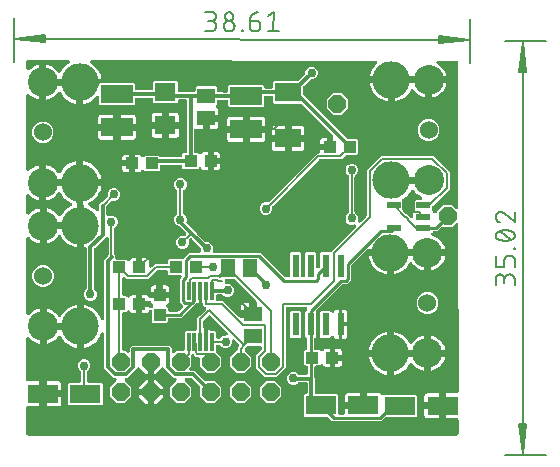
<source format=gbr>
G04 EAGLE Gerber X2 export*
%TF.Part,Single*%
%TF.FileFunction,Copper,L1,Top,Mixed*%
%TF.FilePolarity,Positive*%
%TF.GenerationSoftware,Autodesk,EAGLE,9.1.0*%
%TF.CreationDate,2018-08-06T08:45:10Z*%
G75*
%MOMM*%
%FSLAX34Y34*%
%LPD*%
%AMOC8*
5,1,8,0,0,1.08239X$1,22.5*%
G01*
%ADD10C,0.130000*%
%ADD11C,0.152400*%
%ADD12R,0.297100X1.549800*%
%ADD13R,1.186400X0.597100*%
%ADD14R,0.599100X1.968500*%
%ADD15R,1.100000X1.000000*%
%ADD16R,1.500000X1.300000*%
%ADD17R,2.200000X1.600000*%
%ADD18R,2.700000X1.600000*%
%ADD19R,2.600000X1.600000*%
%ADD20R,1.000000X1.100000*%
%ADD21R,1.800000X1.600000*%
%ADD22P,1.649562X8X292.500000*%
%ADD23P,1.649562X8X22.500000*%
%ADD24P,1.649562X8X202.500000*%
%ADD25R,1.300000X1.500000*%
%ADD26C,1.524000*%
%ADD27C,2.540000*%
%ADD28C,3.175000*%
%ADD29C,0.304800*%
%ADD30C,0.756400*%
%ADD31C,0.200000*%
%ADD32C,0.254000*%

G36*
X375573Y323222D02*
X375573Y323222D01*
X375600Y323225D01*
X375627Y323223D01*
X375773Y323245D01*
X375920Y323262D01*
X375945Y323271D01*
X375972Y323275D01*
X376109Y323330D01*
X376248Y323380D01*
X376271Y323395D01*
X376296Y323405D01*
X376417Y323489D01*
X376541Y323569D01*
X376559Y323588D01*
X376582Y323604D01*
X376681Y323714D01*
X376783Y323819D01*
X376797Y323843D01*
X376815Y323863D01*
X376886Y323992D01*
X376962Y324119D01*
X376970Y324144D01*
X376983Y324168D01*
X377023Y324310D01*
X377068Y324451D01*
X377070Y324477D01*
X377077Y324504D01*
X377097Y324747D01*
X377084Y336307D01*
X377081Y336332D01*
X377083Y336357D01*
X377061Y336505D01*
X377043Y336653D01*
X377035Y336677D01*
X377031Y336702D01*
X376976Y336841D01*
X376925Y336981D01*
X376912Y337002D01*
X376902Y337026D01*
X376817Y337148D01*
X376736Y337274D01*
X376718Y337291D01*
X376703Y337312D01*
X376593Y337412D01*
X376485Y337516D01*
X376463Y337529D01*
X376445Y337546D01*
X376314Y337618D01*
X376186Y337694D01*
X376162Y337702D01*
X376140Y337714D01*
X375996Y337755D01*
X375854Y337800D01*
X375829Y337802D01*
X375804Y337809D01*
X375560Y337829D01*
X366618Y337829D01*
X366618Y346845D01*
X366615Y346871D01*
X366617Y346897D01*
X366595Y347044D01*
X366578Y347191D01*
X366569Y347216D01*
X366565Y347242D01*
X366510Y347380D01*
X366460Y347519D01*
X366446Y347542D01*
X366436Y347566D01*
X366352Y347687D01*
X366271Y347812D01*
X366252Y347831D01*
X366237Y347852D01*
X366127Y347951D01*
X366021Y348054D01*
X365998Y348068D01*
X365979Y348085D01*
X365849Y348157D01*
X365721Y348233D01*
X365696Y348241D01*
X365673Y348254D01*
X365531Y348294D01*
X365389Y348340D01*
X365363Y348342D01*
X365338Y348349D01*
X365094Y348368D01*
X363570Y348368D01*
X363570Y348370D01*
X365094Y348370D01*
X365120Y348373D01*
X365147Y348371D01*
X365293Y348393D01*
X365441Y348410D01*
X365465Y348419D01*
X365491Y348423D01*
X365629Y348477D01*
X365769Y348527D01*
X365791Y348542D01*
X365815Y348551D01*
X365937Y348636D01*
X366061Y348717D01*
X366080Y348735D01*
X366101Y348750D01*
X366200Y348860D01*
X366304Y348967D01*
X366317Y348990D01*
X366335Y349009D01*
X366406Y349139D01*
X366482Y349266D01*
X366490Y349291D01*
X366503Y349314D01*
X366544Y349457D01*
X366589Y349598D01*
X366591Y349624D01*
X366598Y349650D01*
X366618Y349893D01*
X366618Y358910D01*
X375533Y358910D01*
X375560Y358913D01*
X375587Y358911D01*
X375733Y358933D01*
X375879Y358950D01*
X375905Y358959D01*
X375932Y358963D01*
X376068Y359018D01*
X376207Y359067D01*
X376230Y359082D01*
X376255Y359092D01*
X376376Y359176D01*
X376500Y359256D01*
X376519Y359276D01*
X376541Y359291D01*
X376640Y359401D01*
X376742Y359507D01*
X376756Y359530D01*
X376774Y359550D01*
X376846Y359679D01*
X376921Y359806D01*
X376930Y359832D01*
X376943Y359856D01*
X376982Y359997D01*
X377027Y360138D01*
X377030Y360165D01*
X377037Y360191D01*
X377056Y360435D01*
X376897Y501541D01*
X376885Y501640D01*
X376884Y501739D01*
X376865Y501812D01*
X376857Y501887D01*
X376823Y501981D01*
X376799Y502077D01*
X376764Y502144D01*
X376739Y502215D01*
X376685Y502299D01*
X376639Y502387D01*
X376590Y502445D01*
X376550Y502508D01*
X376478Y502577D01*
X376413Y502653D01*
X376353Y502697D01*
X376299Y502750D01*
X376213Y502801D01*
X376133Y502860D01*
X376064Y502890D01*
X375999Y502928D01*
X375904Y502958D01*
X375813Y502998D01*
X375739Y503011D01*
X375667Y503034D01*
X375568Y503042D01*
X375470Y503059D01*
X375395Y503056D01*
X375320Y503062D01*
X375221Y503047D01*
X375122Y503042D01*
X375050Y503021D01*
X374975Y503009D01*
X374883Y502973D01*
X374787Y502945D01*
X374721Y502908D01*
X374652Y502880D01*
X374570Y502824D01*
X374483Y502775D01*
X374405Y502709D01*
X374366Y502681D01*
X374342Y502655D01*
X374297Y502616D01*
X371589Y499908D01*
X363765Y499908D01*
X363750Y499915D01*
X363604Y499941D01*
X363459Y499972D01*
X363433Y499972D01*
X363407Y499977D01*
X363259Y499969D01*
X363111Y499967D01*
X363085Y499960D01*
X363059Y499959D01*
X362917Y499918D01*
X362773Y499882D01*
X362749Y499869D01*
X362724Y499862D01*
X362595Y499790D01*
X362463Y499722D01*
X362443Y499705D01*
X362420Y499692D01*
X362234Y499534D01*
X358980Y496280D01*
X356260Y496280D01*
X356135Y496266D01*
X356008Y496259D01*
X355962Y496246D01*
X355914Y496240D01*
X355795Y496198D01*
X355674Y496163D01*
X355632Y496139D01*
X355586Y496123D01*
X355480Y496054D01*
X355369Y495992D01*
X355323Y495953D01*
X355293Y495934D01*
X355260Y495899D01*
X355183Y495834D01*
X354443Y495093D01*
X354396Y495034D01*
X354341Y494981D01*
X354288Y494898D01*
X354226Y494820D01*
X354194Y494752D01*
X354153Y494688D01*
X354120Y494595D01*
X354077Y494505D01*
X354061Y494431D01*
X354036Y494360D01*
X354025Y494262D01*
X354004Y494165D01*
X354005Y494089D01*
X353997Y494014D01*
X354008Y493915D01*
X354010Y493816D01*
X354028Y493743D01*
X354037Y493668D01*
X354071Y493574D01*
X354095Y493478D01*
X354130Y493411D01*
X354155Y493340D01*
X354209Y493256D01*
X354255Y493168D01*
X354304Y493111D01*
X354345Y493047D01*
X354416Y492978D01*
X354480Y492903D01*
X354541Y492858D01*
X354596Y492805D01*
X354681Y492755D01*
X354761Y492696D01*
X354830Y492666D01*
X354895Y492627D01*
X355038Y492576D01*
X355081Y492558D01*
X355099Y492555D01*
X355126Y492545D01*
X355586Y492422D01*
X357432Y491657D01*
X359161Y490658D01*
X360747Y489442D01*
X362159Y488030D01*
X363376Y486444D01*
X364374Y484714D01*
X365139Y482868D01*
X365638Y481006D01*
X352200Y481006D01*
X352174Y481003D01*
X352148Y481005D01*
X352001Y480983D01*
X351854Y480966D01*
X351829Y480957D01*
X351803Y480954D01*
X351666Y480899D01*
X351526Y480849D01*
X351504Y480835D01*
X351480Y480825D01*
X351358Y480740D01*
X351233Y480660D01*
X351215Y480641D01*
X351193Y480626D01*
X351094Y480516D01*
X350991Y480409D01*
X350977Y480387D01*
X350960Y480367D01*
X350888Y480237D01*
X350812Y480110D01*
X350804Y480085D01*
X350791Y480062D01*
X350751Y479919D01*
X350706Y479778D01*
X350704Y479752D01*
X350697Y479727D01*
X350677Y479483D01*
X350677Y477958D01*
X350675Y477958D01*
X350675Y479483D01*
X350672Y479509D01*
X350674Y479535D01*
X350652Y479682D01*
X350635Y479829D01*
X350627Y479854D01*
X350623Y479880D01*
X350568Y480018D01*
X350518Y480157D01*
X350504Y480179D01*
X350494Y480204D01*
X350409Y480325D01*
X350329Y480450D01*
X350310Y480468D01*
X350295Y480490D01*
X350185Y480589D01*
X350078Y480692D01*
X350056Y480706D01*
X350036Y480723D01*
X349906Y480795D01*
X349779Y480871D01*
X349754Y480879D01*
X349731Y480892D01*
X349588Y480932D01*
X349447Y480977D01*
X349421Y480979D01*
X349396Y480987D01*
X349152Y481006D01*
X320704Y481006D01*
X320678Y481003D01*
X320652Y481005D01*
X320505Y480983D01*
X320358Y480966D01*
X320333Y480957D01*
X320307Y480954D01*
X320170Y480899D01*
X320030Y480849D01*
X320008Y480835D01*
X319984Y480825D01*
X319862Y480740D01*
X319737Y480660D01*
X319719Y480641D01*
X319697Y480626D01*
X319598Y480516D01*
X319495Y480409D01*
X319481Y480387D01*
X319464Y480367D01*
X319392Y480237D01*
X319316Y480110D01*
X319308Y480085D01*
X319295Y480062D01*
X319255Y479919D01*
X319210Y479778D01*
X319208Y479752D01*
X319201Y479727D01*
X319181Y479483D01*
X319181Y477958D01*
X319179Y477958D01*
X319179Y479483D01*
X319176Y479509D01*
X319178Y479535D01*
X319156Y479682D01*
X319139Y479829D01*
X319131Y479854D01*
X319127Y479880D01*
X319072Y480018D01*
X319022Y480157D01*
X319008Y480179D01*
X318998Y480204D01*
X318913Y480325D01*
X318833Y480450D01*
X318814Y480468D01*
X318799Y480490D01*
X318689Y480589D01*
X318582Y480692D01*
X318560Y480706D01*
X318540Y480723D01*
X318410Y480795D01*
X318283Y480871D01*
X318258Y480879D01*
X318235Y480892D01*
X318092Y480932D01*
X317951Y480977D01*
X317925Y480979D01*
X317900Y480987D01*
X317656Y481006D01*
X300409Y481006D01*
X300283Y480992D01*
X300157Y480985D01*
X300110Y480972D01*
X300062Y480966D01*
X299943Y480924D01*
X299822Y480889D01*
X299780Y480865D01*
X299734Y480849D01*
X299628Y480780D01*
X299518Y480719D01*
X299471Y480679D01*
X299441Y480660D01*
X299408Y480625D01*
X299332Y480560D01*
X286261Y467489D01*
X286182Y467390D01*
X286097Y467296D01*
X286074Y467254D01*
X286044Y467216D01*
X285990Y467102D01*
X285929Y466991D01*
X285916Y466945D01*
X285895Y466901D01*
X285869Y466778D01*
X285834Y466656D01*
X285829Y466595D01*
X285822Y466560D01*
X285823Y466512D01*
X285815Y466412D01*
X285815Y454786D01*
X282541Y451512D01*
X279083Y451512D01*
X278957Y451497D01*
X278831Y451491D01*
X278784Y451477D01*
X278736Y451472D01*
X278617Y451429D01*
X278496Y451394D01*
X278454Y451371D01*
X278408Y451354D01*
X278302Y451286D01*
X278192Y451224D01*
X278145Y451185D01*
X278115Y451165D01*
X278082Y451131D01*
X278005Y451066D01*
X256697Y429757D01*
X256680Y429736D01*
X256660Y429719D01*
X256572Y429600D01*
X256480Y429484D01*
X256469Y429460D01*
X256453Y429439D01*
X256395Y429303D01*
X256331Y429169D01*
X256326Y429143D01*
X256315Y429119D01*
X256289Y428973D01*
X256258Y428828D01*
X256258Y428802D01*
X256254Y428776D01*
X256261Y428628D01*
X256264Y428480D01*
X256270Y428454D01*
X256272Y428428D01*
X256313Y428286D01*
X256349Y428142D01*
X256351Y428138D01*
X256351Y407001D01*
X255071Y405722D01*
X254993Y405623D01*
X254908Y405529D01*
X254885Y405486D01*
X254855Y405449D01*
X254801Y405334D01*
X254739Y405224D01*
X254726Y405177D01*
X254706Y405133D01*
X254679Y405010D01*
X254645Y404888D01*
X254640Y404828D01*
X254632Y404793D01*
X254633Y404745D01*
X254625Y404644D01*
X254625Y397110D01*
X254628Y397084D01*
X254626Y397058D01*
X254648Y396911D01*
X254665Y396764D01*
X254674Y396740D01*
X254678Y396714D01*
X254732Y396576D01*
X254782Y396436D01*
X254797Y396414D01*
X254806Y396390D01*
X254891Y396268D01*
X254971Y396143D01*
X254990Y396125D01*
X255005Y396104D01*
X255115Y396004D01*
X255222Y395901D01*
X255245Y395888D01*
X255264Y395870D01*
X255394Y395798D01*
X255521Y395722D01*
X255546Y395714D01*
X255569Y395702D01*
X255712Y395661D01*
X255853Y395616D01*
X255879Y395614D01*
X255904Y395607D01*
X256148Y395587D01*
X259399Y395587D01*
X260097Y394889D01*
X260137Y394857D01*
X260171Y394820D01*
X260273Y394750D01*
X260370Y394673D01*
X260416Y394651D01*
X260458Y394622D01*
X260573Y394577D01*
X260685Y394524D01*
X260735Y394513D01*
X260782Y394494D01*
X260905Y394476D01*
X261026Y394450D01*
X261077Y394451D01*
X261127Y394444D01*
X261251Y394454D01*
X261374Y394456D01*
X261424Y394469D01*
X261474Y394473D01*
X261592Y394511D01*
X261712Y394541D01*
X261757Y394565D01*
X261806Y394580D01*
X261912Y394644D01*
X262022Y394701D01*
X262061Y394734D01*
X262104Y394760D01*
X262193Y394847D01*
X262287Y394927D01*
X262318Y394968D01*
X262354Y395003D01*
X262493Y395205D01*
X262734Y395623D01*
X263207Y396096D01*
X263787Y396430D01*
X264433Y396603D01*
X267768Y396603D01*
X267768Y390039D01*
X267771Y390013D01*
X267769Y389986D01*
X267791Y389840D01*
X267808Y389692D01*
X267817Y389668D01*
X267821Y389642D01*
X267875Y389504D01*
X267925Y389364D01*
X267940Y389342D01*
X267949Y389318D01*
X268034Y389196D01*
X268115Y389072D01*
X268127Y389059D01*
X268082Y389012D01*
X268069Y388990D01*
X268051Y388970D01*
X267979Y388841D01*
X267903Y388713D01*
X267895Y388688D01*
X267883Y388665D01*
X267842Y388523D01*
X267797Y388381D01*
X267795Y388355D01*
X267788Y388330D01*
X267768Y388086D01*
X267768Y381522D01*
X264433Y381522D01*
X263787Y381695D01*
X263207Y382029D01*
X262734Y382502D01*
X262493Y382920D01*
X262463Y382961D01*
X262439Y383007D01*
X262359Y383101D01*
X262285Y383200D01*
X262247Y383233D01*
X262213Y383272D01*
X262114Y383345D01*
X262020Y383425D01*
X261974Y383449D01*
X261933Y383479D01*
X261820Y383528D01*
X261710Y383585D01*
X261660Y383597D01*
X261613Y383617D01*
X261492Y383639D01*
X261371Y383669D01*
X261320Y383670D01*
X261270Y383679D01*
X261147Y383672D01*
X261023Y383674D01*
X260973Y383663D01*
X260922Y383661D01*
X260803Y383627D01*
X260682Y383600D01*
X260636Y383578D01*
X260587Y383564D01*
X260479Y383504D01*
X260368Y383451D01*
X260328Y383419D01*
X260283Y383394D01*
X260097Y383236D01*
X259399Y382538D01*
X256575Y382538D01*
X256549Y382535D01*
X256523Y382537D01*
X256376Y382515D01*
X256229Y382498D01*
X256204Y382489D01*
X256178Y382485D01*
X256040Y382430D01*
X255901Y382380D01*
X255879Y382366D01*
X255854Y382356D01*
X255733Y382272D01*
X255608Y382191D01*
X255590Y382172D01*
X255568Y382157D01*
X255469Y382048D01*
X255366Y381941D01*
X255352Y381918D01*
X255335Y381899D01*
X255263Y381769D01*
X255187Y381642D01*
X255179Y381617D01*
X255166Y381594D01*
X255126Y381451D01*
X255081Y381310D01*
X255079Y381284D01*
X255071Y381258D01*
X255052Y381014D01*
X255052Y372311D01*
X255066Y372186D01*
X255073Y372060D01*
X255086Y372013D01*
X255092Y371965D01*
X255134Y371846D01*
X255169Y371725D01*
X255193Y371683D01*
X255209Y371637D01*
X255278Y371531D01*
X255306Y371481D01*
X255306Y359779D01*
X255309Y359753D01*
X255307Y359727D01*
X255329Y359580D01*
X255346Y359433D01*
X255354Y359408D01*
X255358Y359382D01*
X255413Y359244D01*
X255463Y359104D01*
X255477Y359082D01*
X255487Y359058D01*
X255572Y358936D01*
X255652Y358812D01*
X255671Y358793D01*
X255686Y358772D01*
X255796Y358673D01*
X255903Y358569D01*
X255925Y358556D01*
X255945Y358538D01*
X256075Y358467D01*
X256202Y358391D01*
X256227Y358383D01*
X256250Y358370D01*
X256393Y358330D01*
X256534Y358284D01*
X256560Y358282D01*
X256585Y358275D01*
X256829Y358256D01*
X274024Y358256D01*
X274917Y357362D01*
X274917Y342255D01*
X274920Y342229D01*
X274918Y342203D01*
X274940Y342056D01*
X274957Y341909D01*
X274966Y341884D01*
X274970Y341858D01*
X275025Y341720D01*
X275075Y341580D01*
X275089Y341558D01*
X275099Y341534D01*
X275183Y341413D01*
X275264Y341288D01*
X275283Y341269D01*
X275297Y341248D01*
X275407Y341149D01*
X275514Y341045D01*
X275537Y341032D01*
X275556Y341014D01*
X275686Y340943D01*
X275813Y340867D01*
X275838Y340859D01*
X275861Y340846D01*
X276004Y340806D01*
X276145Y340760D01*
X276171Y340758D01*
X276197Y340751D01*
X276440Y340732D01*
X279329Y340732D01*
X279355Y340735D01*
X279381Y340732D01*
X279527Y340754D01*
X279675Y340771D01*
X279699Y340780D01*
X279725Y340784D01*
X279863Y340839D01*
X280003Y340889D01*
X280025Y340903D01*
X280049Y340913D01*
X280171Y340997D01*
X280296Y341078D01*
X280314Y341097D01*
X280335Y341112D01*
X280434Y341222D01*
X280538Y341329D01*
X280551Y341351D01*
X280569Y341371D01*
X280641Y341500D01*
X280717Y341628D01*
X280725Y341653D01*
X280737Y341676D01*
X280778Y341819D01*
X280823Y341960D01*
X280825Y341986D01*
X280832Y342011D01*
X280852Y342255D01*
X280852Y345684D01*
X294868Y345684D01*
X294895Y345687D01*
X294921Y345684D01*
X295067Y345706D01*
X295215Y345723D01*
X295239Y345732D01*
X295265Y345736D01*
X295403Y345791D01*
X295543Y345841D01*
X295565Y345855D01*
X295589Y345865D01*
X295711Y345949D01*
X295836Y346030D01*
X295854Y346049D01*
X295875Y346064D01*
X295974Y346174D01*
X296078Y346281D01*
X296091Y346303D01*
X296109Y346323D01*
X296180Y346453D01*
X296257Y346580D01*
X296265Y346605D01*
X296277Y346628D01*
X296318Y346771D01*
X296363Y346912D01*
X296365Y346938D01*
X296372Y346963D01*
X296392Y347207D01*
X296392Y348732D01*
X297916Y348732D01*
X297943Y348735D01*
X297969Y348733D01*
X298115Y348755D01*
X298263Y348772D01*
X298287Y348780D01*
X298313Y348784D01*
X298451Y348839D01*
X298591Y348889D01*
X298613Y348903D01*
X298637Y348913D01*
X298759Y348997D01*
X298884Y349078D01*
X298902Y349097D01*
X298923Y349112D01*
X299022Y349222D01*
X299126Y349329D01*
X299139Y349351D01*
X299157Y349371D01*
X299229Y349501D01*
X299305Y349628D01*
X299313Y349653D01*
X299325Y349676D01*
X299366Y349819D01*
X299411Y349960D01*
X299413Y349986D01*
X299420Y350011D01*
X299440Y350255D01*
X299440Y359271D01*
X309727Y359272D01*
X310373Y359098D01*
X310953Y358764D01*
X311426Y358291D01*
X311498Y358165D01*
X311529Y358124D01*
X311552Y358079D01*
X311632Y357985D01*
X311706Y357885D01*
X311745Y357852D01*
X311778Y357813D01*
X311877Y357740D01*
X311972Y357660D01*
X312017Y357637D01*
X312058Y357606D01*
X312172Y357557D01*
X312282Y357501D01*
X312331Y357488D01*
X312378Y357468D01*
X312500Y357446D01*
X312620Y357416D01*
X312671Y357416D01*
X312721Y357406D01*
X312845Y357413D01*
X312968Y357411D01*
X313018Y357422D01*
X313069Y357424D01*
X313188Y357459D01*
X313309Y357485D01*
X313355Y357507D01*
X313404Y357521D01*
X313512Y357581D01*
X313624Y357634D01*
X313664Y357666D01*
X313708Y357691D01*
X313894Y357850D01*
X313939Y357894D01*
X341202Y357894D01*
X342095Y357001D01*
X342095Y339738D01*
X341202Y338845D01*
X316041Y338845D01*
X315915Y338830D01*
X315789Y338824D01*
X315743Y338810D01*
X315695Y338805D01*
X315576Y338762D01*
X315454Y338727D01*
X315412Y338703D01*
X315367Y338687D01*
X315260Y338619D01*
X315150Y338557D01*
X315104Y338517D01*
X315074Y338498D01*
X315040Y338463D01*
X314964Y338398D01*
X311707Y335142D01*
X270029Y335142D01*
X266411Y338760D01*
X266312Y338838D01*
X266218Y338923D01*
X266176Y338947D01*
X266138Y338977D01*
X266024Y339030D01*
X265913Y339092D01*
X265867Y339105D01*
X265823Y339125D01*
X265700Y339152D01*
X265578Y339186D01*
X265517Y339191D01*
X265482Y339199D01*
X265434Y339198D01*
X265334Y339206D01*
X246761Y339206D01*
X245868Y340099D01*
X245868Y357362D01*
X246761Y358256D01*
X247685Y358256D01*
X247711Y358259D01*
X247737Y358256D01*
X247884Y358278D01*
X248031Y358295D01*
X248056Y358304D01*
X248082Y358308D01*
X248220Y358363D01*
X248359Y358413D01*
X248381Y358427D01*
X248406Y358437D01*
X248527Y358521D01*
X248652Y358602D01*
X248670Y358621D01*
X248692Y358636D01*
X248791Y358746D01*
X248894Y358853D01*
X248908Y358875D01*
X248925Y358895D01*
X248997Y359024D01*
X249073Y359152D01*
X249081Y359177D01*
X249094Y359200D01*
X249134Y359343D01*
X249179Y359484D01*
X249181Y359510D01*
X249189Y359535D01*
X249208Y359779D01*
X249208Y366925D01*
X249205Y366952D01*
X249207Y366978D01*
X249185Y367124D01*
X249168Y367272D01*
X249160Y367296D01*
X249156Y367322D01*
X249101Y367460D01*
X249051Y367600D01*
X249037Y367622D01*
X249027Y367646D01*
X248942Y367768D01*
X248862Y367893D01*
X248843Y367911D01*
X248828Y367932D01*
X248718Y368031D01*
X248611Y368135D01*
X248589Y368148D01*
X248569Y368166D01*
X248439Y368238D01*
X248312Y368314D01*
X248287Y368322D01*
X248264Y368334D01*
X248121Y368375D01*
X247980Y368420D01*
X247954Y368422D01*
X247929Y368429D01*
X247685Y368449D01*
X242077Y368449D01*
X241951Y368434D01*
X241825Y368428D01*
X241779Y368414D01*
X241731Y368409D01*
X241612Y368366D01*
X241490Y368331D01*
X241448Y368308D01*
X241402Y368291D01*
X241296Y368223D01*
X241186Y368161D01*
X241140Y368122D01*
X241110Y368102D01*
X241076Y368068D01*
X241000Y368003D01*
X240089Y367092D01*
X238138Y366284D01*
X236027Y366284D01*
X234076Y367092D01*
X232584Y368584D01*
X231776Y370535D01*
X231776Y372646D01*
X232584Y374596D01*
X234076Y376089D01*
X236027Y376897D01*
X238138Y376897D01*
X240089Y376089D01*
X241185Y374992D01*
X241284Y374914D01*
X241378Y374829D01*
X241421Y374806D01*
X241458Y374776D01*
X241573Y374722D01*
X241683Y374661D01*
X241730Y374647D01*
X241773Y374627D01*
X241897Y374600D01*
X242019Y374566D01*
X242079Y374561D01*
X242114Y374553D01*
X242162Y374554D01*
X242262Y374546D01*
X247939Y374546D01*
X247965Y374549D01*
X247991Y374547D01*
X248138Y374569D01*
X248285Y374586D01*
X248310Y374595D01*
X248336Y374599D01*
X248474Y374654D01*
X248613Y374704D01*
X248635Y374718D01*
X248660Y374728D01*
X248781Y374812D01*
X248906Y374893D01*
X248924Y374912D01*
X248946Y374926D01*
X249045Y375036D01*
X249148Y375143D01*
X249162Y375166D01*
X249179Y375185D01*
X249251Y375315D01*
X249327Y375442D01*
X249335Y375467D01*
X249348Y375490D01*
X249388Y375633D01*
X249433Y375774D01*
X249435Y375800D01*
X249443Y375826D01*
X249462Y376069D01*
X249462Y381014D01*
X249459Y381041D01*
X249461Y381067D01*
X249439Y381213D01*
X249422Y381361D01*
X249414Y381385D01*
X249410Y381411D01*
X249355Y381549D01*
X249305Y381689D01*
X249291Y381711D01*
X249281Y381735D01*
X249196Y381857D01*
X249116Y381982D01*
X249097Y382000D01*
X249082Y382021D01*
X248972Y382120D01*
X248865Y382224D01*
X248843Y382237D01*
X248823Y382255D01*
X248694Y382326D01*
X248566Y382403D01*
X248541Y382411D01*
X248518Y382423D01*
X248375Y382464D01*
X248234Y382509D01*
X248208Y382511D01*
X248183Y382518D01*
X247939Y382538D01*
X247136Y382538D01*
X246243Y383431D01*
X246243Y394694D01*
X247136Y395587D01*
X247512Y395587D01*
X247538Y395590D01*
X247565Y395588D01*
X247711Y395610D01*
X247859Y395627D01*
X247883Y395636D01*
X247909Y395640D01*
X248047Y395695D01*
X248187Y395745D01*
X248209Y395759D01*
X248233Y395769D01*
X248355Y395853D01*
X248479Y395934D01*
X248498Y395953D01*
X248519Y395967D01*
X248618Y396077D01*
X248722Y396184D01*
X248735Y396207D01*
X248753Y396226D01*
X248824Y396356D01*
X248900Y396483D01*
X248908Y396508D01*
X248921Y396531D01*
X248962Y396674D01*
X249007Y396815D01*
X249009Y396841D01*
X249016Y396867D01*
X249036Y397110D01*
X249036Y404644D01*
X249021Y404770D01*
X249015Y404896D01*
X249001Y404943D01*
X248996Y404991D01*
X248953Y405110D01*
X248918Y405231D01*
X248894Y405273D01*
X248878Y405319D01*
X248810Y405425D01*
X248748Y405535D01*
X248709Y405582D01*
X248689Y405612D01*
X248654Y405645D01*
X248589Y405722D01*
X247310Y407001D01*
X247310Y427949D01*
X248589Y429228D01*
X248668Y429327D01*
X248753Y429421D01*
X248776Y429464D01*
X248806Y429501D01*
X248860Y429616D01*
X248921Y429726D01*
X248934Y429773D01*
X248955Y429817D01*
X248981Y429940D01*
X249016Y430062D01*
X249021Y430122D01*
X249028Y430157D01*
X249027Y430205D01*
X249036Y430306D01*
X249036Y430601D01*
X249033Y430627D01*
X249035Y430653D01*
X249013Y430800D01*
X248996Y430947D01*
X248987Y430971D01*
X248983Y430997D01*
X248928Y431135D01*
X248878Y431275D01*
X248864Y431297D01*
X248854Y431321D01*
X248770Y431443D01*
X248689Y431568D01*
X248670Y431586D01*
X248655Y431607D01*
X248545Y431707D01*
X248439Y431810D01*
X248416Y431823D01*
X248397Y431841D01*
X248267Y431913D01*
X248139Y431989D01*
X248114Y431997D01*
X248091Y432009D01*
X247949Y432050D01*
X247807Y432095D01*
X247781Y432097D01*
X247756Y432104D01*
X247512Y432124D01*
X232070Y432124D01*
X232044Y432121D01*
X232018Y432123D01*
X231871Y432101D01*
X231724Y432084D01*
X231700Y432075D01*
X231674Y432071D01*
X231536Y432016D01*
X231396Y431966D01*
X231374Y431952D01*
X231350Y431943D01*
X231228Y431858D01*
X231103Y431777D01*
X231085Y431759D01*
X231063Y431744D01*
X230964Y431634D01*
X230861Y431527D01*
X230848Y431504D01*
X230830Y431485D01*
X230758Y431355D01*
X230682Y431228D01*
X230674Y431203D01*
X230662Y431180D01*
X230621Y431037D01*
X230576Y430896D01*
X230574Y430870D01*
X230567Y430844D01*
X230547Y430601D01*
X230547Y380479D01*
X228622Y378555D01*
X228622Y378554D01*
X223126Y373058D01*
X212631Y373058D01*
X205210Y380479D01*
X205210Y390975D01*
X209972Y395737D01*
X210051Y395836D01*
X210135Y395930D01*
X210159Y395972D01*
X210189Y396010D01*
X210243Y396124D01*
X210304Y396235D01*
X210317Y396282D01*
X210338Y396325D01*
X210364Y396449D01*
X210399Y396570D01*
X210403Y396631D01*
X210411Y396666D01*
X210410Y396714D01*
X210418Y396814D01*
X210418Y397563D01*
X210415Y397589D01*
X210417Y397615D01*
X210395Y397762D01*
X210378Y397909D01*
X210369Y397934D01*
X210366Y397960D01*
X210311Y398098D01*
X210261Y398237D01*
X210247Y398260D01*
X210237Y398284D01*
X210152Y398405D01*
X210072Y398530D01*
X210053Y398549D01*
X210038Y398570D01*
X209928Y398669D01*
X209821Y398772D01*
X209799Y398786D01*
X209779Y398803D01*
X209649Y398875D01*
X209522Y398951D01*
X209497Y398959D01*
X209474Y398972D01*
X209331Y399012D01*
X209190Y399058D01*
X209164Y399060D01*
X209139Y399067D01*
X208895Y399086D01*
X199096Y399086D01*
X198970Y399072D01*
X198844Y399065D01*
X198797Y399052D01*
X198749Y399047D01*
X198630Y399004D01*
X198509Y398969D01*
X198467Y398945D01*
X198421Y398929D01*
X198315Y398860D01*
X198205Y398799D01*
X198158Y398759D01*
X198129Y398740D01*
X198095Y398705D01*
X198019Y398640D01*
X196335Y396957D01*
X196319Y396936D01*
X196299Y396919D01*
X196211Y396800D01*
X196119Y396684D01*
X196107Y396660D01*
X196092Y396639D01*
X196033Y396503D01*
X195970Y396369D01*
X195964Y396343D01*
X195954Y396319D01*
X195928Y396173D01*
X195896Y396028D01*
X195897Y396002D01*
X195892Y395976D01*
X195900Y395828D01*
X195902Y395680D01*
X195909Y395654D01*
X195910Y395628D01*
X195951Y395485D01*
X195987Y395342D01*
X195999Y395318D01*
X196007Y395293D01*
X196079Y395163D01*
X196147Y395032D01*
X196164Y395012D01*
X196177Y394989D01*
X196335Y394803D01*
X201623Y389515D01*
X201623Y381939D01*
X196266Y376582D01*
X188690Y376582D01*
X183334Y381939D01*
X183334Y389515D01*
X188724Y394906D01*
X188777Y394912D01*
X188801Y394921D01*
X188827Y394924D01*
X188965Y394979D01*
X189105Y395029D01*
X189127Y395043D01*
X189151Y395053D01*
X189273Y395138D01*
X189397Y395218D01*
X189416Y395237D01*
X189437Y395252D01*
X189536Y395362D01*
X189640Y395469D01*
X189653Y395491D01*
X189671Y395511D01*
X189742Y395641D01*
X189818Y395768D01*
X189826Y395793D01*
X189839Y395816D01*
X189880Y395959D01*
X189925Y396100D01*
X189927Y396126D01*
X189934Y396151D01*
X189954Y396395D01*
X189954Y397716D01*
X190924Y398687D01*
X190940Y398707D01*
X190960Y398724D01*
X191049Y398844D01*
X191141Y398960D01*
X191152Y398984D01*
X191168Y399005D01*
X191226Y399141D01*
X191290Y399275D01*
X191295Y399301D01*
X191306Y399325D01*
X191332Y399471D01*
X191363Y399616D01*
X191363Y399642D01*
X191367Y399668D01*
X191360Y399816D01*
X191357Y399964D01*
X191351Y399990D01*
X191349Y400016D01*
X191308Y400158D01*
X191272Y400302D01*
X191260Y400325D01*
X191253Y400351D01*
X191181Y400480D01*
X191112Y400612D01*
X191095Y400632D01*
X191083Y400655D01*
X190924Y400841D01*
X187644Y404122D01*
X187565Y404184D01*
X187493Y404254D01*
X187429Y404292D01*
X187371Y404338D01*
X187280Y404381D01*
X187194Y404433D01*
X187123Y404455D01*
X187055Y404487D01*
X186957Y404508D01*
X186862Y404539D01*
X186787Y404545D01*
X186715Y404561D01*
X186614Y404559D01*
X186514Y404567D01*
X186441Y404556D01*
X186366Y404555D01*
X186269Y404530D01*
X186170Y404515D01*
X186100Y404488D01*
X186028Y404470D01*
X185939Y404424D01*
X185846Y404387D01*
X185785Y404344D01*
X185719Y404310D01*
X185642Y404245D01*
X185560Y404188D01*
X185510Y404132D01*
X185453Y404084D01*
X185393Y404003D01*
X185326Y403929D01*
X185290Y403864D01*
X185246Y403804D01*
X185206Y403712D01*
X185158Y403624D01*
X185137Y403552D01*
X185108Y403484D01*
X185090Y403385D01*
X185063Y403288D01*
X185055Y403188D01*
X185046Y403141D01*
X185048Y403105D01*
X185043Y403045D01*
X185043Y401547D01*
X184235Y399597D01*
X182743Y398104D01*
X180792Y397296D01*
X178681Y397296D01*
X176730Y398104D01*
X175074Y399760D01*
X174975Y399838D01*
X174881Y399923D01*
X174839Y399947D01*
X174801Y399977D01*
X174687Y400031D01*
X174576Y400092D01*
X174530Y400105D01*
X174486Y400125D01*
X174363Y400152D01*
X174241Y400186D01*
X174180Y400191D01*
X174146Y400199D01*
X174098Y400198D01*
X173997Y400206D01*
X172954Y400206D01*
X172927Y400203D01*
X172901Y400205D01*
X172755Y400183D01*
X172607Y400166D01*
X172583Y400157D01*
X172557Y400153D01*
X172419Y400099D01*
X172279Y400049D01*
X172257Y400034D01*
X172233Y400025D01*
X172111Y399940D01*
X171986Y399860D01*
X171968Y399841D01*
X171947Y399826D01*
X171848Y399716D01*
X171744Y399609D01*
X171731Y399586D01*
X171713Y399567D01*
X171642Y399437D01*
X171565Y399310D01*
X171557Y399285D01*
X171545Y399262D01*
X171504Y399119D01*
X171459Y398978D01*
X171457Y398952D01*
X171450Y398927D01*
X171430Y398683D01*
X171430Y394939D01*
X171445Y394813D01*
X171451Y394687D01*
X171465Y394640D01*
X171470Y394592D01*
X171513Y394473D01*
X171548Y394352D01*
X171571Y394310D01*
X171588Y394264D01*
X171656Y394158D01*
X171718Y394048D01*
X171757Y394001D01*
X171777Y393971D01*
X171811Y393938D01*
X171877Y393861D01*
X176223Y389515D01*
X176223Y381939D01*
X170866Y376582D01*
X163290Y376582D01*
X157934Y381939D01*
X157934Y388410D01*
X157931Y388436D01*
X157933Y388462D01*
X157911Y388609D01*
X157894Y388756D01*
X157885Y388781D01*
X157881Y388807D01*
X157826Y388944D01*
X157776Y389084D01*
X157762Y389106D01*
X157752Y389131D01*
X157668Y389252D01*
X157587Y389377D01*
X157568Y389395D01*
X157553Y389417D01*
X157443Y389516D01*
X157337Y389619D01*
X157314Y389633D01*
X157295Y389650D01*
X157165Y389722D01*
X157037Y389798D01*
X157013Y389806D01*
X156990Y389819D01*
X156847Y389859D01*
X156706Y389904D01*
X156679Y389906D01*
X156654Y389913D01*
X156410Y389933D01*
X154843Y389933D01*
X153226Y391550D01*
X153206Y391567D01*
X153189Y391587D01*
X153069Y391675D01*
X152953Y391767D01*
X152930Y391778D01*
X152908Y391794D01*
X152772Y391852D01*
X152638Y391916D01*
X152612Y391921D01*
X152588Y391932D01*
X152442Y391958D01*
X152297Y391989D01*
X152271Y391989D01*
X152245Y391993D01*
X152097Y391986D01*
X151949Y391983D01*
X151923Y391977D01*
X151897Y391975D01*
X151755Y391934D01*
X151611Y391898D01*
X151588Y391886D01*
X151562Y391879D01*
X151433Y391806D01*
X151301Y391739D01*
X151281Y391722D01*
X151258Y391709D01*
X151072Y391550D01*
X151007Y391485D01*
X150991Y391465D01*
X150971Y391448D01*
X150882Y391328D01*
X150790Y391212D01*
X150779Y391188D01*
X150763Y391167D01*
X150705Y391031D01*
X150641Y390897D01*
X150636Y390871D01*
X150625Y390847D01*
X150599Y390701D01*
X150568Y390556D01*
X150568Y390530D01*
X150564Y390504D01*
X150571Y390356D01*
X150574Y390208D01*
X150580Y390183D01*
X150582Y390156D01*
X150623Y390014D01*
X150659Y389870D01*
X150671Y389847D01*
X150678Y389821D01*
X150751Y389692D01*
X150819Y389560D01*
X150823Y389555D01*
X150823Y381939D01*
X149592Y380708D01*
X149529Y380629D01*
X149460Y380557D01*
X149421Y380493D01*
X149375Y380435D01*
X149332Y380344D01*
X149281Y380258D01*
X149258Y380187D01*
X149226Y380120D01*
X149205Y380022D01*
X149175Y379926D01*
X149169Y379852D01*
X149153Y379779D01*
X149155Y379679D01*
X149147Y379579D01*
X149158Y379505D01*
X149159Y379431D01*
X149183Y379334D01*
X149198Y379234D01*
X149226Y379165D01*
X149244Y379093D01*
X149290Y379004D01*
X149327Y378910D01*
X149370Y378849D01*
X149404Y378783D01*
X149469Y378707D01*
X149526Y378624D01*
X149581Y378574D01*
X149629Y378518D01*
X149710Y378458D01*
X149785Y378391D01*
X149850Y378355D01*
X149910Y378310D01*
X150002Y378271D01*
X150090Y378222D01*
X150161Y378202D01*
X150230Y378172D01*
X150328Y378155D01*
X150425Y378127D01*
X150525Y378119D01*
X150573Y378111D01*
X150608Y378113D01*
X150669Y378108D01*
X153609Y378108D01*
X161799Y369918D01*
X161898Y369839D01*
X161992Y369755D01*
X162034Y369731D01*
X162072Y369701D01*
X162186Y369647D01*
X162297Y369586D01*
X162343Y369573D01*
X162387Y369552D01*
X162510Y369526D01*
X162632Y369491D01*
X162693Y369487D01*
X162728Y369479D01*
X162776Y369480D01*
X162876Y369472D01*
X170866Y369472D01*
X176223Y364115D01*
X176223Y356539D01*
X170866Y351182D01*
X163290Y351182D01*
X157934Y356539D01*
X157934Y364529D01*
X157919Y364655D01*
X157913Y364781D01*
X157899Y364828D01*
X157894Y364876D01*
X157851Y364994D01*
X157816Y365116D01*
X157793Y365158D01*
X157776Y365204D01*
X157708Y365310D01*
X157646Y365420D01*
X157607Y365466D01*
X157587Y365496D01*
X157552Y365530D01*
X157487Y365606D01*
X151530Y371564D01*
X151431Y371643D01*
X151337Y371727D01*
X151295Y371751D01*
X151257Y371781D01*
X151143Y371835D01*
X151032Y371896D01*
X150985Y371909D01*
X150942Y371930D01*
X150818Y371956D01*
X150696Y371991D01*
X150636Y371996D01*
X150601Y372003D01*
X150553Y372002D01*
X150453Y372010D01*
X146605Y372010D01*
X146505Y371999D01*
X146405Y371997D01*
X146333Y371979D01*
X146259Y371970D01*
X146164Y371937D01*
X146067Y371912D01*
X146001Y371878D01*
X145931Y371853D01*
X145846Y371798D01*
X145757Y371752D01*
X145701Y371704D01*
X145638Y371664D01*
X145568Y371592D01*
X145492Y371527D01*
X145448Y371467D01*
X145396Y371413D01*
X145344Y371327D01*
X145285Y371246D01*
X145255Y371178D01*
X145217Y371114D01*
X145186Y371018D01*
X145147Y370926D01*
X145133Y370853D01*
X145111Y370782D01*
X145103Y370682D01*
X145085Y370583D01*
X145089Y370509D01*
X145083Y370435D01*
X145098Y370335D01*
X145103Y370235D01*
X145123Y370164D01*
X145135Y370090D01*
X145172Y369997D01*
X145199Y369900D01*
X145236Y369835D01*
X145263Y369766D01*
X145320Y369684D01*
X145370Y369596D01*
X145435Y369520D01*
X145462Y369480D01*
X145489Y369456D01*
X145528Y369410D01*
X150823Y364115D01*
X150823Y356539D01*
X145466Y351182D01*
X137890Y351182D01*
X132534Y356539D01*
X132534Y364115D01*
X137829Y369410D01*
X137891Y369488D01*
X137961Y369561D01*
X137999Y369625D01*
X138045Y369683D01*
X138088Y369774D01*
X138140Y369860D01*
X138162Y369931D01*
X138194Y369998D01*
X138215Y370096D01*
X138246Y370192D01*
X138252Y370266D01*
X138267Y370339D01*
X138266Y370439D01*
X138274Y370539D01*
X138263Y370613D01*
X138261Y370687D01*
X138237Y370784D01*
X138222Y370884D01*
X138195Y370953D01*
X138176Y371025D01*
X138130Y371115D01*
X138093Y371208D01*
X138051Y371269D01*
X138017Y371335D01*
X137952Y371412D01*
X137894Y371494D01*
X137839Y371544D01*
X137791Y371600D01*
X137710Y371660D01*
X137636Y371727D01*
X137571Y371763D01*
X137511Y371808D01*
X137419Y371847D01*
X137331Y371896D01*
X137259Y371916D01*
X137191Y371946D01*
X137092Y371963D01*
X136995Y371991D01*
X136895Y371999D01*
X136848Y372007D01*
X136812Y372005D01*
X136751Y372010D01*
X135997Y372010D01*
X130194Y377813D01*
X127541Y380466D01*
X127520Y380482D01*
X127503Y380502D01*
X127384Y380591D01*
X127268Y380683D01*
X127244Y380694D01*
X127223Y380709D01*
X127087Y380768D01*
X126953Y380832D01*
X126927Y380837D01*
X126903Y380847D01*
X126757Y380874D01*
X126612Y380905D01*
X126586Y380904D01*
X126560Y380909D01*
X126411Y380901D01*
X126264Y380899D01*
X126238Y380893D01*
X126212Y380891D01*
X126069Y380850D01*
X125926Y380814D01*
X125902Y380802D01*
X125877Y380795D01*
X125747Y380722D01*
X125616Y380654D01*
X125596Y380637D01*
X125573Y380625D01*
X125387Y380466D01*
X120487Y375566D01*
X118818Y375566D01*
X118818Y384711D01*
X118815Y384737D01*
X118817Y384763D01*
X118795Y384910D01*
X118778Y385057D01*
X118769Y385082D01*
X118765Y385108D01*
X118710Y385246D01*
X118660Y385385D01*
X118646Y385407D01*
X118636Y385432D01*
X118552Y385553D01*
X118471Y385678D01*
X118452Y385696D01*
X118437Y385718D01*
X118327Y385817D01*
X118221Y385920D01*
X118198Y385934D01*
X118179Y385951D01*
X118049Y386023D01*
X117921Y386099D01*
X117897Y386107D01*
X117874Y386120D01*
X117731Y386160D01*
X117590Y386205D01*
X117563Y386207D01*
X117538Y386215D01*
X117294Y386234D01*
X115262Y386234D01*
X115236Y386231D01*
X115210Y386233D01*
X115063Y386211D01*
X114916Y386194D01*
X114891Y386185D01*
X114865Y386182D01*
X114728Y386127D01*
X114588Y386077D01*
X114566Y386063D01*
X114542Y386053D01*
X114420Y385968D01*
X114295Y385888D01*
X114277Y385869D01*
X114255Y385854D01*
X114156Y385744D01*
X114053Y385637D01*
X114039Y385615D01*
X114022Y385595D01*
X113950Y385465D01*
X113874Y385338D01*
X113866Y385313D01*
X113853Y385290D01*
X113813Y385147D01*
X113768Y385006D01*
X113766Y384980D01*
X113759Y384955D01*
X113739Y384711D01*
X113739Y375566D01*
X112070Y375566D01*
X107170Y380466D01*
X107149Y380482D01*
X107132Y380502D01*
X107013Y380590D01*
X106897Y380683D01*
X106873Y380694D01*
X106852Y380709D01*
X106716Y380768D01*
X106582Y380832D01*
X106556Y380837D01*
X106532Y380847D01*
X106386Y380874D01*
X106241Y380905D01*
X106215Y380904D01*
X106189Y380909D01*
X106041Y380901D01*
X105893Y380899D01*
X105867Y380893D01*
X105841Y380891D01*
X105699Y380850D01*
X105555Y380814D01*
X105531Y380802D01*
X105506Y380795D01*
X105377Y380722D01*
X105245Y380654D01*
X105225Y380637D01*
X105202Y380625D01*
X105016Y380466D01*
X102363Y377813D01*
X96560Y372010D01*
X95805Y372010D01*
X95705Y371999D01*
X95605Y371997D01*
X95533Y371979D01*
X95459Y371970D01*
X95364Y371937D01*
X95267Y371912D01*
X95201Y371878D01*
X95131Y371853D01*
X95046Y371798D01*
X94957Y371752D01*
X94901Y371704D01*
X94838Y371664D01*
X94768Y371592D01*
X94692Y371527D01*
X94648Y371467D01*
X94596Y371413D01*
X94544Y371327D01*
X94485Y371246D01*
X94455Y371178D01*
X94417Y371114D01*
X94386Y371018D01*
X94347Y370926D01*
X94333Y370853D01*
X94311Y370782D01*
X94303Y370682D01*
X94285Y370583D01*
X94289Y370509D01*
X94283Y370435D01*
X94298Y370335D01*
X94303Y370235D01*
X94323Y370164D01*
X94335Y370090D01*
X94372Y369997D01*
X94399Y369900D01*
X94436Y369835D01*
X94463Y369766D01*
X94520Y369684D01*
X94570Y369596D01*
X94635Y369520D01*
X94662Y369480D01*
X94689Y369456D01*
X94728Y369410D01*
X100023Y364115D01*
X100023Y356539D01*
X94666Y351182D01*
X87090Y351182D01*
X81734Y356539D01*
X81734Y364115D01*
X87029Y369410D01*
X87091Y369488D01*
X87161Y369561D01*
X87199Y369625D01*
X87245Y369683D01*
X87288Y369774D01*
X87340Y369860D01*
X87362Y369931D01*
X87394Y369998D01*
X87415Y370096D01*
X87446Y370192D01*
X87452Y370266D01*
X87467Y370339D01*
X87466Y370439D01*
X87474Y370539D01*
X87463Y370613D01*
X87461Y370687D01*
X87437Y370784D01*
X87422Y370884D01*
X87395Y370953D01*
X87376Y371025D01*
X87330Y371115D01*
X87293Y371208D01*
X87251Y371269D01*
X87217Y371335D01*
X87152Y371412D01*
X87094Y371494D01*
X87039Y371544D01*
X86991Y371600D01*
X86910Y371660D01*
X86836Y371727D01*
X86771Y371763D01*
X86711Y371808D01*
X86619Y371847D01*
X86531Y371896D01*
X86459Y371916D01*
X86391Y371946D01*
X86292Y371963D01*
X86195Y371991D01*
X86095Y371999D01*
X86048Y372007D01*
X86012Y372005D01*
X85951Y372010D01*
X85197Y372010D01*
X77162Y380045D01*
X77162Y409121D01*
X77156Y409171D01*
X77158Y409222D01*
X77136Y409344D01*
X77122Y409468D01*
X77105Y409515D01*
X77096Y409564D01*
X77046Y409678D01*
X77004Y409796D01*
X76977Y409838D01*
X76957Y409884D01*
X76883Y409984D01*
X76815Y410088D01*
X76779Y410123D01*
X76749Y410164D01*
X76654Y410244D01*
X76564Y410331D01*
X76521Y410356D01*
X76483Y410389D01*
X76372Y410446D01*
X76265Y410509D01*
X76217Y410525D01*
X76173Y410548D01*
X76052Y410578D01*
X75933Y410616D01*
X75883Y410620D01*
X75834Y410632D01*
X75710Y410634D01*
X75586Y410644D01*
X75536Y410636D01*
X75486Y410637D01*
X75364Y410610D01*
X75241Y410592D01*
X75195Y410573D01*
X75145Y410563D01*
X75033Y410509D01*
X74918Y410463D01*
X74876Y410435D01*
X74831Y410413D01*
X74733Y410335D01*
X74631Y410264D01*
X74598Y410227D01*
X74558Y410196D01*
X74481Y410098D01*
X74398Y410006D01*
X74374Y409961D01*
X74342Y409922D01*
X74231Y409704D01*
X73386Y407664D01*
X72179Y405573D01*
X71634Y404863D01*
X70709Y403658D01*
X69002Y401951D01*
X67087Y400482D01*
X64996Y399275D01*
X62766Y398351D01*
X60434Y397726D01*
X59881Y397653D01*
X59881Y414303D01*
X59878Y414329D01*
X59880Y414355D01*
X59858Y414501D01*
X59841Y414649D01*
X59832Y414673D01*
X59829Y414699D01*
X59774Y414837D01*
X59724Y414977D01*
X59710Y414999D01*
X59700Y415023D01*
X59615Y415145D01*
X59535Y415270D01*
X59516Y415288D01*
X59501Y415309D01*
X59391Y415408D01*
X59284Y415512D01*
X59262Y415525D01*
X59242Y415543D01*
X59112Y415615D01*
X58985Y415691D01*
X58960Y415699D01*
X58937Y415711D01*
X58794Y415752D01*
X58653Y415797D01*
X58627Y415799D01*
X58602Y415806D01*
X58358Y415826D01*
X56833Y415826D01*
X56833Y415828D01*
X58358Y415828D01*
X58384Y415831D01*
X58410Y415828D01*
X58557Y415850D01*
X58704Y415867D01*
X58729Y415876D01*
X58755Y415880D01*
X58893Y415935D01*
X59032Y415985D01*
X59054Y415999D01*
X59079Y416009D01*
X59200Y416093D01*
X59325Y416174D01*
X59343Y416193D01*
X59365Y416208D01*
X59464Y416318D01*
X59567Y416425D01*
X59581Y416447D01*
X59598Y416467D01*
X59670Y416596D01*
X59746Y416724D01*
X59754Y416749D01*
X59767Y416772D01*
X59807Y416915D01*
X59852Y417056D01*
X59854Y417082D01*
X59862Y417107D01*
X59881Y417351D01*
X59881Y434000D01*
X60434Y433927D01*
X62766Y433302D01*
X64996Y432379D01*
X67087Y431172D01*
X69002Y429702D01*
X70709Y427995D01*
X72179Y426080D01*
X73386Y423989D01*
X74231Y421949D01*
X74255Y421905D01*
X74272Y421858D01*
X74340Y421753D01*
X74400Y421644D01*
X74434Y421607D01*
X74461Y421565D01*
X74551Y421478D01*
X74634Y421386D01*
X74676Y421358D01*
X74712Y421323D01*
X74819Y421259D01*
X74921Y421188D01*
X74968Y421170D01*
X75011Y421144D01*
X75130Y421106D01*
X75245Y421060D01*
X75295Y421053D01*
X75343Y421038D01*
X75467Y421028D01*
X75590Y421009D01*
X75640Y421014D01*
X75690Y421010D01*
X75813Y421028D01*
X75937Y421038D01*
X75985Y421054D01*
X76035Y421061D01*
X76151Y421107D01*
X76269Y421145D01*
X76312Y421171D01*
X76359Y421190D01*
X76461Y421261D01*
X76568Y421325D01*
X76604Y421360D01*
X76645Y421389D01*
X76728Y421481D01*
X76818Y421568D01*
X76845Y421610D01*
X76879Y421648D01*
X76939Y421756D01*
X77006Y421861D01*
X77023Y421909D01*
X77047Y421953D01*
X77081Y422073D01*
X77123Y422190D01*
X77128Y422240D01*
X77142Y422288D01*
X77162Y422532D01*
X77162Y472205D01*
X80323Y475366D01*
X80401Y475465D01*
X80486Y475559D01*
X80509Y475601D01*
X80539Y475639D01*
X80593Y475753D01*
X80654Y475864D01*
X80668Y475911D01*
X80688Y475954D01*
X80715Y476078D01*
X80749Y476200D01*
X80754Y476260D01*
X80762Y476295D01*
X80761Y476343D01*
X80769Y476443D01*
X80769Y490101D01*
X80757Y490201D01*
X80756Y490301D01*
X80737Y490374D01*
X80729Y490447D01*
X80695Y490542D01*
X80671Y490639D01*
X80636Y490706D01*
X80611Y490776D01*
X80557Y490860D01*
X80511Y490949D01*
X80463Y491006D01*
X80422Y491068D01*
X80350Y491138D01*
X80285Y491215D01*
X80225Y491259D01*
X80172Y491311D01*
X80086Y491362D01*
X80005Y491422D01*
X79936Y491451D01*
X79873Y491489D01*
X79777Y491520D01*
X79685Y491560D01*
X79612Y491573D01*
X79541Y491596D01*
X79441Y491604D01*
X79342Y491621D01*
X79267Y491618D01*
X79193Y491624D01*
X79094Y491609D01*
X78994Y491604D01*
X78922Y491583D01*
X78849Y491572D01*
X78755Y491535D01*
X78659Y491507D01*
X78594Y491471D01*
X78525Y491443D01*
X78442Y491386D01*
X78355Y491337D01*
X78278Y491272D01*
X78239Y491244D01*
X78215Y491218D01*
X78168Y491178D01*
X76574Y489584D01*
X76574Y489583D01*
X68891Y481901D01*
X68812Y481802D01*
X68727Y481708D01*
X68704Y481665D01*
X68674Y481628D01*
X68620Y481513D01*
X68559Y481403D01*
X68546Y481356D01*
X68525Y481312D01*
X68499Y481189D01*
X68464Y481067D01*
X68459Y481006D01*
X68452Y480972D01*
X68453Y480924D01*
X68444Y480823D01*
X68444Y447752D01*
X68459Y447627D01*
X68465Y447501D01*
X68479Y447454D01*
X68484Y447406D01*
X68527Y447287D01*
X68562Y447166D01*
X68586Y447124D01*
X68602Y447078D01*
X68670Y446972D01*
X68732Y446862D01*
X68771Y446815D01*
X68791Y446785D01*
X68826Y446752D01*
X68891Y446675D01*
X69730Y445836D01*
X70537Y443886D01*
X70537Y441775D01*
X69730Y439824D01*
X68237Y438332D01*
X66286Y437524D01*
X64175Y437524D01*
X62225Y438332D01*
X60732Y439824D01*
X59924Y441775D01*
X59924Y443886D01*
X60732Y445836D01*
X61901Y447005D01*
X61979Y447104D01*
X62064Y447198D01*
X62087Y447240D01*
X62117Y447278D01*
X62171Y447392D01*
X62233Y447503D01*
X62246Y447550D01*
X62266Y447593D01*
X62293Y447717D01*
X62327Y447839D01*
X62332Y447899D01*
X62340Y447934D01*
X62339Y447982D01*
X62347Y448082D01*
X62347Y481343D01*
X62341Y481394D01*
X62344Y481445D01*
X62321Y481567D01*
X62307Y481690D01*
X62290Y481738D01*
X62281Y481788D01*
X62231Y481901D01*
X62190Y482018D01*
X62162Y482061D01*
X62142Y482107D01*
X62068Y482207D01*
X62001Y482310D01*
X61964Y482346D01*
X61933Y482387D01*
X61839Y482467D01*
X61750Y482553D01*
X61706Y482579D01*
X61667Y482612D01*
X61557Y482668D01*
X61451Y482732D01*
X61402Y482747D01*
X61357Y482770D01*
X61237Y482800D01*
X61119Y482838D01*
X61068Y482842D01*
X61018Y482854D01*
X60895Y482856D01*
X60772Y482866D01*
X60721Y482858D01*
X60670Y482859D01*
X60443Y482817D01*
X59881Y482743D01*
X59881Y499393D01*
X59878Y499419D01*
X59880Y499445D01*
X59858Y499591D01*
X59841Y499739D01*
X59832Y499763D01*
X59829Y499789D01*
X59774Y499927D01*
X59724Y500067D01*
X59710Y500089D01*
X59700Y500113D01*
X59615Y500235D01*
X59535Y500360D01*
X59516Y500378D01*
X59501Y500399D01*
X59391Y500498D01*
X59284Y500602D01*
X59262Y500615D01*
X59242Y500633D01*
X59112Y500705D01*
X58985Y500781D01*
X58960Y500789D01*
X58937Y500801D01*
X58794Y500842D01*
X58653Y500887D01*
X58627Y500889D01*
X58602Y500896D01*
X58358Y500916D01*
X56833Y500916D01*
X56833Y500918D01*
X58358Y500918D01*
X58384Y500921D01*
X58410Y500918D01*
X58557Y500940D01*
X58704Y500957D01*
X58729Y500966D01*
X58755Y500970D01*
X58893Y501025D01*
X59032Y501075D01*
X59054Y501089D01*
X59079Y501099D01*
X59200Y501183D01*
X59325Y501264D01*
X59343Y501283D01*
X59365Y501298D01*
X59464Y501408D01*
X59567Y501515D01*
X59581Y501537D01*
X59598Y501557D01*
X59670Y501686D01*
X59746Y501814D01*
X59754Y501839D01*
X59767Y501862D01*
X59807Y502005D01*
X59852Y502146D01*
X59854Y502172D01*
X59862Y502197D01*
X59881Y502441D01*
X59881Y517514D01*
X59867Y517639D01*
X59860Y517764D01*
X59847Y517811D01*
X59841Y517860D01*
X59799Y517978D01*
X59764Y518099D01*
X59740Y518142D01*
X59724Y518188D01*
X59656Y518293D01*
X59594Y518403D01*
X59561Y518440D01*
X59535Y518481D01*
X59460Y518553D01*
X59460Y534321D01*
X74586Y534321D01*
X74514Y533768D01*
X73889Y531436D01*
X72965Y529206D01*
X71758Y527115D01*
X71457Y526723D01*
X70288Y525200D01*
X68581Y523493D01*
X66666Y522024D01*
X64575Y520817D01*
X64142Y520637D01*
X64055Y520588D01*
X63962Y520548D01*
X63903Y520504D01*
X63838Y520468D01*
X63763Y520400D01*
X63683Y520340D01*
X63635Y520284D01*
X63580Y520234D01*
X63522Y520151D01*
X63458Y520074D01*
X63424Y520008D01*
X63381Y519947D01*
X63345Y519854D01*
X63299Y519764D01*
X63281Y519692D01*
X63253Y519623D01*
X63239Y519523D01*
X63215Y519426D01*
X63214Y519352D01*
X63203Y519278D01*
X63211Y519178D01*
X63210Y519077D01*
X63225Y519005D01*
X63232Y518931D01*
X63262Y518835D01*
X63284Y518737D01*
X63316Y518670D01*
X63339Y518599D01*
X63390Y518513D01*
X63434Y518422D01*
X63480Y518364D01*
X63518Y518300D01*
X63588Y518228D01*
X63651Y518150D01*
X63709Y518104D01*
X63761Y518050D01*
X63846Y517996D01*
X63925Y517934D01*
X64014Y517888D01*
X64054Y517862D01*
X64088Y517850D01*
X64142Y517822D01*
X64996Y517469D01*
X67087Y516262D01*
X69002Y514792D01*
X70108Y513686D01*
X70187Y513624D01*
X70259Y513554D01*
X70323Y513516D01*
X70381Y513470D01*
X70472Y513427D01*
X70558Y513375D01*
X70629Y513353D01*
X70696Y513321D01*
X70794Y513300D01*
X70890Y513269D01*
X70964Y513263D01*
X71037Y513248D01*
X71137Y513249D01*
X71237Y513241D01*
X71311Y513252D01*
X71385Y513254D01*
X71482Y513278D01*
X71582Y513293D01*
X71651Y513320D01*
X71723Y513339D01*
X71812Y513385D01*
X71906Y513422D01*
X71967Y513464D01*
X72033Y513498D01*
X72109Y513563D01*
X72192Y513621D01*
X72242Y513676D01*
X72298Y513724D01*
X72358Y513805D01*
X72425Y513879D01*
X72461Y513944D01*
X72505Y514004D01*
X72545Y514096D01*
X72594Y514184D01*
X72614Y514256D01*
X72644Y514324D01*
X72661Y514423D01*
X72689Y514520D01*
X72697Y514620D01*
X72705Y514667D01*
X72703Y514703D01*
X72708Y514764D01*
X72708Y519167D01*
X74494Y520952D01*
X74941Y520952D01*
X75066Y520967D01*
X75193Y520973D01*
X75239Y520987D01*
X75287Y520992D01*
X75406Y521035D01*
X75527Y521070D01*
X75570Y521093D01*
X75615Y521110D01*
X75721Y521178D01*
X75832Y521240D01*
X75878Y521279D01*
X75908Y521299D01*
X75942Y521334D01*
X76018Y521399D01*
X79503Y524884D01*
X79551Y524944D01*
X79606Y524997D01*
X79659Y525080D01*
X79720Y525157D01*
X79753Y525226D01*
X79794Y525291D01*
X79827Y525383D01*
X79869Y525472D01*
X79885Y525547D01*
X79911Y525619D01*
X79921Y525717D01*
X79942Y525813D01*
X79941Y525889D01*
X79949Y525965D01*
X79938Y526063D01*
X79936Y526161D01*
X79925Y526206D01*
X79925Y528434D01*
X80733Y530384D01*
X82226Y531877D01*
X84176Y532685D01*
X86287Y532685D01*
X88238Y531877D01*
X89730Y530384D01*
X90538Y528434D01*
X90538Y526323D01*
X89730Y524372D01*
X88238Y522880D01*
X86287Y522072D01*
X84077Y522072D01*
X84062Y522076D01*
X83986Y522079D01*
X83910Y522093D01*
X83812Y522088D01*
X83714Y522093D01*
X83639Y522079D01*
X83562Y522075D01*
X83468Y522048D01*
X83371Y522030D01*
X83301Y522000D01*
X83228Y521979D01*
X83142Y521931D01*
X83052Y521892D01*
X82990Y521846D01*
X82923Y521808D01*
X82810Y521712D01*
X82772Y521684D01*
X82760Y521669D01*
X82737Y521650D01*
X79252Y518165D01*
X79173Y518066D01*
X79089Y517972D01*
X79065Y517929D01*
X79035Y517892D01*
X78981Y517777D01*
X78920Y517667D01*
X78907Y517620D01*
X78886Y517576D01*
X78860Y517453D01*
X78825Y517331D01*
X78820Y517271D01*
X78813Y517236D01*
X78814Y517188D01*
X78806Y517087D01*
X78806Y510259D01*
X78823Y510110D01*
X78835Y509960D01*
X78843Y509937D01*
X78846Y509913D01*
X78896Y509772D01*
X78942Y509628D01*
X78955Y509608D01*
X78963Y509585D01*
X79044Y509459D01*
X79122Y509330D01*
X79139Y509312D01*
X79152Y509292D01*
X79260Y509188D01*
X79365Y509080D01*
X79385Y509067D01*
X79403Y509050D01*
X79532Y508973D01*
X79658Y508892D01*
X79681Y508884D01*
X79702Y508871D01*
X79845Y508825D01*
X79987Y508775D01*
X80011Y508772D01*
X80034Y508765D01*
X80183Y508753D01*
X80333Y508736D01*
X80357Y508739D01*
X80381Y508737D01*
X80530Y508759D01*
X80679Y508777D01*
X80707Y508786D01*
X80726Y508789D01*
X80770Y508806D01*
X80912Y508852D01*
X82000Y509303D01*
X84111Y509303D01*
X86062Y508495D01*
X87554Y507002D01*
X88362Y505051D01*
X88362Y502940D01*
X87554Y500990D01*
X85991Y499427D01*
X85978Y499420D01*
X85922Y499368D01*
X85859Y499324D01*
X85793Y499252D01*
X85720Y499186D01*
X85677Y499123D01*
X85625Y499066D01*
X85578Y498980D01*
X85522Y498899D01*
X85494Y498828D01*
X85457Y498761D01*
X85430Y498666D01*
X85394Y498575D01*
X85383Y498499D01*
X85362Y498425D01*
X85350Y498277D01*
X85343Y498230D01*
X85345Y498211D01*
X85342Y498181D01*
X85342Y476888D01*
X85357Y476762D01*
X85363Y476636D01*
X85377Y476589D01*
X85382Y476541D01*
X85425Y476422D01*
X85460Y476301D01*
X85483Y476259D01*
X85500Y476213D01*
X85568Y476107D01*
X85630Y475997D01*
X85669Y475950D01*
X85689Y475920D01*
X85723Y475887D01*
X85788Y475811D01*
X86326Y475273D01*
X86326Y473744D01*
X86329Y473717D01*
X86327Y473691D01*
X86349Y473545D01*
X86366Y473397D01*
X86375Y473373D01*
X86379Y473347D01*
X86434Y473209D01*
X86484Y473069D01*
X86498Y473047D01*
X86508Y473023D01*
X86592Y472901D01*
X86673Y472776D01*
X86692Y472758D01*
X86707Y472737D01*
X86816Y472638D01*
X86923Y472534D01*
X86946Y472521D01*
X86965Y472503D01*
X87095Y472431D01*
X87222Y472355D01*
X87247Y472347D01*
X87270Y472335D01*
X87413Y472294D01*
X87554Y472249D01*
X87581Y472247D01*
X87606Y472240D01*
X87850Y472220D01*
X95905Y472220D01*
X96603Y471522D01*
X96643Y471491D01*
X96678Y471453D01*
X96779Y471383D01*
X96876Y471306D01*
X96923Y471284D01*
X96965Y471255D01*
X97080Y471210D01*
X97191Y471157D01*
X97241Y471146D01*
X97289Y471127D01*
X97411Y471109D01*
X97532Y471083D01*
X97583Y471084D01*
X97634Y471077D01*
X97757Y471087D01*
X97881Y471089D01*
X97930Y471102D01*
X97981Y471106D01*
X98099Y471144D01*
X98219Y471174D01*
X98264Y471198D01*
X98313Y471214D01*
X98419Y471277D01*
X98528Y471334D01*
X98567Y471367D01*
X98611Y471393D01*
X98700Y471480D01*
X98794Y471560D01*
X98824Y471601D01*
X98861Y471637D01*
X99000Y471838D01*
X99241Y472256D01*
X99714Y472729D01*
X100293Y473063D01*
X100939Y473236D01*
X104275Y473236D01*
X104275Y466672D01*
X104278Y466646D01*
X104276Y466620D01*
X104298Y466473D01*
X104315Y466326D01*
X104323Y466301D01*
X104327Y466275D01*
X104382Y466137D01*
X104432Y465997D01*
X104446Y465975D01*
X104456Y465951D01*
X104540Y465829D01*
X104621Y465705D01*
X104640Y465686D01*
X104655Y465665D01*
X104765Y465566D01*
X104872Y465462D01*
X104894Y465449D01*
X104914Y465431D01*
X105044Y465360D01*
X105171Y465284D01*
X105196Y465276D01*
X105219Y465263D01*
X105362Y465222D01*
X105503Y465177D01*
X105529Y465175D01*
X105554Y465168D01*
X105798Y465148D01*
X107750Y465148D01*
X107776Y465151D01*
X107802Y465149D01*
X107949Y465171D01*
X108096Y465188D01*
X108121Y465197D01*
X108147Y465201D01*
X108285Y465256D01*
X108424Y465306D01*
X108446Y465320D01*
X108471Y465330D01*
X108592Y465414D01*
X108717Y465495D01*
X108735Y465514D01*
X108757Y465529D01*
X108856Y465639D01*
X108959Y465746D01*
X108973Y465768D01*
X108990Y465788D01*
X109062Y465917D01*
X109138Y466045D01*
X109146Y466070D01*
X109159Y466093D01*
X109199Y466235D01*
X109244Y466377D01*
X109246Y466403D01*
X109254Y466428D01*
X109273Y466672D01*
X109273Y473236D01*
X112608Y473236D01*
X113255Y473063D01*
X113834Y472729D01*
X114307Y472256D01*
X114642Y471676D01*
X114815Y471030D01*
X114815Y466915D01*
X114826Y466815D01*
X114828Y466715D01*
X114846Y466642D01*
X114855Y466569D01*
X114888Y466474D01*
X114913Y466377D01*
X114947Y466310D01*
X114972Y466240D01*
X115027Y466156D01*
X115073Y466067D01*
X115121Y466010D01*
X115161Y465948D01*
X115233Y465878D01*
X115298Y465801D01*
X115358Y465757D01*
X115412Y465705D01*
X115498Y465654D01*
X115579Y465594D01*
X115647Y465565D01*
X115711Y465527D01*
X115806Y465496D01*
X115899Y465456D01*
X115972Y465443D01*
X116043Y465420D01*
X116143Y465412D01*
X116242Y465395D01*
X116316Y465398D01*
X116390Y465392D01*
X116489Y465407D01*
X116590Y465412D01*
X116661Y465433D01*
X116735Y465444D01*
X116828Y465481D01*
X116925Y465509D01*
X116990Y465545D01*
X117059Y465573D01*
X117141Y465630D01*
X117229Y465679D01*
X117305Y465744D01*
X117345Y465772D01*
X117369Y465798D01*
X117415Y465838D01*
X119903Y468326D01*
X129522Y468326D01*
X129548Y468329D01*
X129574Y468327D01*
X129721Y468349D01*
X129868Y468366D01*
X129892Y468375D01*
X129918Y468379D01*
X130056Y468433D01*
X130196Y468483D01*
X130218Y468498D01*
X130242Y468507D01*
X130364Y468592D01*
X130489Y468672D01*
X130507Y468691D01*
X130528Y468706D01*
X130628Y468816D01*
X130731Y468923D01*
X130744Y468946D01*
X130762Y468965D01*
X130834Y469095D01*
X130910Y469222D01*
X130918Y469247D01*
X130930Y469270D01*
X130971Y469413D01*
X131016Y469554D01*
X131018Y469580D01*
X131025Y469606D01*
X131045Y469849D01*
X131045Y471433D01*
X131938Y472326D01*
X142450Y472326D01*
X142576Y472341D01*
X142702Y472347D01*
X142748Y472360D01*
X142796Y472366D01*
X142915Y472409D01*
X143037Y472444D01*
X143079Y472467D01*
X143124Y472483D01*
X143231Y472552D01*
X143341Y472614D01*
X143387Y472653D01*
X143417Y472672D01*
X143451Y472707D01*
X143527Y472772D01*
X148712Y477957D01*
X157433Y477957D01*
X157582Y477974D01*
X157733Y477987D01*
X157756Y477994D01*
X157780Y477997D01*
X157921Y478048D01*
X158064Y478094D01*
X158085Y478106D01*
X158108Y478114D01*
X158234Y478196D01*
X158363Y478274D01*
X158380Y478290D01*
X158401Y478304D01*
X158505Y478412D01*
X158613Y478516D01*
X158626Y478537D01*
X158643Y478554D01*
X158720Y478683D01*
X158801Y478810D01*
X158809Y478833D01*
X158822Y478853D01*
X158867Y478996D01*
X158918Y479138D01*
X158920Y479162D01*
X158928Y479185D01*
X158940Y479335D01*
X158957Y479484D01*
X158954Y479509D01*
X158956Y479533D01*
X158933Y479681D01*
X158916Y479831D01*
X158907Y479858D01*
X158904Y479877D01*
X158887Y479921D01*
X158841Y480063D01*
X158584Y480683D01*
X158584Y482103D01*
X158570Y482228D01*
X158563Y482354D01*
X158550Y482401D01*
X158544Y482449D01*
X158502Y482568D01*
X158467Y482689D01*
X158443Y482731D01*
X158427Y482777D01*
X158358Y482883D01*
X158296Y482993D01*
X158257Y483040D01*
X158238Y483070D01*
X158203Y483103D01*
X158138Y483180D01*
X151540Y489778D01*
X151520Y489794D01*
X151503Y489814D01*
X151383Y489902D01*
X151267Y489994D01*
X151243Y490005D01*
X151222Y490021D01*
X151086Y490080D01*
X150952Y490143D01*
X150926Y490149D01*
X150902Y490159D01*
X150756Y490185D01*
X150611Y490216D01*
X150585Y490216D01*
X150559Y490221D01*
X150411Y490213D01*
X150263Y490210D01*
X150237Y490204D01*
X150211Y490203D01*
X150069Y490162D01*
X149925Y490125D01*
X149901Y490113D01*
X149876Y490106D01*
X149747Y490034D01*
X149615Y489966D01*
X149595Y489949D01*
X149572Y489936D01*
X149386Y489778D01*
X148934Y489326D01*
X148887Y489266D01*
X148832Y489213D01*
X148779Y489130D01*
X148718Y489053D01*
X148685Y488984D01*
X148644Y488919D01*
X148611Y488827D01*
X148569Y488738D01*
X148553Y488663D01*
X148527Y488591D01*
X148516Y488493D01*
X148495Y488397D01*
X148497Y488321D01*
X148488Y488244D01*
X148500Y488147D01*
X148501Y488049D01*
X148513Y488004D01*
X148513Y485776D01*
X147705Y483825D01*
X146212Y482333D01*
X144261Y481525D01*
X142150Y481525D01*
X140200Y482333D01*
X138707Y483825D01*
X137899Y485776D01*
X137899Y487887D01*
X138707Y489838D01*
X140200Y491330D01*
X142150Y492138D01*
X144361Y492138D01*
X144375Y492134D01*
X144451Y492130D01*
X144527Y492117D01*
X144625Y492122D01*
X144723Y492117D01*
X144799Y492131D01*
X144875Y492135D01*
X144969Y492162D01*
X145066Y492180D01*
X145136Y492210D01*
X145210Y492231D01*
X145296Y492279D01*
X145386Y492318D01*
X145447Y492364D01*
X145514Y492401D01*
X145627Y492498D01*
X145665Y492526D01*
X145678Y492541D01*
X145700Y492560D01*
X146152Y493011D01*
X146168Y493032D01*
X146188Y493049D01*
X146276Y493168D01*
X146369Y493284D01*
X146380Y493308D01*
X146395Y493329D01*
X146454Y493466D01*
X146517Y493600D01*
X146523Y493625D01*
X146533Y493649D01*
X146560Y493796D01*
X146591Y493940D01*
X146590Y493966D01*
X146595Y493992D01*
X146587Y494141D01*
X146585Y494289D01*
X146578Y494314D01*
X146577Y494340D01*
X146536Y494483D01*
X146500Y494627D01*
X146488Y494650D01*
X146481Y494675D01*
X146408Y494804D01*
X146340Y494937D01*
X146323Y494957D01*
X146310Y494979D01*
X146152Y495166D01*
X141260Y500058D01*
X141258Y500059D01*
X141257Y500060D01*
X141121Y500168D01*
X140987Y500274D01*
X140985Y500275D01*
X140984Y500276D01*
X140766Y500388D01*
X138554Y501304D01*
X137061Y502797D01*
X136253Y504747D01*
X136253Y506858D01*
X137061Y508809D01*
X138589Y510337D01*
X138667Y510436D01*
X138752Y510530D01*
X138775Y510572D01*
X138805Y510610D01*
X138859Y510724D01*
X138920Y510835D01*
X138934Y510881D01*
X138954Y510925D01*
X138981Y511048D01*
X139015Y511170D01*
X139020Y511231D01*
X139028Y511266D01*
X139027Y511314D01*
X139035Y511414D01*
X139035Y530175D01*
X139020Y530300D01*
X139014Y530426D01*
X139001Y530473D01*
X138995Y530521D01*
X138952Y530640D01*
X138917Y530761D01*
X138894Y530803D01*
X138877Y530849D01*
X138809Y530955D01*
X138747Y531065D01*
X138708Y531112D01*
X138688Y531142D01*
X138654Y531175D01*
X138589Y531252D01*
X136958Y532882D01*
X136150Y534833D01*
X136150Y536944D01*
X136958Y538894D01*
X138451Y540387D01*
X140402Y541195D01*
X142513Y541195D01*
X144463Y540387D01*
X145956Y538894D01*
X146764Y536944D01*
X146764Y534833D01*
X145956Y532882D01*
X144530Y531457D01*
X144452Y531358D01*
X144367Y531264D01*
X144344Y531221D01*
X144314Y531184D01*
X144260Y531069D01*
X144199Y530959D01*
X144186Y530912D01*
X144165Y530868D01*
X144138Y530745D01*
X144127Y530704D01*
X144113Y530662D01*
X144113Y530654D01*
X144104Y530623D01*
X144099Y530562D01*
X144092Y530528D01*
X144092Y530480D01*
X144084Y530379D01*
X144084Y511414D01*
X144099Y511288D01*
X144105Y511162D01*
X144119Y511116D01*
X144124Y511068D01*
X144167Y510949D01*
X144202Y510827D01*
X144225Y510785D01*
X144242Y510740D01*
X144310Y510633D01*
X144372Y510523D01*
X144411Y510477D01*
X144431Y510447D01*
X144465Y510413D01*
X144530Y510337D01*
X146058Y508809D01*
X146866Y506858D01*
X146866Y504747D01*
X146766Y504505D01*
X146745Y504431D01*
X146715Y504361D01*
X146697Y504264D01*
X146670Y504170D01*
X146666Y504093D01*
X146653Y504018D01*
X146658Y503920D01*
X146653Y503822D01*
X146667Y503746D01*
X146671Y503670D01*
X146698Y503575D01*
X146716Y503479D01*
X146746Y503409D01*
X146767Y503335D01*
X146815Y503249D01*
X146855Y503159D01*
X146900Y503098D01*
X146938Y503031D01*
X147034Y502917D01*
X147062Y502879D01*
X147077Y502867D01*
X147096Y502845D01*
X155773Y494167D01*
X162450Y487491D01*
X162549Y487413D01*
X162642Y487328D01*
X162685Y487305D01*
X162723Y487275D01*
X162837Y487221D01*
X162947Y487160D01*
X162994Y487146D01*
X163038Y487126D01*
X163161Y487099D01*
X163283Y487065D01*
X163344Y487060D01*
X163378Y487052D01*
X163426Y487053D01*
X163527Y487045D01*
X164946Y487045D01*
X166897Y486237D01*
X168390Y484744D01*
X169198Y482794D01*
X169198Y480683D01*
X168941Y480063D01*
X168899Y479918D01*
X168854Y479776D01*
X168852Y479751D01*
X168845Y479728D01*
X168838Y479578D01*
X168826Y479428D01*
X168829Y479404D01*
X168828Y479380D01*
X168855Y479232D01*
X168878Y479084D01*
X168887Y479061D01*
X168891Y479037D01*
X168951Y478899D01*
X169006Y478760D01*
X169020Y478740D01*
X169030Y478718D01*
X169120Y478597D01*
X169205Y478473D01*
X169223Y478457D01*
X169238Y478438D01*
X169353Y478341D01*
X169464Y478240D01*
X169485Y478228D01*
X169504Y478213D01*
X169637Y478144D01*
X169769Y478072D01*
X169792Y478065D01*
X169814Y478054D01*
X169959Y478018D01*
X170104Y477977D01*
X170134Y477974D01*
X170152Y477970D01*
X170199Y477969D01*
X170348Y477957D01*
X209395Y477957D01*
X211478Y475874D01*
X229805Y457547D01*
X229904Y457469D01*
X229998Y457384D01*
X230040Y457361D01*
X230078Y457331D01*
X230192Y457277D01*
X230303Y457216D01*
X230349Y457203D01*
X230393Y457182D01*
X230516Y457155D01*
X230638Y457121D01*
X230699Y457116D01*
X230734Y457109D01*
X230782Y457109D01*
X230882Y457101D01*
X233087Y457101D01*
X233113Y457104D01*
X233139Y457102D01*
X233286Y457124D01*
X233433Y457141D01*
X233458Y457150D01*
X233484Y457154D01*
X233621Y457209D01*
X233761Y457259D01*
X233783Y457273D01*
X233808Y457283D01*
X233929Y457367D01*
X234054Y457448D01*
X234072Y457467D01*
X234094Y457482D01*
X234193Y457591D01*
X234296Y457698D01*
X234310Y457721D01*
X234327Y457740D01*
X234399Y457870D01*
X234475Y457997D01*
X234483Y458022D01*
X234496Y458045D01*
X234536Y458188D01*
X234581Y458329D01*
X234583Y458355D01*
X234590Y458381D01*
X234610Y458625D01*
X234610Y477417D01*
X235503Y478310D01*
X242757Y478310D01*
X243651Y477417D01*
X243651Y458625D01*
X243654Y458598D01*
X243651Y458572D01*
X243673Y458426D01*
X243690Y458278D01*
X243699Y458254D01*
X243703Y458228D01*
X243758Y458090D01*
X243808Y457950D01*
X243822Y457928D01*
X243832Y457904D01*
X243916Y457782D01*
X243997Y457657D01*
X244016Y457639D01*
X244031Y457618D01*
X244141Y457519D01*
X244248Y457415D01*
X244270Y457402D01*
X244290Y457384D01*
X244419Y457312D01*
X244547Y457236D01*
X244572Y457228D01*
X244595Y457216D01*
X244738Y457175D01*
X244879Y457130D01*
X244905Y457128D01*
X244930Y457121D01*
X245174Y457101D01*
X245787Y457101D01*
X245813Y457104D01*
X245839Y457102D01*
X245986Y457124D01*
X246133Y457141D01*
X246158Y457150D01*
X246184Y457154D01*
X246321Y457209D01*
X246461Y457259D01*
X246483Y457273D01*
X246508Y457283D01*
X246629Y457367D01*
X246754Y457448D01*
X246772Y457467D01*
X246794Y457482D01*
X246893Y457591D01*
X246996Y457698D01*
X247010Y457721D01*
X247027Y457740D01*
X247099Y457870D01*
X247175Y457997D01*
X247183Y458022D01*
X247196Y458045D01*
X247236Y458188D01*
X247281Y458329D01*
X247283Y458355D01*
X247290Y458381D01*
X247310Y458625D01*
X247310Y477417D01*
X248203Y478310D01*
X255457Y478310D01*
X256351Y477417D01*
X256351Y466393D01*
X256362Y466293D01*
X256364Y466193D01*
X256382Y466121D01*
X256390Y466047D01*
X256424Y465952D01*
X256449Y465855D01*
X256483Y465789D01*
X256508Y465719D01*
X256562Y465634D01*
X256608Y465545D01*
X256657Y465488D01*
X256697Y465426D01*
X256769Y465356D01*
X256834Y465280D01*
X256894Y465235D01*
X256948Y465184D01*
X257034Y465132D01*
X257114Y465072D01*
X257183Y465043D01*
X257247Y465005D01*
X257342Y464974D01*
X257435Y464934D01*
X257508Y464921D01*
X257579Y464899D01*
X257679Y464891D01*
X257778Y464873D01*
X257852Y464877D01*
X257926Y464871D01*
X258025Y464886D01*
X258126Y464891D01*
X258197Y464911D01*
X258271Y464922D01*
X258364Y464959D01*
X258460Y464987D01*
X258525Y465024D01*
X258595Y465051D01*
X258677Y465108D01*
X258765Y465157D01*
X258841Y465223D01*
X258881Y465250D01*
X258905Y465276D01*
X258951Y465316D01*
X259564Y465929D01*
X259642Y466028D01*
X259727Y466122D01*
X259751Y466164D01*
X259781Y466202D01*
X259834Y466316D01*
X259896Y466427D01*
X259909Y466473D01*
X259929Y466517D01*
X259956Y466640D01*
X259990Y466762D01*
X259995Y466823D01*
X260003Y466858D01*
X260002Y466906D01*
X260010Y467006D01*
X260010Y477417D01*
X260903Y478310D01*
X267989Y478310D01*
X268114Y478325D01*
X268240Y478331D01*
X268287Y478345D01*
X268335Y478350D01*
X268454Y478393D01*
X268575Y478428D01*
X268617Y478451D01*
X268663Y478468D01*
X268769Y478536D01*
X268879Y478598D01*
X268926Y478637D01*
X268956Y478657D01*
X268989Y478691D01*
X269066Y478756D01*
X289932Y499623D01*
X289963Y499662D01*
X290000Y499696D01*
X290071Y499798D01*
X290148Y499896D01*
X290170Y499941D01*
X290199Y499983D01*
X290244Y500098D01*
X290297Y500211D01*
X290308Y500260D01*
X290326Y500307D01*
X290345Y500430D01*
X290371Y500551D01*
X290370Y500602D01*
X290377Y500652D01*
X290367Y500776D01*
X290365Y500900D01*
X290353Y500949D01*
X290348Y500999D01*
X290310Y501117D01*
X290280Y501238D01*
X290257Y501283D01*
X290241Y501331D01*
X290177Y501437D01*
X290120Y501548D01*
X290088Y501586D01*
X290062Y501629D01*
X289975Y501718D01*
X289894Y501813D01*
X289854Y501843D01*
X289819Y501879D01*
X289714Y501946D01*
X289614Y502020D01*
X289568Y502040D01*
X289525Y502067D01*
X289408Y502109D01*
X289294Y502158D01*
X289245Y502167D01*
X289197Y502184D01*
X289073Y502198D01*
X288951Y502220D01*
X288901Y502217D01*
X288851Y502223D01*
X288727Y502208D01*
X288603Y502202D01*
X288555Y502188D01*
X288505Y502182D01*
X288272Y502107D01*
X287701Y501871D01*
X285590Y501871D01*
X283640Y502679D01*
X282147Y504171D01*
X281339Y506122D01*
X281339Y508233D01*
X282147Y510183D01*
X283710Y511747D01*
X283723Y511754D01*
X283780Y511805D01*
X283843Y511849D01*
X283908Y511922D01*
X283981Y511988D01*
X284025Y512051D01*
X284076Y512108D01*
X284124Y512194D01*
X284180Y512275D01*
X284208Y512346D01*
X284244Y512413D01*
X284271Y512508D01*
X284307Y512599D01*
X284318Y512675D01*
X284339Y512748D01*
X284351Y512897D01*
X284358Y512944D01*
X284357Y512963D01*
X284359Y512992D01*
X284359Y542365D01*
X284350Y542441D01*
X284351Y542517D01*
X284330Y542613D01*
X284319Y542711D01*
X284293Y542783D01*
X284277Y542858D01*
X284235Y542947D01*
X284202Y543039D01*
X284160Y543103D01*
X284127Y543172D01*
X284066Y543249D01*
X284012Y543332D01*
X283958Y543385D01*
X283910Y543445D01*
X283833Y543506D01*
X283762Y543574D01*
X283722Y543598D01*
X282147Y545173D01*
X281339Y547124D01*
X281339Y549235D01*
X282147Y551186D01*
X283640Y552678D01*
X285590Y553486D01*
X287701Y553486D01*
X289652Y552678D01*
X291144Y551186D01*
X291952Y549235D01*
X291952Y547124D01*
X291144Y545173D01*
X289581Y543610D01*
X289568Y543603D01*
X289511Y543552D01*
X289449Y543508D01*
X289383Y543435D01*
X289310Y543369D01*
X289266Y543306D01*
X289215Y543249D01*
X289168Y543163D01*
X289112Y543082D01*
X289084Y543011D01*
X289047Y542944D01*
X289020Y542849D01*
X288984Y542758D01*
X288973Y542682D01*
X288952Y542609D01*
X288940Y542460D01*
X288933Y542413D01*
X288935Y542394D01*
X288932Y542365D01*
X288932Y512992D01*
X288941Y512916D01*
X288940Y512840D01*
X288961Y512743D01*
X288972Y512646D01*
X288998Y512574D01*
X289014Y512499D01*
X289057Y512410D01*
X289090Y512318D01*
X289131Y512253D01*
X289164Y512184D01*
X289225Y512107D01*
X289279Y512025D01*
X289334Y511972D01*
X289381Y511912D01*
X289459Y511851D01*
X289529Y511783D01*
X289569Y511759D01*
X291144Y510183D01*
X291952Y508233D01*
X291952Y506122D01*
X291716Y505551D01*
X291702Y505503D01*
X291681Y505457D01*
X291654Y505336D01*
X291620Y505216D01*
X291618Y505166D01*
X291607Y505116D01*
X291609Y504992D01*
X291603Y504868D01*
X291612Y504818D01*
X291613Y504768D01*
X291644Y504647D01*
X291666Y504525D01*
X291686Y504479D01*
X291698Y504430D01*
X291755Y504319D01*
X291805Y504205D01*
X291835Y504165D01*
X291858Y504120D01*
X291939Y504025D01*
X292013Y503926D01*
X292051Y503893D01*
X292084Y503855D01*
X292184Y503781D01*
X292279Y503701D01*
X292323Y503678D01*
X292364Y503648D01*
X292478Y503598D01*
X292589Y503542D01*
X292638Y503530D01*
X292684Y503510D01*
X292806Y503488D01*
X292927Y503458D01*
X292977Y503457D01*
X293027Y503448D01*
X293151Y503454D01*
X293276Y503453D01*
X293325Y503463D01*
X293375Y503466D01*
X293494Y503500D01*
X293616Y503527D01*
X293662Y503548D01*
X293710Y503562D01*
X293819Y503623D01*
X293931Y503677D01*
X293970Y503708D01*
X294014Y503733D01*
X294200Y503891D01*
X298797Y508488D01*
X298876Y508587D01*
X298961Y508681D01*
X298984Y508723D01*
X299014Y508761D01*
X299068Y508875D01*
X299129Y508986D01*
X299142Y509032D01*
X299163Y509076D01*
X299189Y509199D01*
X299224Y509321D01*
X299229Y509382D01*
X299236Y509417D01*
X299235Y509465D01*
X299243Y509565D01*
X299243Y548013D01*
X301168Y549938D01*
X301169Y549938D01*
X309575Y558345D01*
X311500Y560270D01*
X355840Y560270D01*
X369412Y546698D01*
X369412Y531995D01*
X355253Y517836D01*
X355175Y517737D01*
X355090Y517643D01*
X355067Y517601D01*
X355037Y517563D01*
X354983Y517449D01*
X354921Y517338D01*
X354908Y517291D01*
X354888Y517248D01*
X354861Y517124D01*
X354827Y517002D01*
X354822Y516942D01*
X354814Y516907D01*
X354815Y516859D01*
X354807Y516759D01*
X354807Y514260D01*
X354822Y514134D01*
X354828Y514008D01*
X354841Y513962D01*
X354847Y513914D01*
X354890Y513795D01*
X354925Y513673D01*
X354948Y513631D01*
X354964Y513585D01*
X355033Y513479D01*
X355095Y513369D01*
X355134Y513323D01*
X355153Y513293D01*
X355188Y513259D01*
X355253Y513183D01*
X355315Y513120D01*
X355650Y512541D01*
X355661Y512498D01*
X355716Y512359D01*
X355767Y512218D01*
X355780Y512197D01*
X355790Y512174D01*
X355875Y512051D01*
X355956Y511925D01*
X355974Y511908D01*
X355988Y511887D01*
X356099Y511787D01*
X356207Y511683D01*
X356228Y511670D01*
X356246Y511653D01*
X356377Y511581D01*
X356506Y511504D01*
X356529Y511496D01*
X356551Y511484D01*
X356695Y511443D01*
X356838Y511398D01*
X356862Y511396D01*
X356886Y511389D01*
X357036Y511382D01*
X357185Y511370D01*
X357209Y511373D01*
X357234Y511372D01*
X357382Y511399D01*
X357530Y511422D01*
X357553Y511431D01*
X357577Y511435D01*
X357715Y511495D01*
X357854Y511550D01*
X357874Y511564D01*
X357897Y511574D01*
X358017Y511664D01*
X358140Y511749D01*
X358156Y511768D01*
X358176Y511782D01*
X358273Y511897D01*
X358373Y512008D01*
X358385Y512030D01*
X358401Y512049D01*
X358469Y512182D01*
X358542Y512313D01*
X358548Y512337D01*
X358560Y512359D01*
X358596Y512504D01*
X358636Y512648D01*
X358639Y512678D01*
X358644Y512697D01*
X358644Y512745D01*
X358652Y512837D01*
X364013Y518198D01*
X371589Y518198D01*
X374280Y515507D01*
X374359Y515444D01*
X374432Y515374D01*
X374495Y515336D01*
X374553Y515290D01*
X374644Y515247D01*
X374731Y515195D01*
X374801Y515173D01*
X374868Y515141D01*
X374967Y515120D01*
X375063Y515089D01*
X375137Y515083D01*
X375209Y515068D01*
X375310Y515070D01*
X375411Y515062D01*
X375483Y515073D01*
X375557Y515074D01*
X375655Y515099D01*
X375755Y515114D01*
X375824Y515141D01*
X375895Y515159D01*
X375985Y515205D01*
X376079Y515243D01*
X376139Y515285D01*
X376205Y515319D01*
X376282Y515384D01*
X376365Y515442D01*
X376414Y515497D01*
X376470Y515544D01*
X376530Y515626D01*
X376598Y515701D01*
X376634Y515766D01*
X376677Y515825D01*
X376717Y515918D01*
X376766Y516006D01*
X376786Y516077D01*
X376815Y516145D01*
X376833Y516244D01*
X376861Y516342D01*
X376868Y516440D01*
X376877Y516488D01*
X376875Y516524D01*
X376880Y516586D01*
X376742Y639041D01*
X376739Y639065D01*
X376741Y639089D01*
X376719Y639237D01*
X376702Y639387D01*
X376693Y639410D01*
X376690Y639433D01*
X376635Y639573D01*
X376584Y639715D01*
X376570Y639735D01*
X376562Y639757D01*
X376476Y639881D01*
X376394Y640007D01*
X376377Y640024D01*
X376363Y640044D01*
X376251Y640145D01*
X376143Y640249D01*
X376123Y640262D01*
X376105Y640278D01*
X375973Y640351D01*
X375844Y640428D01*
X375821Y640435D01*
X375800Y640447D01*
X375655Y640488D01*
X375512Y640534D01*
X375488Y640536D01*
X375465Y640542D01*
X375221Y640562D01*
X359858Y640587D01*
X359732Y640573D01*
X359606Y640567D01*
X359559Y640554D01*
X359511Y640548D01*
X359392Y640506D01*
X359271Y640471D01*
X359228Y640447D01*
X359183Y640431D01*
X359077Y640363D01*
X358966Y640301D01*
X358931Y640269D01*
X358890Y640243D01*
X358802Y640152D01*
X358708Y640067D01*
X358681Y640027D01*
X358647Y639992D01*
X358582Y639884D01*
X358511Y639780D01*
X358493Y639735D01*
X358468Y639694D01*
X358429Y639573D01*
X358383Y639456D01*
X358376Y639408D01*
X358361Y639362D01*
X358351Y639236D01*
X358332Y639111D01*
X358337Y639063D01*
X358333Y639015D01*
X358351Y638890D01*
X358362Y638764D01*
X358377Y638718D01*
X358384Y638670D01*
X358430Y638553D01*
X358469Y638432D01*
X358494Y638391D01*
X358512Y638346D01*
X358584Y638242D01*
X358649Y638134D01*
X358683Y638099D01*
X358710Y638059D01*
X358804Y637975D01*
X358892Y637884D01*
X358942Y637849D01*
X358969Y637825D01*
X359011Y637802D01*
X359093Y637745D01*
X360149Y637136D01*
X361734Y635919D01*
X363146Y634507D01*
X364363Y632922D01*
X365362Y631192D01*
X366126Y629346D01*
X366625Y627484D01*
X353187Y627484D01*
X353161Y627481D01*
X353135Y627483D01*
X352988Y627461D01*
X352841Y627444D01*
X352817Y627435D01*
X352791Y627431D01*
X352653Y627376D01*
X352513Y627326D01*
X352491Y627312D01*
X352467Y627302D01*
X352345Y627218D01*
X352220Y627137D01*
X352202Y627118D01*
X352181Y627103D01*
X352081Y626993D01*
X351978Y626887D01*
X351965Y626864D01*
X351947Y626845D01*
X351875Y626715D01*
X351799Y626587D01*
X351791Y626563D01*
X351779Y626540D01*
X351738Y626397D01*
X351693Y626256D01*
X351691Y626229D01*
X351684Y626204D01*
X351664Y625960D01*
X351664Y624435D01*
X351662Y624435D01*
X351662Y625960D01*
X351659Y625986D01*
X351661Y626013D01*
X351639Y626159D01*
X351623Y626307D01*
X351614Y626331D01*
X351610Y626357D01*
X351555Y626495D01*
X351505Y626635D01*
X351491Y626657D01*
X351481Y626681D01*
X351397Y626803D01*
X351316Y626927D01*
X351297Y626946D01*
X351282Y626967D01*
X351172Y627066D01*
X351065Y627170D01*
X351043Y627183D01*
X351023Y627201D01*
X350893Y627272D01*
X350766Y627348D01*
X350741Y627356D01*
X350718Y627369D01*
X350575Y627410D01*
X350434Y627455D01*
X350408Y627457D01*
X350383Y627464D01*
X350139Y627484D01*
X321691Y627484D01*
X321665Y627481D01*
X321639Y627483D01*
X321492Y627461D01*
X321345Y627444D01*
X321321Y627435D01*
X321295Y627431D01*
X321157Y627376D01*
X321017Y627326D01*
X320995Y627312D01*
X320971Y627302D01*
X320849Y627218D01*
X320724Y627137D01*
X320706Y627118D01*
X320685Y627103D01*
X320585Y626993D01*
X320482Y626887D01*
X320469Y626864D01*
X320451Y626845D01*
X320379Y626715D01*
X320303Y626587D01*
X320295Y626563D01*
X320283Y626540D01*
X320242Y626397D01*
X320197Y626256D01*
X320195Y626229D01*
X320188Y626204D01*
X320168Y625960D01*
X320168Y624435D01*
X320166Y624435D01*
X320166Y625960D01*
X320163Y625986D01*
X320165Y626013D01*
X320143Y626159D01*
X320127Y626307D01*
X320118Y626331D01*
X320114Y626357D01*
X320059Y626495D01*
X320009Y626635D01*
X319995Y626657D01*
X319985Y626681D01*
X319901Y626803D01*
X319820Y626927D01*
X319801Y626946D01*
X319786Y626967D01*
X319676Y627066D01*
X319569Y627170D01*
X319547Y627183D01*
X319527Y627201D01*
X319397Y627272D01*
X319270Y627348D01*
X319245Y627356D01*
X319222Y627369D01*
X319079Y627410D01*
X318938Y627455D01*
X318912Y627457D01*
X318887Y627464D01*
X318643Y627484D01*
X301994Y627484D01*
X302067Y628037D01*
X302691Y630369D01*
X303615Y632599D01*
X304822Y634690D01*
X305880Y636068D01*
X306292Y636605D01*
X307762Y638075D01*
X307824Y638152D01*
X307893Y638224D01*
X307932Y638289D01*
X307979Y638348D01*
X308021Y638437D01*
X308072Y638522D01*
X308095Y638594D01*
X308127Y638663D01*
X308148Y638760D01*
X308179Y638854D01*
X308185Y638930D01*
X308201Y639004D01*
X308199Y639103D01*
X308207Y639202D01*
X308196Y639276D01*
X308195Y639352D01*
X308171Y639448D01*
X308156Y639546D01*
X308128Y639617D01*
X308110Y639690D01*
X308064Y639778D01*
X308028Y639870D01*
X307985Y639933D01*
X307950Y640000D01*
X307886Y640075D01*
X307830Y640157D01*
X307773Y640208D01*
X307724Y640265D01*
X307645Y640324D01*
X307571Y640391D01*
X307505Y640427D01*
X307444Y640472D01*
X307353Y640512D01*
X307266Y640560D01*
X307194Y640580D01*
X307124Y640610D01*
X307027Y640628D01*
X306931Y640655D01*
X306829Y640664D01*
X306781Y640672D01*
X306746Y640670D01*
X306687Y640675D01*
X66694Y641071D01*
X66569Y641057D01*
X66443Y641050D01*
X66396Y641037D01*
X66348Y641031D01*
X66229Y640989D01*
X66108Y640954D01*
X66065Y640931D01*
X66020Y640914D01*
X65914Y640846D01*
X65803Y640785D01*
X65768Y640752D01*
X65727Y640726D01*
X65639Y640635D01*
X65545Y640550D01*
X65518Y640511D01*
X65484Y640476D01*
X65419Y640367D01*
X65347Y640263D01*
X65330Y640218D01*
X65305Y640177D01*
X65266Y640057D01*
X65220Y639939D01*
X65213Y639891D01*
X65198Y639845D01*
X65188Y639719D01*
X65169Y639594D01*
X65174Y639546D01*
X65170Y639498D01*
X65188Y639373D01*
X65199Y639247D01*
X65214Y639201D01*
X65221Y639153D01*
X65267Y639036D01*
X65306Y638915D01*
X65331Y638874D01*
X65349Y638829D01*
X65421Y638725D01*
X65486Y638617D01*
X65520Y638582D01*
X65547Y638543D01*
X65641Y638458D01*
X65729Y638367D01*
X65779Y638333D01*
X65806Y638309D01*
X65848Y638285D01*
X65930Y638228D01*
X66666Y637804D01*
X68581Y636334D01*
X70288Y634627D01*
X71758Y632712D01*
X72965Y630621D01*
X73889Y628391D01*
X74514Y626059D01*
X74586Y625506D01*
X57937Y625506D01*
X57911Y625503D01*
X57885Y625505D01*
X57738Y625483D01*
X57591Y625466D01*
X57566Y625457D01*
X57540Y625453D01*
X57402Y625398D01*
X57263Y625348D01*
X57241Y625334D01*
X57216Y625324D01*
X57095Y625240D01*
X56970Y625159D01*
X56952Y625140D01*
X56930Y625126D01*
X56831Y625016D01*
X56728Y624909D01*
X56714Y624886D01*
X56697Y624867D01*
X56625Y624737D01*
X56549Y624610D01*
X56541Y624585D01*
X56528Y624562D01*
X56488Y624419D01*
X56443Y624278D01*
X56441Y624252D01*
X56433Y624226D01*
X56414Y623983D01*
X56414Y622458D01*
X56412Y622458D01*
X56412Y623983D01*
X56409Y624009D01*
X56411Y624035D01*
X56389Y624181D01*
X56372Y624329D01*
X56363Y624353D01*
X56359Y624379D01*
X56305Y624517D01*
X56255Y624657D01*
X56240Y624679D01*
X56231Y624703D01*
X56146Y624825D01*
X56066Y624950D01*
X56047Y624968D01*
X56032Y624989D01*
X55922Y625088D01*
X55815Y625192D01*
X55792Y625205D01*
X55773Y625223D01*
X55643Y625295D01*
X55516Y625371D01*
X55491Y625379D01*
X55468Y625391D01*
X55325Y625432D01*
X55184Y625477D01*
X55158Y625479D01*
X55133Y625486D01*
X54889Y625506D01*
X27964Y625506D01*
X27964Y637420D01*
X29826Y636921D01*
X31672Y636157D01*
X33402Y635158D01*
X34988Y633942D01*
X36400Y632529D01*
X37616Y630945D01*
X37720Y630837D01*
X37821Y630725D01*
X37841Y630712D01*
X37858Y630694D01*
X37984Y630613D01*
X38108Y630528D01*
X38131Y630519D01*
X38151Y630506D01*
X38293Y630455D01*
X38433Y630400D01*
X38456Y630396D01*
X38479Y630388D01*
X38629Y630371D01*
X38777Y630349D01*
X38802Y630352D01*
X38826Y630349D01*
X38975Y630366D01*
X39125Y630379D01*
X39148Y630386D01*
X39172Y630389D01*
X39313Y630440D01*
X39456Y630486D01*
X39477Y630499D01*
X39500Y630507D01*
X39626Y630588D01*
X39755Y630666D01*
X39772Y630683D01*
X39792Y630696D01*
X39896Y630804D01*
X40005Y630909D01*
X40021Y630933D01*
X40034Y630947D01*
X40058Y630987D01*
X40143Y631110D01*
X41068Y632712D01*
X41305Y633021D01*
X41306Y633021D01*
X42538Y634627D01*
X44245Y636334D01*
X46160Y637804D01*
X46954Y638262D01*
X47054Y638336D01*
X47158Y638403D01*
X47193Y638439D01*
X47234Y638470D01*
X47314Y638564D01*
X47400Y638653D01*
X47426Y638697D01*
X47459Y638736D01*
X47516Y638846D01*
X47580Y638952D01*
X47595Y639000D01*
X47618Y639046D01*
X47648Y639166D01*
X47686Y639284D01*
X47691Y639334D01*
X47703Y639384D01*
X47705Y639508D01*
X47715Y639631D01*
X47707Y639681D01*
X47708Y639732D01*
X47682Y639853D01*
X47664Y639976D01*
X47645Y640023D01*
X47634Y640073D01*
X47581Y640185D01*
X47536Y640300D01*
X47507Y640342D01*
X47485Y640388D01*
X47408Y640485D01*
X47337Y640586D01*
X47299Y640620D01*
X47268Y640660D01*
X47171Y640737D01*
X47079Y640820D01*
X47034Y640845D01*
X46994Y640876D01*
X46882Y640929D01*
X46774Y640989D01*
X46725Y641003D01*
X46679Y641025D01*
X46558Y641051D01*
X46439Y641085D01*
X46375Y641090D01*
X46338Y641098D01*
X46291Y641097D01*
X46195Y641105D01*
X12623Y641160D01*
X12596Y641157D01*
X12569Y641159D01*
X12423Y641137D01*
X12277Y641121D01*
X12251Y641111D01*
X12224Y641107D01*
X12087Y641053D01*
X11949Y641004D01*
X11926Y640989D01*
X11900Y640979D01*
X11779Y640895D01*
X11655Y640815D01*
X11636Y640796D01*
X11614Y640780D01*
X11515Y640671D01*
X11413Y640565D01*
X11399Y640541D01*
X11381Y640521D01*
X11309Y640392D01*
X11233Y640266D01*
X11225Y640240D01*
X11212Y640216D01*
X11172Y640074D01*
X11127Y639934D01*
X11124Y639907D01*
X11117Y639881D01*
X11097Y639637D01*
X11096Y633869D01*
X11107Y633769D01*
X11109Y633668D01*
X11127Y633596D01*
X11135Y633523D01*
X11169Y633428D01*
X11194Y633330D01*
X11228Y633264D01*
X11253Y633194D01*
X11307Y633110D01*
X11354Y633020D01*
X11402Y632964D01*
X11442Y632902D01*
X11514Y632832D01*
X11579Y632755D01*
X11639Y632711D01*
X11692Y632659D01*
X11779Y632608D01*
X11860Y632548D01*
X11928Y632519D01*
X11991Y632480D01*
X12087Y632450D01*
X12180Y632410D01*
X12253Y632397D01*
X12323Y632374D01*
X12424Y632366D01*
X12523Y632348D01*
X12597Y632352D01*
X12671Y632346D01*
X12770Y632361D01*
X12871Y632366D01*
X12942Y632387D01*
X13015Y632398D01*
X13109Y632435D01*
X13206Y632463D01*
X13270Y632499D01*
X13339Y632526D01*
X13422Y632584D01*
X13510Y632633D01*
X13586Y632698D01*
X13625Y632725D01*
X13650Y632752D01*
X13696Y632791D01*
X14847Y633942D01*
X16432Y635158D01*
X18162Y636157D01*
X20008Y636921D01*
X21870Y637420D01*
X21870Y623983D01*
X21873Y623957D01*
X21871Y623930D01*
X21893Y623784D01*
X21910Y623636D01*
X21918Y623612D01*
X21922Y623586D01*
X21977Y623448D01*
X22027Y623308D01*
X22041Y623286D01*
X22051Y623262D01*
X22136Y623140D01*
X22216Y623016D01*
X22235Y622997D01*
X22250Y622976D01*
X22360Y622877D01*
X22467Y622773D01*
X22489Y622760D01*
X22509Y622742D01*
X22639Y622671D01*
X22766Y622595D01*
X22791Y622587D01*
X22814Y622574D01*
X22957Y622533D01*
X23098Y622488D01*
X23124Y622486D01*
X23149Y622479D01*
X23393Y622459D01*
X24918Y622459D01*
X24918Y622458D01*
X23393Y622458D01*
X23367Y622455D01*
X23341Y622457D01*
X23194Y622435D01*
X23047Y622418D01*
X23022Y622409D01*
X22996Y622405D01*
X22858Y622350D01*
X22719Y622300D01*
X22697Y622286D01*
X22672Y622276D01*
X22551Y622192D01*
X22426Y622111D01*
X22408Y622092D01*
X22386Y622077D01*
X22287Y621968D01*
X22184Y621861D01*
X22170Y621838D01*
X22153Y621819D01*
X22081Y621689D01*
X22005Y621562D01*
X21997Y621537D01*
X21984Y621514D01*
X21944Y621371D01*
X21899Y621230D01*
X21897Y621203D01*
X21889Y621178D01*
X21870Y620934D01*
X21870Y607497D01*
X20008Y607996D01*
X18162Y608760D01*
X16432Y609759D01*
X14847Y610975D01*
X13689Y612133D01*
X13611Y612195D01*
X13539Y612265D01*
X13475Y612303D01*
X13416Y612349D01*
X13326Y612392D01*
X13240Y612444D01*
X13169Y612466D01*
X13101Y612498D01*
X13003Y612519D01*
X12908Y612550D01*
X12833Y612556D01*
X12760Y612572D01*
X12660Y612570D01*
X12560Y612578D01*
X12487Y612567D01*
X12412Y612566D01*
X12315Y612541D01*
X12216Y612526D01*
X12146Y612499D01*
X12074Y612481D01*
X11985Y612435D01*
X11892Y612398D01*
X11830Y612355D01*
X11764Y612321D01*
X11688Y612256D01*
X11606Y612199D01*
X11556Y612143D01*
X11499Y612095D01*
X11439Y612014D01*
X11372Y611940D01*
X11336Y611875D01*
X11292Y611815D01*
X11252Y611723D01*
X11203Y611635D01*
X11183Y611563D01*
X11154Y611495D01*
X11136Y611396D01*
X11109Y611300D01*
X11101Y611199D01*
X11092Y611152D01*
X11094Y611116D01*
X11089Y611056D01*
X11071Y548754D01*
X11082Y548654D01*
X11084Y548553D01*
X11102Y548481D01*
X11110Y548407D01*
X11144Y548313D01*
X11169Y548215D01*
X11203Y548149D01*
X11228Y548079D01*
X11282Y547995D01*
X11328Y547905D01*
X11376Y547849D01*
X11417Y547786D01*
X11489Y547716D01*
X11554Y547640D01*
X11614Y547596D01*
X11667Y547544D01*
X11754Y547492D01*
X11835Y547433D01*
X11902Y547403D01*
X11966Y547365D01*
X12062Y547334D01*
X12155Y547295D01*
X12227Y547282D01*
X12298Y547259D01*
X12398Y547251D01*
X12498Y547233D01*
X12572Y547237D01*
X12646Y547231D01*
X12745Y547246D01*
X12846Y547251D01*
X12917Y547271D01*
X12990Y547282D01*
X13084Y547320D01*
X13180Y547347D01*
X13245Y547384D01*
X13314Y547411D01*
X13397Y547468D01*
X13485Y547518D01*
X13561Y547582D01*
X13600Y547610D01*
X13624Y547637D01*
X13671Y547676D01*
X14847Y548852D01*
X16432Y550068D01*
X18162Y551067D01*
X20008Y551831D01*
X21870Y552330D01*
X21870Y538893D01*
X21873Y538867D01*
X21871Y538840D01*
X21893Y538694D01*
X21910Y538546D01*
X21918Y538522D01*
X21922Y538496D01*
X21977Y538358D01*
X22027Y538218D01*
X22041Y538196D01*
X22051Y538172D01*
X22136Y538050D01*
X22216Y537926D01*
X22235Y537907D01*
X22250Y537886D01*
X22360Y537787D01*
X22467Y537683D01*
X22489Y537670D01*
X22509Y537652D01*
X22639Y537581D01*
X22766Y537505D01*
X22791Y537497D01*
X22814Y537484D01*
X22957Y537443D01*
X23098Y537398D01*
X23124Y537396D01*
X23149Y537389D01*
X23393Y537369D01*
X24918Y537369D01*
X24918Y537368D01*
X23393Y537368D01*
X23367Y537365D01*
X23341Y537367D01*
X23194Y537345D01*
X23047Y537328D01*
X23022Y537319D01*
X22996Y537315D01*
X22858Y537260D01*
X22719Y537210D01*
X22697Y537196D01*
X22672Y537186D01*
X22551Y537102D01*
X22426Y537021D01*
X22408Y537002D01*
X22386Y536987D01*
X22287Y536878D01*
X22184Y536771D01*
X22170Y536748D01*
X22153Y536729D01*
X22081Y536599D01*
X22005Y536472D01*
X21997Y536447D01*
X21984Y536424D01*
X21944Y536281D01*
X21899Y536140D01*
X21897Y536113D01*
X21889Y536088D01*
X21870Y535844D01*
X21870Y522407D01*
X20008Y522906D01*
X18162Y523670D01*
X16432Y524669D01*
X14847Y525885D01*
X13664Y527068D01*
X13586Y527130D01*
X13514Y527200D01*
X13450Y527238D01*
X13391Y527284D01*
X13301Y527327D01*
X13215Y527379D01*
X13143Y527401D01*
X13076Y527433D01*
X12978Y527454D01*
X12883Y527485D01*
X12808Y527491D01*
X12735Y527507D01*
X12635Y527505D01*
X12535Y527513D01*
X12461Y527502D01*
X12387Y527501D01*
X12290Y527476D01*
X12191Y527461D01*
X12121Y527434D01*
X12049Y527416D01*
X11960Y527370D01*
X11867Y527333D01*
X11805Y527290D01*
X11739Y527256D01*
X11663Y527191D01*
X11581Y527134D01*
X11530Y527078D01*
X11474Y527030D01*
X11414Y526950D01*
X11347Y526875D01*
X11311Y526810D01*
X11267Y526750D01*
X11227Y526658D01*
X11178Y526570D01*
X11158Y526498D01*
X11129Y526430D01*
X11111Y526331D01*
X11084Y526235D01*
X11075Y526135D01*
X11067Y526087D01*
X11069Y526051D01*
X11064Y525991D01*
X11060Y511832D01*
X11063Y511807D01*
X11060Y511781D01*
X11082Y511633D01*
X11099Y511486D01*
X11108Y511462D01*
X11112Y511436D01*
X11167Y511298D01*
X11217Y511158D01*
X11231Y511136D01*
X11240Y511112D01*
X11325Y510990D01*
X11406Y510865D01*
X11424Y510847D01*
X11439Y510826D01*
X11549Y510726D01*
X11656Y510623D01*
X11679Y510609D01*
X11698Y510592D01*
X11828Y510520D01*
X11955Y510444D01*
X11980Y510436D01*
X12003Y510423D01*
X12146Y510383D01*
X12287Y510338D01*
X12313Y510335D01*
X12338Y510328D01*
X12487Y510321D01*
X12635Y510309D01*
X12660Y510313D01*
X12686Y510312D01*
X12832Y510339D01*
X12979Y510361D01*
X13003Y510371D01*
X13029Y510375D01*
X13165Y510435D01*
X13303Y510490D01*
X13324Y510504D01*
X13348Y510515D01*
X13467Y510604D01*
X13589Y510688D01*
X13607Y510708D01*
X13628Y510723D01*
X13791Y510905D01*
X13855Y510987D01*
X15267Y512400D01*
X16853Y513616D01*
X18583Y514615D01*
X20428Y515380D01*
X22291Y515879D01*
X22291Y502441D01*
X22294Y502415D01*
X22292Y502389D01*
X22314Y502242D01*
X22331Y502095D01*
X22339Y502070D01*
X22343Y502044D01*
X22398Y501906D01*
X22448Y501766D01*
X22462Y501744D01*
X22472Y501720D01*
X22557Y501599D01*
X22637Y501474D01*
X22656Y501455D01*
X22671Y501434D01*
X22781Y501335D01*
X22888Y501231D01*
X22910Y501218D01*
X22930Y501200D01*
X23060Y501129D01*
X23187Y501053D01*
X23212Y501045D01*
X23235Y501032D01*
X23378Y500992D01*
X23519Y500946D01*
X23545Y500944D01*
X23570Y500937D01*
X23814Y500918D01*
X25339Y500918D01*
X25339Y500916D01*
X23814Y500916D01*
X23788Y500913D01*
X23762Y500915D01*
X23615Y500893D01*
X23468Y500876D01*
X23443Y500867D01*
X23417Y500863D01*
X23279Y500808D01*
X23140Y500758D01*
X23118Y500744D01*
X23093Y500734D01*
X22972Y500650D01*
X22847Y500569D01*
X22829Y500550D01*
X22807Y500536D01*
X22708Y500426D01*
X22605Y500319D01*
X22591Y500296D01*
X22574Y500277D01*
X22502Y500147D01*
X22426Y500020D01*
X22418Y499995D01*
X22405Y499972D01*
X22365Y499829D01*
X22320Y499688D01*
X22317Y499662D01*
X22310Y499636D01*
X22291Y499393D01*
X22291Y485955D01*
X20428Y486454D01*
X18583Y487218D01*
X16853Y488217D01*
X15267Y489434D01*
X13855Y490846D01*
X13785Y490937D01*
X13767Y490955D01*
X13754Y490977D01*
X13646Y491081D01*
X13543Y491188D01*
X13521Y491201D01*
X13503Y491219D01*
X13375Y491296D01*
X13250Y491376D01*
X13226Y491385D01*
X13204Y491398D01*
X13062Y491444D01*
X12921Y491494D01*
X12896Y491496D01*
X12872Y491504D01*
X12723Y491516D01*
X12575Y491533D01*
X12550Y491530D01*
X12525Y491532D01*
X12377Y491510D01*
X12229Y491493D01*
X12205Y491484D01*
X12180Y491481D01*
X12042Y491426D01*
X11901Y491375D01*
X11880Y491361D01*
X11856Y491352D01*
X11734Y491267D01*
X11608Y491186D01*
X11591Y491168D01*
X11570Y491153D01*
X11470Y491043D01*
X11366Y490935D01*
X11353Y490913D01*
X11336Y490894D01*
X11264Y490764D01*
X11188Y490636D01*
X11180Y490612D01*
X11168Y490589D01*
X11127Y490446D01*
X11082Y490304D01*
X11080Y490278D01*
X11073Y490254D01*
X11053Y490010D01*
X11035Y426709D01*
X11037Y426684D01*
X11035Y426658D01*
X11057Y426511D01*
X11074Y426363D01*
X11083Y426339D01*
X11087Y426313D01*
X11142Y426175D01*
X11192Y426035D01*
X11206Y426013D01*
X11215Y425989D01*
X11300Y425867D01*
X11381Y425742D01*
X11399Y425724D01*
X11414Y425703D01*
X11524Y425604D01*
X11631Y425500D01*
X11653Y425487D01*
X11673Y425469D01*
X11802Y425398D01*
X11930Y425321D01*
X11955Y425313D01*
X11978Y425301D01*
X12121Y425260D01*
X12262Y425215D01*
X12288Y425213D01*
X12313Y425206D01*
X12462Y425199D01*
X12610Y425187D01*
X12635Y425191D01*
X12661Y425189D01*
X12807Y425216D01*
X12954Y425238D01*
X12978Y425248D01*
X13004Y425253D01*
X13140Y425312D01*
X13278Y425367D01*
X13299Y425382D01*
X13323Y425392D01*
X13442Y425481D01*
X13564Y425566D01*
X13582Y425585D01*
X13602Y425600D01*
X13766Y425782D01*
X13855Y425897D01*
X15267Y427310D01*
X16853Y428526D01*
X18583Y429525D01*
X20428Y430290D01*
X22291Y430789D01*
X22291Y417351D01*
X22294Y417325D01*
X22292Y417299D01*
X22314Y417152D01*
X22331Y417005D01*
X22339Y416980D01*
X22343Y416954D01*
X22398Y416816D01*
X22448Y416676D01*
X22462Y416654D01*
X22472Y416630D01*
X22557Y416509D01*
X22637Y416384D01*
X22656Y416365D01*
X22671Y416344D01*
X22781Y416245D01*
X22888Y416141D01*
X22910Y416128D01*
X22930Y416110D01*
X23060Y416039D01*
X23187Y415963D01*
X23212Y415955D01*
X23235Y415942D01*
X23378Y415902D01*
X23519Y415856D01*
X23545Y415854D01*
X23570Y415847D01*
X23814Y415828D01*
X25339Y415828D01*
X25339Y415826D01*
X23814Y415826D01*
X23788Y415823D01*
X23762Y415825D01*
X23615Y415803D01*
X23468Y415786D01*
X23443Y415777D01*
X23417Y415773D01*
X23279Y415718D01*
X23140Y415668D01*
X23118Y415654D01*
X23093Y415644D01*
X22972Y415560D01*
X22847Y415479D01*
X22829Y415460D01*
X22807Y415446D01*
X22708Y415336D01*
X22605Y415229D01*
X22591Y415206D01*
X22574Y415187D01*
X22502Y415057D01*
X22426Y414930D01*
X22418Y414905D01*
X22405Y414882D01*
X22365Y414739D01*
X22320Y414598D01*
X22317Y414572D01*
X22310Y414546D01*
X22291Y414303D01*
X22291Y400865D01*
X20428Y401364D01*
X18583Y402128D01*
X16853Y403127D01*
X15267Y404344D01*
X13855Y405756D01*
X13760Y405880D01*
X13742Y405898D01*
X13728Y405919D01*
X13621Y406023D01*
X13518Y406130D01*
X13496Y406144D01*
X13478Y406162D01*
X13350Y406238D01*
X13225Y406319D01*
X13201Y406328D01*
X13179Y406341D01*
X13037Y406386D01*
X12896Y406436D01*
X12871Y406439D01*
X12847Y406447D01*
X12698Y406459D01*
X12550Y406476D01*
X12525Y406473D01*
X12500Y406475D01*
X12352Y406453D01*
X12204Y406436D01*
X12180Y406427D01*
X12155Y406423D01*
X12017Y406368D01*
X11876Y406318D01*
X11855Y406304D01*
X11831Y406295D01*
X11709Y406210D01*
X11583Y406129D01*
X11566Y406110D01*
X11545Y406096D01*
X11445Y405985D01*
X11341Y405878D01*
X11328Y405856D01*
X11311Y405837D01*
X11239Y405707D01*
X11163Y405579D01*
X11155Y405555D01*
X11143Y405532D01*
X11102Y405388D01*
X11057Y405247D01*
X11055Y405221D01*
X11048Y405197D01*
X11028Y404953D01*
X11018Y370567D01*
X11021Y370541D01*
X11019Y370515D01*
X11041Y370368D01*
X11058Y370221D01*
X11067Y370196D01*
X11071Y370170D01*
X11126Y370031D01*
X11175Y369893D01*
X11189Y369871D01*
X11199Y369846D01*
X11284Y369725D01*
X11364Y369600D01*
X11383Y369582D01*
X11398Y369560D01*
X11508Y369461D01*
X11615Y369358D01*
X11637Y369344D01*
X11657Y369326D01*
X11786Y369255D01*
X11914Y369179D01*
X11939Y369171D01*
X11962Y369158D01*
X12105Y369118D01*
X12246Y369073D01*
X12272Y369070D01*
X12297Y369063D01*
X12541Y369044D01*
X22110Y369044D01*
X22110Y360027D01*
X22113Y360001D01*
X22111Y359975D01*
X22133Y359828D01*
X22150Y359681D01*
X22159Y359656D01*
X22163Y359630D01*
X22218Y359492D01*
X22268Y359353D01*
X22282Y359331D01*
X22292Y359306D01*
X22376Y359185D01*
X22457Y359060D01*
X22476Y359042D01*
X22491Y359020D01*
X22600Y358921D01*
X22707Y358818D01*
X22730Y358804D01*
X22749Y358787D01*
X22879Y358715D01*
X23007Y358639D01*
X23031Y358631D01*
X23054Y358618D01*
X23197Y358578D01*
X23338Y358533D01*
X23365Y358530D01*
X23390Y358523D01*
X23634Y358504D01*
X25158Y358504D01*
X25158Y358502D01*
X23634Y358502D01*
X23608Y358499D01*
X23581Y358501D01*
X23435Y358479D01*
X23287Y358462D01*
X23263Y358453D01*
X23237Y358449D01*
X23099Y358395D01*
X22959Y358345D01*
X22937Y358330D01*
X22913Y358321D01*
X22791Y358236D01*
X22667Y358156D01*
X22648Y358137D01*
X22627Y358122D01*
X22528Y358012D01*
X22424Y357905D01*
X22411Y357882D01*
X22393Y357863D01*
X22322Y357733D01*
X22245Y357606D01*
X22238Y357581D01*
X22225Y357558D01*
X22184Y357415D01*
X22139Y357274D01*
X22137Y357248D01*
X22130Y357223D01*
X22110Y356979D01*
X22110Y347962D01*
X12534Y347962D01*
X12508Y347959D01*
X12482Y347961D01*
X12335Y347939D01*
X12188Y347922D01*
X12163Y347913D01*
X12138Y347910D01*
X12000Y347855D01*
X11860Y347805D01*
X11838Y347791D01*
X11814Y347781D01*
X11692Y347696D01*
X11567Y347616D01*
X11549Y347597D01*
X11528Y347582D01*
X11428Y347472D01*
X11325Y347365D01*
X11311Y347343D01*
X11294Y347323D01*
X11222Y347193D01*
X11146Y347066D01*
X11138Y347041D01*
X11125Y347018D01*
X11085Y346875D01*
X11040Y346734D01*
X11038Y346708D01*
X11031Y346683D01*
X11011Y346439D01*
X11004Y324728D01*
X11007Y324702D01*
X11005Y324675D01*
X11027Y324529D01*
X11044Y324382D01*
X11053Y324357D01*
X11057Y324331D01*
X11112Y324193D01*
X11162Y324054D01*
X11176Y324032D01*
X11186Y324007D01*
X11270Y323885D01*
X11351Y323761D01*
X11370Y323742D01*
X11385Y323721D01*
X11495Y323622D01*
X11601Y323519D01*
X11624Y323505D01*
X11643Y323487D01*
X11773Y323416D01*
X11900Y323340D01*
X11925Y323332D01*
X11949Y323319D01*
X12091Y323279D01*
X12232Y323233D01*
X12258Y323231D01*
X12284Y323224D01*
X12528Y323204D01*
X375573Y323222D01*
G37*
%LPC*%
G36*
X212899Y509962D02*
X212899Y509962D01*
X210948Y510770D01*
X209456Y512262D01*
X208648Y514213D01*
X208648Y516324D01*
X209456Y518275D01*
X210948Y519767D01*
X212899Y520575D01*
X215110Y520575D01*
X215124Y520571D01*
X215200Y520567D01*
X215276Y520554D01*
X215374Y520559D01*
X215472Y520554D01*
X215547Y520568D01*
X215624Y520572D01*
X215718Y520599D01*
X215815Y520617D01*
X215885Y520647D01*
X215959Y520668D01*
X216044Y520716D01*
X216134Y520755D01*
X216196Y520801D01*
X216263Y520838D01*
X216376Y520935D01*
X216414Y520963D01*
X216427Y520978D01*
X216449Y520997D01*
X255572Y560121D01*
X257358Y561906D01*
X258401Y561906D01*
X258427Y561909D01*
X258453Y561907D01*
X258600Y561929D01*
X258747Y561946D01*
X258771Y561955D01*
X258797Y561959D01*
X258935Y562014D01*
X259075Y562064D01*
X259097Y562078D01*
X259121Y562087D01*
X259243Y562172D01*
X259368Y562253D01*
X259386Y562271D01*
X259408Y562286D01*
X259507Y562396D01*
X259610Y562503D01*
X259623Y562526D01*
X259641Y562545D01*
X259713Y562675D01*
X259789Y562802D01*
X259797Y562827D01*
X259809Y562850D01*
X259850Y562993D01*
X259895Y563134D01*
X259897Y563160D01*
X259904Y563186D01*
X259924Y563429D01*
X259924Y565168D01*
X266988Y565168D01*
X267015Y565171D01*
X267041Y565169D01*
X267187Y565191D01*
X267335Y565208D01*
X267359Y565217D01*
X267385Y565221D01*
X267523Y565275D01*
X267663Y565325D01*
X267685Y565340D01*
X267709Y565349D01*
X267831Y565434D01*
X267956Y565515D01*
X267974Y565533D01*
X267995Y565548D01*
X268094Y565658D01*
X268198Y565765D01*
X268211Y565788D01*
X268229Y565807D01*
X268301Y565937D01*
X268377Y566064D01*
X268385Y566089D01*
X268397Y566112D01*
X268438Y566255D01*
X268483Y566396D01*
X268485Y566422D01*
X268492Y566448D01*
X268512Y566691D01*
X268512Y567120D01*
X268941Y567120D01*
X268967Y567123D01*
X268993Y567121D01*
X269140Y567143D01*
X269287Y567160D01*
X269311Y567169D01*
X269337Y567173D01*
X269475Y567228D01*
X269615Y567278D01*
X269637Y567292D01*
X269661Y567302D01*
X269783Y567386D01*
X269908Y567467D01*
X269926Y567486D01*
X269948Y567501D01*
X270047Y567610D01*
X270150Y567717D01*
X270163Y567740D01*
X270181Y567759D01*
X270253Y567889D01*
X270329Y568016D01*
X270337Y568041D01*
X270349Y568064D01*
X270390Y568207D01*
X270435Y568348D01*
X270437Y568375D01*
X270444Y568400D01*
X270464Y568644D01*
X270464Y575619D01*
X270472Y575627D01*
X270548Y575692D01*
X270592Y575752D01*
X270644Y575805D01*
X270696Y575891D01*
X270755Y575972D01*
X270785Y576040D01*
X270823Y576104D01*
X270854Y576200D01*
X270893Y576292D01*
X270907Y576365D01*
X270929Y576436D01*
X270937Y576536D01*
X270955Y576635D01*
X270951Y576710D01*
X270957Y576784D01*
X270942Y576883D01*
X270937Y576983D01*
X270917Y577055D01*
X270906Y577128D01*
X270868Y577222D01*
X270841Y577318D01*
X270804Y577383D01*
X270777Y577452D01*
X270720Y577535D01*
X270670Y577622D01*
X270605Y577699D01*
X270578Y577738D01*
X270551Y577762D01*
X270512Y577808D01*
X244426Y603895D01*
X244327Y603973D01*
X244233Y604058D01*
X244191Y604081D01*
X244153Y604111D01*
X244039Y604165D01*
X243928Y604226D01*
X243881Y604240D01*
X243838Y604260D01*
X243714Y604287D01*
X243592Y604321D01*
X243532Y604326D01*
X243497Y604334D01*
X243449Y604333D01*
X243349Y604341D01*
X221186Y604341D01*
X220293Y605234D01*
X220293Y609294D01*
X220290Y609320D01*
X220292Y609346D01*
X220270Y609493D01*
X220253Y609640D01*
X220244Y609664D01*
X220240Y609690D01*
X220185Y609828D01*
X220135Y609968D01*
X220121Y609990D01*
X220111Y610014D01*
X220027Y610136D01*
X219946Y610261D01*
X219927Y610279D01*
X219912Y610301D01*
X219802Y610400D01*
X219695Y610503D01*
X219673Y610516D01*
X219653Y610534D01*
X219524Y610606D01*
X219396Y610682D01*
X219371Y610690D01*
X219348Y610702D01*
X219206Y610743D01*
X219064Y610788D01*
X219038Y610790D01*
X219013Y610797D01*
X218769Y610817D01*
X213825Y610817D01*
X213799Y610814D01*
X213773Y610816D01*
X213626Y610794D01*
X213479Y610777D01*
X213454Y610768D01*
X213428Y610764D01*
X213290Y610710D01*
X213150Y610660D01*
X213128Y610645D01*
X213104Y610636D01*
X212982Y610551D01*
X212858Y610470D01*
X212839Y610452D01*
X212818Y610437D01*
X212719Y610327D01*
X212615Y610220D01*
X212602Y610197D01*
X212584Y610178D01*
X212513Y610048D01*
X212437Y609921D01*
X212429Y609896D01*
X212416Y609873D01*
X212376Y609730D01*
X212330Y609589D01*
X212328Y609563D01*
X212321Y609537D01*
X212302Y609294D01*
X212302Y601871D01*
X211408Y600978D01*
X183145Y600978D01*
X182252Y601871D01*
X182252Y605931D01*
X182249Y605957D01*
X182251Y605983D01*
X182229Y606130D01*
X182212Y606277D01*
X182203Y606302D01*
X182199Y606328D01*
X182145Y606465D01*
X182095Y606605D01*
X182080Y606627D01*
X182071Y606652D01*
X181986Y606773D01*
X181906Y606898D01*
X181887Y606916D01*
X181872Y606938D01*
X181762Y607037D01*
X181655Y607140D01*
X181632Y607154D01*
X181613Y607171D01*
X181483Y607243D01*
X181356Y607319D01*
X181331Y607327D01*
X181308Y607340D01*
X181165Y607380D01*
X181024Y607425D01*
X180998Y607428D01*
X180973Y607435D01*
X180729Y607454D01*
X180470Y607454D01*
X180416Y607471D01*
X180332Y607480D01*
X180288Y607489D01*
X180247Y607488D01*
X180173Y607496D01*
X174129Y607631D01*
X174086Y607627D01*
X174043Y607630D01*
X173913Y607611D01*
X173782Y607599D01*
X173741Y607585D01*
X173698Y607578D01*
X173576Y607530D01*
X173451Y607488D01*
X173414Y607466D01*
X173374Y607450D01*
X173266Y607375D01*
X173154Y607306D01*
X173124Y607275D01*
X173088Y607251D01*
X173000Y607153D01*
X172907Y607061D01*
X172884Y607024D01*
X172855Y606992D01*
X172791Y606877D01*
X172721Y606766D01*
X172707Y606725D01*
X172686Y606687D01*
X172650Y606560D01*
X172607Y606436D01*
X172603Y606393D01*
X172591Y606352D01*
X172572Y606108D01*
X172572Y603785D01*
X171874Y603087D01*
X171842Y603047D01*
X171804Y603012D01*
X171734Y602911D01*
X171657Y602814D01*
X171635Y602767D01*
X171606Y602725D01*
X171561Y602610D01*
X171508Y602499D01*
X171497Y602449D01*
X171479Y602401D01*
X171461Y602279D01*
X171435Y602158D01*
X171436Y602107D01*
X171428Y602056D01*
X171439Y601933D01*
X171441Y601809D01*
X171453Y601760D01*
X171458Y601709D01*
X171496Y601591D01*
X171526Y601471D01*
X171549Y601426D01*
X171565Y601377D01*
X171629Y601271D01*
X171685Y601162D01*
X171719Y601123D01*
X171745Y601079D01*
X171831Y600990D01*
X171911Y600896D01*
X171952Y600866D01*
X171988Y600829D01*
X172189Y600690D01*
X172607Y600449D01*
X173080Y599976D01*
X173415Y599397D01*
X173588Y598751D01*
X173588Y594963D01*
X165071Y594963D01*
X165045Y594960D01*
X165019Y594962D01*
X164872Y594940D01*
X164725Y594923D01*
X164700Y594915D01*
X164674Y594911D01*
X164536Y594856D01*
X164397Y594806D01*
X164375Y594792D01*
X164350Y594782D01*
X164229Y594697D01*
X164104Y594617D01*
X164086Y594598D01*
X164064Y594583D01*
X163965Y594473D01*
X163862Y594366D01*
X163848Y594344D01*
X163831Y594324D01*
X163759Y594194D01*
X163683Y594067D01*
X163675Y594042D01*
X163662Y594019D01*
X163622Y593876D01*
X163577Y593735D01*
X163575Y593709D01*
X163567Y593684D01*
X163548Y593440D01*
X163548Y591915D01*
X162023Y591915D01*
X161997Y591912D01*
X161971Y591914D01*
X161824Y591892D01*
X161677Y591875D01*
X161652Y591867D01*
X161626Y591863D01*
X161488Y591808D01*
X161349Y591758D01*
X161327Y591744D01*
X161302Y591734D01*
X161181Y591649D01*
X161056Y591569D01*
X161038Y591550D01*
X161016Y591535D01*
X160917Y591425D01*
X160814Y591318D01*
X160800Y591296D01*
X160783Y591276D01*
X160711Y591146D01*
X160635Y591019D01*
X160627Y590994D01*
X160614Y590971D01*
X160574Y590828D01*
X160529Y590687D01*
X160527Y590661D01*
X160519Y590636D01*
X160500Y590392D01*
X160500Y582875D01*
X155712Y582875D01*
X155048Y583053D01*
X154997Y583061D01*
X154949Y583076D01*
X154825Y583086D01*
X154703Y583104D01*
X154652Y583100D01*
X154601Y583104D01*
X154479Y583086D01*
X154356Y583076D01*
X154307Y583060D01*
X154257Y583053D01*
X154142Y583007D01*
X154024Y582969D01*
X153980Y582943D01*
X153933Y582924D01*
X153831Y582853D01*
X153725Y582790D01*
X153689Y582754D01*
X153647Y582725D01*
X153564Y582633D01*
X153475Y582547D01*
X153447Y582504D01*
X153413Y582466D01*
X153354Y582358D01*
X153287Y582254D01*
X153269Y582206D01*
X153245Y582161D01*
X153211Y582042D01*
X153170Y581926D01*
X153164Y581875D01*
X153150Y581826D01*
X153130Y581582D01*
X153130Y563761D01*
X153133Y563735D01*
X153131Y563709D01*
X153153Y563562D01*
X153170Y563415D01*
X153179Y563391D01*
X153183Y563365D01*
X153238Y563227D01*
X153288Y563087D01*
X153302Y563065D01*
X153312Y563041D01*
X153396Y562919D01*
X153477Y562794D01*
X153496Y562776D01*
X153511Y562755D01*
X153620Y562655D01*
X153727Y562552D01*
X153750Y562539D01*
X153769Y562521D01*
X153899Y562449D01*
X154027Y562373D01*
X154051Y562365D01*
X154074Y562353D01*
X154218Y562312D01*
X154358Y562267D01*
X154385Y562265D01*
X154410Y562258D01*
X154654Y562238D01*
X156213Y562238D01*
X156911Y561540D01*
X156951Y561508D01*
X156985Y561471D01*
X157087Y561401D01*
X157184Y561324D01*
X157230Y561302D01*
X157272Y561273D01*
X157387Y561228D01*
X157499Y561175D01*
X157549Y561164D01*
X157597Y561145D01*
X157719Y561127D01*
X157840Y561101D01*
X157891Y561102D01*
X157941Y561095D01*
X158065Y561105D01*
X158188Y561107D01*
X158238Y561120D01*
X158289Y561124D01*
X158406Y561162D01*
X158526Y561192D01*
X158572Y561216D01*
X158620Y561231D01*
X158726Y561295D01*
X158836Y561352D01*
X158875Y561385D01*
X158919Y561411D01*
X159007Y561498D01*
X159102Y561578D01*
X159132Y561619D01*
X159168Y561654D01*
X159307Y561856D01*
X159549Y562273D01*
X160022Y562747D01*
X160601Y563081D01*
X161247Y563254D01*
X164582Y563254D01*
X164582Y556690D01*
X164585Y556664D01*
X164583Y556637D01*
X164605Y556491D01*
X164622Y556343D01*
X164631Y556319D01*
X164635Y556293D01*
X164690Y556155D01*
X164740Y556015D01*
X164754Y555993D01*
X164764Y555969D01*
X164848Y555847D01*
X164929Y555723D01*
X164941Y555710D01*
X164896Y555663D01*
X164883Y555641D01*
X164865Y555621D01*
X164794Y555492D01*
X164717Y555364D01*
X164709Y555339D01*
X164697Y555316D01*
X164656Y555173D01*
X164611Y555032D01*
X164609Y555006D01*
X164602Y554981D01*
X164582Y554737D01*
X164582Y548173D01*
X161247Y548173D01*
X160601Y548346D01*
X160022Y548680D01*
X159549Y549153D01*
X159307Y549571D01*
X159277Y549612D01*
X159254Y549657D01*
X159173Y549752D01*
X159100Y549851D01*
X159061Y549884D01*
X159028Y549923D01*
X158928Y549996D01*
X158834Y550076D01*
X158788Y550100D01*
X158747Y550130D01*
X158634Y550179D01*
X158524Y550235D01*
X158474Y550248D01*
X158427Y550268D01*
X158306Y550290D01*
X158186Y550320D01*
X158135Y550321D01*
X158084Y550330D01*
X157961Y550323D01*
X157837Y550325D01*
X157787Y550314D01*
X157736Y550312D01*
X157618Y550278D01*
X157497Y550251D01*
X157450Y550229D01*
X157402Y550215D01*
X157294Y550155D01*
X157182Y550102D01*
X157142Y550070D01*
X157097Y550045D01*
X156911Y549887D01*
X156213Y549189D01*
X143950Y549189D01*
X143057Y550082D01*
X143057Y551141D01*
X143054Y551168D01*
X143056Y551194D01*
X143034Y551340D01*
X143017Y551488D01*
X143008Y551512D01*
X143004Y551538D01*
X142950Y551676D01*
X142900Y551816D01*
X142885Y551838D01*
X142876Y551862D01*
X142791Y551984D01*
X142711Y552109D01*
X142692Y552127D01*
X142677Y552148D01*
X142567Y552247D01*
X142460Y552351D01*
X142437Y552364D01*
X142418Y552382D01*
X142288Y552454D01*
X142161Y552530D01*
X142136Y552538D01*
X142113Y552550D01*
X141970Y552591D01*
X141829Y552636D01*
X141803Y552638D01*
X141777Y552645D01*
X141534Y552665D01*
X125968Y552665D01*
X125941Y552662D01*
X125915Y552664D01*
X125769Y552642D01*
X125621Y552625D01*
X125597Y552616D01*
X125571Y552612D01*
X125433Y552557D01*
X125293Y552507D01*
X125271Y552493D01*
X125247Y552483D01*
X125125Y552399D01*
X125000Y552318D01*
X124982Y552299D01*
X124961Y552284D01*
X124862Y552175D01*
X124758Y552068D01*
X124745Y552045D01*
X124727Y552026D01*
X124655Y551896D01*
X124579Y551769D01*
X124571Y551744D01*
X124559Y551721D01*
X124518Y551578D01*
X124473Y551437D01*
X124471Y551411D01*
X124464Y551385D01*
X124444Y551141D01*
X124444Y547989D01*
X123551Y547096D01*
X111288Y547096D01*
X110590Y547794D01*
X110550Y547826D01*
X110516Y547864D01*
X110414Y547934D01*
X110317Y548011D01*
X110271Y548033D01*
X110229Y548061D01*
X110114Y548107D01*
X110002Y548160D01*
X109952Y548170D01*
X109905Y548189D01*
X109782Y548207D01*
X109661Y548233D01*
X109610Y548232D01*
X109560Y548240D01*
X109436Y548229D01*
X109313Y548227D01*
X109263Y548215D01*
X109213Y548210D01*
X109095Y548172D01*
X108975Y548142D01*
X108929Y548119D01*
X108881Y548103D01*
X108775Y548039D01*
X108665Y547982D01*
X108626Y547949D01*
X108582Y547923D01*
X108494Y547837D01*
X108400Y547757D01*
X108369Y547716D01*
X108333Y547680D01*
X108194Y547479D01*
X107953Y547061D01*
X107480Y546588D01*
X106900Y546253D01*
X106254Y546080D01*
X102919Y546080D01*
X102919Y552645D01*
X102916Y552671D01*
X102918Y552697D01*
X102896Y552844D01*
X102879Y552991D01*
X102870Y553016D01*
X102866Y553042D01*
X102811Y553179D01*
X102761Y553319D01*
X102747Y553341D01*
X102737Y553365D01*
X102653Y553487D01*
X102572Y553612D01*
X102560Y553624D01*
X102605Y553671D01*
X102618Y553693D01*
X102636Y553713D01*
X102707Y553842D01*
X102784Y553970D01*
X102792Y553995D01*
X102804Y554018D01*
X102845Y554161D01*
X102890Y554302D01*
X102892Y554328D01*
X102899Y554353D01*
X102919Y554597D01*
X102919Y561162D01*
X106254Y561162D01*
X106900Y560989D01*
X107480Y560654D01*
X107953Y560181D01*
X108194Y559763D01*
X108224Y559722D01*
X108248Y559677D01*
X108328Y559583D01*
X108401Y559483D01*
X108440Y559450D01*
X108473Y559411D01*
X108573Y559338D01*
X108667Y559258D01*
X108713Y559235D01*
X108754Y559204D01*
X108867Y559155D01*
X108977Y559099D01*
X109027Y559086D01*
X109074Y559066D01*
X109195Y559044D01*
X109316Y559014D01*
X109367Y559014D01*
X109417Y559005D01*
X109540Y559011D01*
X109664Y559009D01*
X109714Y559020D01*
X109765Y559023D01*
X109884Y559057D01*
X110005Y559083D01*
X110051Y559105D01*
X110100Y559119D01*
X110208Y559179D01*
X110319Y559233D01*
X110359Y559264D01*
X110404Y559289D01*
X110590Y559448D01*
X111288Y560146D01*
X123551Y560146D01*
X124488Y559208D01*
X124588Y559130D01*
X124681Y559045D01*
X124724Y559022D01*
X124761Y558992D01*
X124876Y558938D01*
X124986Y558877D01*
X125033Y558863D01*
X125076Y558843D01*
X125200Y558816D01*
X125322Y558782D01*
X125382Y558777D01*
X125417Y558769D01*
X125465Y558770D01*
X125565Y558762D01*
X141534Y558762D01*
X141560Y558765D01*
X141586Y558763D01*
X141733Y558785D01*
X141880Y558802D01*
X141905Y558811D01*
X141931Y558815D01*
X142068Y558870D01*
X142208Y558920D01*
X142230Y558934D01*
X142254Y558943D01*
X142376Y559028D01*
X142501Y559109D01*
X142519Y559127D01*
X142541Y559142D01*
X142640Y559252D01*
X142743Y559359D01*
X142756Y559382D01*
X142774Y559401D01*
X142846Y559531D01*
X142922Y559658D01*
X142930Y559683D01*
X142943Y559706D01*
X142983Y559849D01*
X143028Y559990D01*
X143030Y560016D01*
X143037Y560042D01*
X143057Y560285D01*
X143057Y561345D01*
X143950Y562238D01*
X145510Y562238D01*
X145536Y562241D01*
X145562Y562239D01*
X145709Y562261D01*
X145856Y562278D01*
X145881Y562287D01*
X145907Y562291D01*
X146044Y562346D01*
X146184Y562396D01*
X146206Y562410D01*
X146230Y562419D01*
X146352Y562504D01*
X146477Y562585D01*
X146495Y562603D01*
X146517Y562618D01*
X146616Y562728D01*
X146719Y562835D01*
X146732Y562858D01*
X146750Y562877D01*
X146822Y563007D01*
X146898Y563134D01*
X146906Y563159D01*
X146919Y563182D01*
X146959Y563325D01*
X147004Y563466D01*
X147006Y563492D01*
X147013Y563518D01*
X147033Y563761D01*
X147033Y606344D01*
X147030Y606370D01*
X147032Y606396D01*
X147010Y606543D01*
X146993Y606690D01*
X146984Y606715D01*
X146980Y606741D01*
X146926Y606879D01*
X146876Y607018D01*
X146861Y607040D01*
X146852Y607065D01*
X146767Y607186D01*
X146687Y607311D01*
X146668Y607329D01*
X146653Y607351D01*
X146543Y607450D01*
X146436Y607553D01*
X146413Y607567D01*
X146394Y607584D01*
X146264Y607656D01*
X146137Y607732D01*
X146112Y607740D01*
X146089Y607753D01*
X145946Y607793D01*
X145805Y607838D01*
X145779Y607841D01*
X145753Y607848D01*
X145510Y607867D01*
X140865Y607867D01*
X140839Y607864D01*
X140812Y607866D01*
X140666Y607844D01*
X140518Y607827D01*
X140494Y607819D01*
X140468Y607815D01*
X140330Y607760D01*
X140190Y607710D01*
X140168Y607696D01*
X140144Y607686D01*
X140022Y607602D01*
X139898Y607521D01*
X139879Y607502D01*
X139858Y607487D01*
X139759Y607377D01*
X139655Y607270D01*
X139642Y607248D01*
X139624Y607228D01*
X139553Y607098D01*
X139477Y606971D01*
X139469Y606946D01*
X139456Y606923D01*
X139415Y606780D01*
X139370Y606639D01*
X139368Y606613D01*
X139361Y606588D01*
X139341Y606344D01*
X139341Y605327D01*
X138448Y604434D01*
X119185Y604434D01*
X118292Y605327D01*
X118292Y607789D01*
X118289Y607815D01*
X118291Y607841D01*
X118269Y607988D01*
X118252Y608135D01*
X118243Y608159D01*
X118239Y608185D01*
X118185Y608323D01*
X118135Y608463D01*
X118120Y608485D01*
X118111Y608509D01*
X118026Y608631D01*
X117946Y608756D01*
X117927Y608774D01*
X117912Y608795D01*
X117802Y608895D01*
X117695Y608998D01*
X117672Y609011D01*
X117653Y609029D01*
X117523Y609101D01*
X117396Y609177D01*
X117371Y609185D01*
X117348Y609197D01*
X117205Y609238D01*
X117064Y609283D01*
X117038Y609285D01*
X117013Y609292D01*
X116769Y609312D01*
X104465Y609312D01*
X104439Y609309D01*
X104413Y609311D01*
X104266Y609289D01*
X104119Y609272D01*
X104094Y609263D01*
X104068Y609259D01*
X103931Y609204D01*
X103791Y609154D01*
X103769Y609140D01*
X103744Y609130D01*
X103623Y609046D01*
X103498Y608965D01*
X103480Y608946D01*
X103458Y608932D01*
X103359Y608822D01*
X103256Y608715D01*
X103242Y608692D01*
X103225Y608673D01*
X103153Y608543D01*
X103077Y608416D01*
X103069Y608391D01*
X103056Y608368D01*
X103016Y608225D01*
X102971Y608084D01*
X102969Y608058D01*
X102962Y608032D01*
X102942Y607789D01*
X102942Y603729D01*
X102049Y602836D01*
X73786Y602836D01*
X72892Y603729D01*
X72892Y609217D01*
X72881Y609317D01*
X72879Y609417D01*
X72861Y609489D01*
X72853Y609563D01*
X72819Y609658D01*
X72794Y609755D01*
X72760Y609821D01*
X72735Y609891D01*
X72681Y609976D01*
X72635Y610065D01*
X72586Y610121D01*
X72546Y610184D01*
X72474Y610254D01*
X72409Y610330D01*
X72349Y610374D01*
X72295Y610426D01*
X72209Y610478D01*
X72128Y610537D01*
X72060Y610567D01*
X71996Y610605D01*
X71901Y610636D01*
X71808Y610675D01*
X71735Y610689D01*
X71664Y610711D01*
X71564Y610719D01*
X71465Y610737D01*
X71391Y610733D01*
X71317Y610739D01*
X71218Y610724D01*
X71117Y610719D01*
X71046Y610699D01*
X70972Y610688D01*
X70879Y610650D01*
X70783Y610623D01*
X70717Y610586D01*
X70648Y610559D01*
X70566Y610502D01*
X70478Y610452D01*
X70402Y610387D01*
X70362Y610360D01*
X70339Y610333D01*
X70292Y610294D01*
X68581Y608583D01*
X66666Y607114D01*
X64575Y605907D01*
X62345Y604983D01*
X60013Y604358D01*
X59460Y604285D01*
X59460Y619411D01*
X71369Y619411D01*
X71395Y619414D01*
X71421Y619412D01*
X71568Y619434D01*
X71715Y619451D01*
X71740Y619460D01*
X71766Y619464D01*
X71904Y619519D01*
X72044Y619569D01*
X72066Y619583D01*
X72090Y619593D01*
X72211Y619677D01*
X72336Y619758D01*
X72355Y619777D01*
X72376Y619792D01*
X72475Y619901D01*
X72579Y620008D01*
X72592Y620031D01*
X72610Y620050D01*
X72681Y620180D01*
X72757Y620307D01*
X72765Y620332D01*
X72778Y620355D01*
X72818Y620498D01*
X72864Y620639D01*
X72866Y620666D01*
X72873Y620691D01*
X72892Y620935D01*
X72892Y620992D01*
X73786Y621885D01*
X102049Y621885D01*
X102942Y620992D01*
X102942Y616933D01*
X102945Y616906D01*
X102943Y616880D01*
X102965Y616734D01*
X102982Y616586D01*
X102991Y616562D01*
X102995Y616536D01*
X103049Y616398D01*
X103099Y616258D01*
X103114Y616236D01*
X103123Y616212D01*
X103208Y616090D01*
X103288Y615965D01*
X103307Y615947D01*
X103322Y615926D01*
X103432Y615827D01*
X103539Y615723D01*
X103562Y615710D01*
X103581Y615692D01*
X103711Y615620D01*
X103838Y615544D01*
X103863Y615536D01*
X103886Y615524D01*
X104029Y615483D01*
X104170Y615438D01*
X104196Y615436D01*
X104221Y615429D01*
X104465Y615409D01*
X116769Y615409D01*
X116795Y615412D01*
X116821Y615410D01*
X116968Y615432D01*
X117115Y615449D01*
X117140Y615458D01*
X117166Y615462D01*
X117303Y615517D01*
X117443Y615567D01*
X117465Y615581D01*
X117489Y615591D01*
X117611Y615675D01*
X117736Y615756D01*
X117754Y615775D01*
X117776Y615790D01*
X117875Y615899D01*
X117978Y616006D01*
X117992Y616029D01*
X118009Y616048D01*
X118081Y616178D01*
X118157Y616305D01*
X118165Y616330D01*
X118178Y616353D01*
X118218Y616496D01*
X118263Y616637D01*
X118265Y616663D01*
X118272Y616689D01*
X118292Y616933D01*
X118292Y622590D01*
X119185Y623483D01*
X138448Y623483D01*
X139341Y622590D01*
X139341Y615488D01*
X139344Y615462D01*
X139342Y615436D01*
X139364Y615289D01*
X139381Y615142D01*
X139390Y615117D01*
X139394Y615091D01*
X139449Y614953D01*
X139499Y614814D01*
X139513Y614792D01*
X139523Y614767D01*
X139607Y614646D01*
X139688Y614521D01*
X139707Y614503D01*
X139722Y614481D01*
X139832Y614382D01*
X139938Y614279D01*
X139961Y614265D01*
X139980Y614248D01*
X140110Y614176D01*
X140238Y614100D01*
X140263Y614092D01*
X140286Y614079D01*
X140428Y614039D01*
X140570Y613994D01*
X140596Y613992D01*
X140621Y613984D01*
X140865Y613965D01*
X152999Y613965D01*
X153025Y613968D01*
X153051Y613966D01*
X153198Y613988D01*
X153345Y614005D01*
X153370Y614013D01*
X153396Y614017D01*
X153534Y614072D01*
X153673Y614122D01*
X153695Y614136D01*
X153720Y614146D01*
X153841Y614231D01*
X153966Y614311D01*
X153984Y614330D01*
X154006Y614345D01*
X154105Y614455D01*
X154208Y614562D01*
X154222Y614584D01*
X154239Y614604D01*
X154311Y614734D01*
X154387Y614861D01*
X154395Y614886D01*
X154408Y614909D01*
X154448Y615052D01*
X154493Y615193D01*
X154495Y615219D01*
X154503Y615244D01*
X154522Y615488D01*
X154522Y618048D01*
X155415Y618941D01*
X171679Y618941D01*
X172572Y618048D01*
X172572Y615254D01*
X172573Y615245D01*
X172572Y615236D01*
X172593Y615071D01*
X172612Y614908D01*
X172615Y614899D01*
X172616Y614890D01*
X172674Y614735D01*
X172729Y614580D01*
X172734Y614572D01*
X172737Y614563D01*
X172829Y614425D01*
X172918Y614287D01*
X172925Y614280D01*
X172930Y614273D01*
X173049Y614160D01*
X173169Y614045D01*
X173177Y614040D01*
X173183Y614034D01*
X173326Y613951D01*
X173468Y613866D01*
X173476Y613863D01*
X173484Y613858D01*
X173643Y613810D01*
X173800Y613760D01*
X173809Y613759D01*
X173818Y613756D01*
X174061Y613731D01*
X180695Y613583D01*
X180738Y613587D01*
X180781Y613584D01*
X180911Y613603D01*
X181042Y613615D01*
X181083Y613629D01*
X181126Y613635D01*
X181248Y613684D01*
X181373Y613726D01*
X181409Y613748D01*
X181450Y613764D01*
X181557Y613839D01*
X181669Y613908D01*
X181700Y613938D01*
X181736Y613963D01*
X181824Y614061D01*
X181917Y614153D01*
X181940Y614190D01*
X181969Y614222D01*
X182033Y614337D01*
X182103Y614448D01*
X182117Y614489D01*
X182138Y614527D01*
X182173Y614653D01*
X182216Y614778D01*
X182221Y614821D01*
X182232Y614862D01*
X182252Y615106D01*
X182252Y619135D01*
X183145Y620028D01*
X211408Y620028D01*
X212302Y619135D01*
X212302Y618438D01*
X212305Y618411D01*
X212302Y618385D01*
X212324Y618239D01*
X212341Y618091D01*
X212350Y618067D01*
X212354Y618041D01*
X212409Y617903D01*
X212459Y617763D01*
X212473Y617741D01*
X212483Y617717D01*
X212567Y617595D01*
X212648Y617470D01*
X212667Y617452D01*
X212682Y617431D01*
X212792Y617332D01*
X212899Y617228D01*
X212921Y617215D01*
X212941Y617197D01*
X213070Y617126D01*
X213198Y617049D01*
X213223Y617041D01*
X213246Y617029D01*
X213389Y616988D01*
X213530Y616943D01*
X213556Y616941D01*
X213581Y616934D01*
X213825Y616914D01*
X218769Y616914D01*
X218795Y616917D01*
X218821Y616915D01*
X218968Y616937D01*
X219115Y616954D01*
X219140Y616963D01*
X219166Y616967D01*
X219304Y617022D01*
X219444Y617072D01*
X219466Y617086D01*
X219490Y617096D01*
X219612Y617180D01*
X219736Y617261D01*
X219755Y617280D01*
X219776Y617295D01*
X219875Y617404D01*
X219979Y617511D01*
X219992Y617534D01*
X220010Y617553D01*
X220081Y617683D01*
X220157Y617810D01*
X220165Y617835D01*
X220178Y617858D01*
X220219Y618001D01*
X220264Y618142D01*
X220266Y618169D01*
X220273Y618194D01*
X220293Y618438D01*
X220293Y622497D01*
X221186Y623390D01*
X240970Y623390D01*
X241095Y623405D01*
X241222Y623411D01*
X241268Y623425D01*
X241316Y623430D01*
X241435Y623473D01*
X241556Y623508D01*
X241599Y623531D01*
X241644Y623548D01*
X241750Y623616D01*
X241861Y623678D01*
X241907Y623717D01*
X241937Y623737D01*
X241970Y623771D01*
X242047Y623837D01*
X246796Y628586D01*
X246875Y628685D01*
X246960Y628779D01*
X246983Y628821D01*
X247013Y628859D01*
X247067Y628973D01*
X247128Y629084D01*
X247141Y629130D01*
X247162Y629174D01*
X247188Y629297D01*
X247223Y629419D01*
X247228Y629480D01*
X247235Y629515D01*
X247234Y629563D01*
X247243Y629663D01*
X247243Y631083D01*
X248050Y633033D01*
X249543Y634526D01*
X251494Y635334D01*
X253605Y635334D01*
X255555Y634526D01*
X257048Y633033D01*
X257856Y631083D01*
X257856Y628972D01*
X257048Y627021D01*
X255555Y625528D01*
X253605Y624721D01*
X252185Y624721D01*
X252059Y624706D01*
X251933Y624700D01*
X251887Y624686D01*
X251839Y624681D01*
X251720Y624638D01*
X251598Y624603D01*
X251556Y624579D01*
X251511Y624563D01*
X251404Y624495D01*
X251294Y624433D01*
X251248Y624393D01*
X251218Y624374D01*
X251184Y624339D01*
X251108Y624274D01*
X245788Y618955D01*
X245710Y618856D01*
X245625Y618762D01*
X245602Y618719D01*
X245572Y618682D01*
X245518Y618567D01*
X245456Y618457D01*
X245443Y618410D01*
X245423Y618366D01*
X245396Y618243D01*
X245362Y618121D01*
X245357Y618060D01*
X245349Y618026D01*
X245350Y617978D01*
X245342Y617877D01*
X245342Y612233D01*
X245356Y612107D01*
X245363Y611981D01*
X245376Y611934D01*
X245382Y611886D01*
X245424Y611767D01*
X245459Y611646D01*
X245483Y611604D01*
X245499Y611558D01*
X245568Y611452D01*
X245630Y611342D01*
X245669Y611295D01*
X245688Y611265D01*
X245723Y611232D01*
X245788Y611155D01*
X282305Y574638D01*
X282404Y574560D01*
X282498Y574475D01*
X282541Y574452D01*
X282578Y574422D01*
X282693Y574368D01*
X282803Y574307D01*
X282850Y574293D01*
X282893Y574273D01*
X283017Y574246D01*
X283139Y574212D01*
X283199Y574207D01*
X283234Y574199D01*
X283282Y574200D01*
X283382Y574192D01*
X291096Y574192D01*
X291989Y573299D01*
X291989Y562036D01*
X291096Y561143D01*
X282641Y561143D01*
X282516Y561128D01*
X282390Y561122D01*
X282343Y561108D01*
X282295Y561103D01*
X282176Y561060D01*
X282055Y561025D01*
X282012Y561002D01*
X281967Y560985D01*
X281861Y560917D01*
X281750Y560855D01*
X281704Y560816D01*
X281674Y560796D01*
X281641Y560762D01*
X281564Y560697D01*
X277962Y557095D01*
X259646Y557095D01*
X259520Y557080D01*
X259394Y557074D01*
X259347Y557060D01*
X259299Y557055D01*
X259180Y557012D01*
X259059Y556977D01*
X259017Y556954D01*
X258971Y556937D01*
X258865Y556869D01*
X258755Y556807D01*
X258709Y556768D01*
X258678Y556748D01*
X258645Y556714D01*
X258568Y556649D01*
X219683Y517763D01*
X219635Y517703D01*
X219580Y517650D01*
X219527Y517567D01*
X219466Y517490D01*
X219434Y517421D01*
X219392Y517356D01*
X219359Y517264D01*
X219317Y517175D01*
X219301Y517100D01*
X219276Y517028D01*
X219265Y516930D01*
X219244Y516834D01*
X219245Y516758D01*
X219237Y516681D01*
X219248Y516584D01*
X219250Y516486D01*
X219261Y516441D01*
X219261Y514213D01*
X218453Y512262D01*
X216961Y510770D01*
X215010Y509962D01*
X212899Y509962D01*
G37*
%LPD*%
G36*
X135734Y393210D02*
X135734Y393210D01*
X135834Y393216D01*
X135905Y393236D01*
X135979Y393247D01*
X136072Y393284D01*
X136169Y393312D01*
X136234Y393348D01*
X136303Y393376D01*
X136385Y393433D01*
X136473Y393482D01*
X136550Y393547D01*
X136589Y393575D01*
X136613Y393601D01*
X136659Y393641D01*
X137890Y394872D01*
X143887Y394872D01*
X143913Y394875D01*
X143939Y394873D01*
X144086Y394895D01*
X144233Y394912D01*
X144257Y394921D01*
X144283Y394924D01*
X144421Y394979D01*
X144561Y395029D01*
X144583Y395043D01*
X144607Y395053D01*
X144729Y395138D01*
X144854Y395218D01*
X144872Y395237D01*
X144894Y395252D01*
X144993Y395362D01*
X145096Y395469D01*
X145109Y395491D01*
X145127Y395511D01*
X145199Y395641D01*
X145275Y395768D01*
X145283Y395793D01*
X145295Y395816D01*
X145336Y395959D01*
X145381Y396100D01*
X145383Y396126D01*
X145390Y396151D01*
X145410Y396395D01*
X145410Y411111D01*
X146303Y412005D01*
X154394Y412005D01*
X154421Y412008D01*
X154447Y412005D01*
X154593Y412027D01*
X154741Y412044D01*
X154765Y412053D01*
X154791Y412057D01*
X154929Y412112D01*
X155069Y412162D01*
X155091Y412176D01*
X155115Y412186D01*
X155237Y412270D01*
X155362Y412351D01*
X155380Y412370D01*
X155401Y412385D01*
X155500Y412495D01*
X155604Y412602D01*
X155617Y412624D01*
X155635Y412644D01*
X155707Y412773D01*
X155783Y412901D01*
X155791Y412926D01*
X155803Y412949D01*
X155844Y413092D01*
X155889Y413233D01*
X155891Y413259D01*
X155898Y413284D01*
X155918Y413528D01*
X155918Y422582D01*
X157843Y424507D01*
X162859Y429524D01*
X162922Y429602D01*
X162992Y429674D01*
X163030Y429738D01*
X163076Y429797D01*
X163119Y429887D01*
X163170Y429973D01*
X163193Y430044D01*
X163225Y430112D01*
X163246Y430210D01*
X163277Y430305D01*
X163283Y430380D01*
X163298Y430452D01*
X163297Y430553D01*
X163305Y430653D01*
X163294Y430726D01*
X163292Y430801D01*
X163268Y430898D01*
X163253Y430997D01*
X163225Y431067D01*
X163207Y431139D01*
X163161Y431228D01*
X163124Y431321D01*
X163082Y431382D01*
X163048Y431449D01*
X162982Y431525D01*
X162925Y431607D01*
X162870Y431657D01*
X162822Y431714D01*
X162741Y431774D01*
X162666Y431841D01*
X162601Y431877D01*
X162594Y431882D01*
X160874Y433603D01*
X160874Y434044D01*
X160871Y434070D01*
X160873Y434096D01*
X160851Y434243D01*
X160834Y434390D01*
X160825Y434415D01*
X160821Y434441D01*
X160766Y434578D01*
X160716Y434718D01*
X160702Y434740D01*
X160692Y434765D01*
X160608Y434886D01*
X160527Y435011D01*
X160508Y435029D01*
X160493Y435051D01*
X160383Y435150D01*
X160276Y435253D01*
X160254Y435267D01*
X160234Y435284D01*
X160105Y435356D01*
X159977Y435432D01*
X159952Y435440D01*
X159944Y435445D01*
X159944Y445856D01*
X159941Y445883D01*
X159943Y445909D01*
X159921Y446055D01*
X159904Y446203D01*
X159895Y446227D01*
X159891Y446253D01*
X159836Y446391D01*
X159786Y446531D01*
X159772Y446553D01*
X159762Y446577D01*
X159678Y446699D01*
X159597Y446824D01*
X159578Y446842D01*
X159563Y446863D01*
X159453Y446962D01*
X159346Y447066D01*
X159324Y447079D01*
X159304Y447097D01*
X159175Y447169D01*
X159047Y447245D01*
X159022Y447253D01*
X158999Y447265D01*
X158857Y447306D01*
X158715Y447351D01*
X158689Y447353D01*
X158664Y447360D01*
X158420Y447380D01*
X158394Y447377D01*
X158368Y447379D01*
X158221Y447357D01*
X158074Y447340D01*
X158049Y447331D01*
X158023Y447327D01*
X157885Y447272D01*
X157746Y447222D01*
X157724Y447208D01*
X157699Y447198D01*
X157578Y447114D01*
X157453Y447033D01*
X157435Y447014D01*
X157413Y446999D01*
X157314Y446890D01*
X157211Y446783D01*
X157197Y446760D01*
X157180Y446741D01*
X157108Y446611D01*
X157032Y446484D01*
X157024Y446459D01*
X157011Y446436D01*
X156971Y446292D01*
X156926Y446152D01*
X156923Y446126D01*
X156916Y446100D01*
X156897Y445856D01*
X156897Y435567D01*
X156600Y435567D01*
X156400Y435621D01*
X156250Y435643D01*
X156101Y435670D01*
X156078Y435669D01*
X156055Y435672D01*
X155904Y435660D01*
X155753Y435652D01*
X155731Y435645D01*
X155707Y435643D01*
X155564Y435597D01*
X155419Y435555D01*
X155398Y435544D01*
X155376Y435537D01*
X155246Y435459D01*
X155114Y435385D01*
X155093Y435367D01*
X155077Y435357D01*
X155043Y435325D01*
X154928Y435227D01*
X142302Y422601D01*
X132175Y422601D01*
X132149Y422598D01*
X132123Y422600D01*
X131976Y422578D01*
X131829Y422561D01*
X131804Y422552D01*
X131778Y422548D01*
X131640Y422494D01*
X131501Y422444D01*
X131478Y422429D01*
X131454Y422420D01*
X131333Y422335D01*
X131208Y422254D01*
X131189Y422236D01*
X131168Y422221D01*
X131069Y422111D01*
X130966Y422004D01*
X130952Y421981D01*
X130935Y421962D01*
X130863Y421832D01*
X130787Y421705D01*
X130779Y421680D01*
X130766Y421657D01*
X130726Y421514D01*
X130680Y421373D01*
X130678Y421347D01*
X130671Y421321D01*
X130652Y421078D01*
X130652Y419264D01*
X129758Y418371D01*
X118495Y418371D01*
X117602Y419264D01*
X117602Y428404D01*
X117585Y428552D01*
X117573Y428702D01*
X117565Y428725D01*
X117562Y428750D01*
X117512Y428891D01*
X117466Y429033D01*
X117453Y429055D01*
X117445Y429078D01*
X117364Y429204D01*
X117286Y429332D01*
X117269Y429350D01*
X117256Y429371D01*
X117148Y429475D01*
X117044Y429582D01*
X117023Y429596D01*
X117005Y429613D01*
X116876Y429690D01*
X116751Y429771D01*
X116727Y429779D01*
X116706Y429792D01*
X116564Y429837D01*
X116422Y429888D01*
X116398Y429890D01*
X116374Y429898D01*
X116225Y429910D01*
X116076Y429927D01*
X116051Y429924D01*
X116027Y429926D01*
X115878Y429904D01*
X115730Y429886D01*
X115707Y429878D01*
X115682Y429874D01*
X115543Y429819D01*
X115402Y429768D01*
X115381Y429755D01*
X115358Y429745D01*
X115235Y429660D01*
X115110Y429579D01*
X115092Y429561D01*
X115072Y429547D01*
X114972Y429436D01*
X114868Y429327D01*
X114855Y429306D01*
X114839Y429288D01*
X114766Y429156D01*
X114690Y429028D01*
X114680Y429000D01*
X114670Y428983D01*
X114657Y428937D01*
X114608Y428798D01*
X114585Y428715D01*
X114251Y428135D01*
X113778Y427662D01*
X113198Y427328D01*
X112552Y427155D01*
X109217Y427155D01*
X109217Y432196D01*
X114771Y432196D01*
X114772Y432161D01*
X114790Y432089D01*
X114798Y432015D01*
X114832Y431920D01*
X114857Y431823D01*
X114891Y431757D01*
X114916Y431687D01*
X114970Y431602D01*
X115016Y431513D01*
X115065Y431456D01*
X115105Y431394D01*
X115177Y431324D01*
X115242Y431248D01*
X115302Y431203D01*
X115355Y431152D01*
X115442Y431100D01*
X115522Y431040D01*
X115591Y431011D01*
X115655Y430973D01*
X115750Y430942D01*
X115842Y430902D01*
X115916Y430889D01*
X115987Y430867D01*
X116087Y430858D01*
X116185Y430841D01*
X116260Y430845D01*
X116334Y430839D01*
X116433Y430853D01*
X116534Y430859D01*
X116605Y430879D01*
X116679Y430890D01*
X116772Y430927D01*
X116868Y430955D01*
X116933Y430992D01*
X117002Y431019D01*
X117085Y431076D01*
X117173Y431125D01*
X117249Y431190D01*
X117289Y431218D01*
X117312Y431244D01*
X117359Y431284D01*
X118300Y432225D01*
X118332Y432265D01*
X118370Y432299D01*
X118440Y432401D01*
X118517Y432498D01*
X118538Y432544D01*
X118567Y432586D01*
X118613Y432701D01*
X118666Y432813D01*
X118676Y432863D01*
X118695Y432911D01*
X118713Y433033D01*
X118739Y433154D01*
X118738Y433205D01*
X118745Y433255D01*
X118735Y433379D01*
X118733Y433502D01*
X118721Y433552D01*
X118716Y433603D01*
X118678Y433720D01*
X118648Y433840D01*
X118625Y433886D01*
X118609Y433934D01*
X118545Y434040D01*
X118488Y434150D01*
X118455Y434189D01*
X118429Y434233D01*
X118343Y434321D01*
X118263Y434416D01*
X118221Y434446D01*
X118186Y434482D01*
X117985Y434621D01*
X117982Y434623D01*
X117567Y434863D01*
X117094Y435336D01*
X116759Y435915D01*
X116719Y436066D01*
X116718Y436067D01*
X116718Y436068D01*
X116654Y436230D01*
X116591Y436390D01*
X116590Y436391D01*
X116589Y436392D01*
X116492Y436532D01*
X116392Y436676D01*
X116391Y436677D01*
X116391Y436678D01*
X116268Y436788D01*
X116134Y436910D01*
X116133Y436911D01*
X116132Y436912D01*
X115979Y436996D01*
X115829Y437079D01*
X115828Y437080D01*
X115827Y437080D01*
X115654Y437129D01*
X115494Y437175D01*
X115493Y437175D01*
X115491Y437175D01*
X115248Y437195D01*
X109217Y437195D01*
X109217Y442236D01*
X112552Y442236D01*
X113198Y442063D01*
X113778Y441729D01*
X114251Y441256D01*
X114596Y440658D01*
X114686Y440536D01*
X114772Y440413D01*
X114789Y440397D01*
X114803Y440378D01*
X114919Y440280D01*
X115031Y440179D01*
X115051Y440168D01*
X115069Y440153D01*
X115204Y440084D01*
X115336Y440011D01*
X115358Y440004D01*
X115379Y439994D01*
X115526Y439957D01*
X115671Y439916D01*
X115699Y439914D01*
X115718Y439909D01*
X115764Y439908D01*
X115915Y439896D01*
X123151Y439896D01*
X123177Y439899D01*
X123203Y439897D01*
X123350Y439919D01*
X123497Y439936D01*
X123522Y439945D01*
X123548Y439949D01*
X123685Y440004D01*
X123825Y440054D01*
X123847Y440068D01*
X123871Y440078D01*
X123993Y440162D01*
X124118Y440243D01*
X124130Y440255D01*
X124177Y440210D01*
X124199Y440197D01*
X124219Y440179D01*
X124349Y440107D01*
X124476Y440031D01*
X124501Y440023D01*
X124524Y440011D01*
X124667Y439970D01*
X124808Y439925D01*
X124834Y439923D01*
X124859Y439916D01*
X125103Y439896D01*
X131668Y439896D01*
X131668Y436561D01*
X131494Y435915D01*
X131160Y435336D01*
X130687Y434863D01*
X130269Y434621D01*
X130228Y434591D01*
X130183Y434568D01*
X130089Y434487D01*
X129989Y434414D01*
X129956Y434375D01*
X129917Y434342D01*
X129844Y434242D01*
X129764Y434148D01*
X129741Y434102D01*
X129710Y434061D01*
X129661Y433948D01*
X129605Y433838D01*
X129592Y433788D01*
X129572Y433741D01*
X129550Y433620D01*
X129520Y433500D01*
X129520Y433449D01*
X129511Y433398D01*
X129517Y433275D01*
X129515Y433151D01*
X129526Y433101D01*
X129529Y433050D01*
X129563Y432932D01*
X129589Y432811D01*
X129611Y432764D01*
X129625Y432715D01*
X129686Y432607D01*
X129739Y432496D01*
X129770Y432456D01*
X129795Y432411D01*
X129954Y432225D01*
X130652Y431527D01*
X130652Y429714D01*
X130655Y429687D01*
X130653Y429661D01*
X130675Y429515D01*
X130691Y429367D01*
X130700Y429343D01*
X130704Y429317D01*
X130759Y429179D01*
X130809Y429039D01*
X130823Y429017D01*
X130833Y428993D01*
X130917Y428871D01*
X130998Y428746D01*
X131017Y428728D01*
X131032Y428707D01*
X131142Y428608D01*
X131249Y428504D01*
X131271Y428491D01*
X131291Y428473D01*
X131421Y428402D01*
X131548Y428325D01*
X131573Y428317D01*
X131596Y428305D01*
X131739Y428264D01*
X131880Y428219D01*
X131906Y428217D01*
X131931Y428210D01*
X132175Y428190D01*
X139356Y428190D01*
X139482Y428205D01*
X139608Y428211D01*
X139654Y428225D01*
X139702Y428230D01*
X139821Y428273D01*
X139943Y428308D01*
X139985Y428331D01*
X140030Y428348D01*
X140137Y428416D01*
X140247Y428478D01*
X140293Y428517D01*
X140323Y428537D01*
X140357Y428572D01*
X140433Y428637D01*
X143391Y431594D01*
X143407Y431614D01*
X143427Y431631D01*
X143515Y431751D01*
X143607Y431867D01*
X143618Y431891D01*
X143634Y431912D01*
X143693Y432048D01*
X143756Y432182D01*
X143762Y432208D01*
X143772Y432232D01*
X143798Y432378D01*
X143830Y432523D01*
X143829Y432549D01*
X143834Y432575D01*
X143826Y432723D01*
X143824Y432871D01*
X143817Y432897D01*
X143816Y432923D01*
X143775Y433065D01*
X143739Y433209D01*
X143727Y433232D01*
X143719Y433258D01*
X143647Y433387D01*
X143579Y433519D01*
X143562Y433539D01*
X143549Y433562D01*
X143391Y433748D01*
X141346Y435793D01*
X141346Y455921D01*
X142101Y456676D01*
X142164Y456755D01*
X142234Y456827D01*
X142272Y456891D01*
X142318Y456949D01*
X142361Y457040D01*
X142412Y457126D01*
X142435Y457197D01*
X142467Y457264D01*
X142488Y457363D01*
X142519Y457458D01*
X142525Y457532D01*
X142540Y457605D01*
X142539Y457705D01*
X142547Y457806D01*
X142536Y457879D01*
X142534Y457954D01*
X142510Y458051D01*
X142495Y458150D01*
X142467Y458219D01*
X142449Y458291D01*
X142403Y458381D01*
X142366Y458474D01*
X142324Y458535D01*
X142290Y458601D01*
X142225Y458678D01*
X142167Y458760D01*
X142112Y458810D01*
X142064Y458867D01*
X141983Y458926D01*
X141909Y458994D01*
X141843Y459030D01*
X141784Y459074D01*
X141692Y459114D01*
X141604Y459162D01*
X141532Y459182D01*
X141464Y459212D01*
X141365Y459230D01*
X141268Y459257D01*
X141168Y459265D01*
X141121Y459274D01*
X141085Y459272D01*
X141024Y459277D01*
X131938Y459277D01*
X131045Y460170D01*
X131045Y461753D01*
X131042Y461779D01*
X131044Y461806D01*
X131022Y461952D01*
X131005Y462100D01*
X130996Y462124D01*
X130992Y462150D01*
X130937Y462288D01*
X130887Y462428D01*
X130873Y462450D01*
X130864Y462474D01*
X130779Y462596D01*
X130698Y462720D01*
X130680Y462739D01*
X130665Y462760D01*
X130555Y462859D01*
X130448Y462963D01*
X130425Y462976D01*
X130406Y462994D01*
X130276Y463065D01*
X130149Y463142D01*
X130124Y463149D01*
X130101Y463162D01*
X129958Y463203D01*
X129817Y463248D01*
X129791Y463250D01*
X129765Y463257D01*
X129522Y463277D01*
X122626Y463277D01*
X122500Y463262D01*
X122374Y463256D01*
X122328Y463242D01*
X122280Y463237D01*
X122161Y463194D01*
X122039Y463159D01*
X121997Y463136D01*
X121952Y463119D01*
X121845Y463051D01*
X121735Y462989D01*
X121689Y462950D01*
X121659Y462930D01*
X121625Y462895D01*
X121549Y462830D01*
X114365Y455647D01*
X96252Y455647D01*
X94899Y457000D01*
X94820Y457062D01*
X94748Y457132D01*
X94684Y457170D01*
X94626Y457217D01*
X94535Y457259D01*
X94449Y457311D01*
X94378Y457334D01*
X94311Y457365D01*
X94213Y457387D01*
X94117Y457417D01*
X94043Y457423D01*
X93970Y457439D01*
X93870Y457437D01*
X93770Y457445D01*
X93696Y457434D01*
X93622Y457433D01*
X93524Y457408D01*
X93425Y457394D01*
X93356Y457366D01*
X93284Y457348D01*
X93195Y457302D01*
X93101Y457265D01*
X93040Y457222D01*
X92974Y457188D01*
X92897Y457123D01*
X92815Y457066D01*
X92765Y457011D01*
X92709Y456962D01*
X92649Y456882D01*
X92582Y456807D01*
X92546Y456742D01*
X92501Y456682D01*
X92462Y456590D01*
X92413Y456502D01*
X92393Y456430D01*
X92363Y456362D01*
X92346Y456263D01*
X92318Y456167D01*
X92310Y456067D01*
X92302Y456019D01*
X92304Y455983D01*
X92299Y455923D01*
X92299Y442743D01*
X92302Y442717D01*
X92300Y442691D01*
X92322Y442544D01*
X92339Y442397D01*
X92347Y442373D01*
X92351Y442347D01*
X92406Y442209D01*
X92456Y442069D01*
X92470Y442047D01*
X92480Y442023D01*
X92565Y441901D01*
X92645Y441776D01*
X92664Y441758D01*
X92679Y441737D01*
X92789Y441637D01*
X92896Y441534D01*
X92918Y441521D01*
X92938Y441503D01*
X93068Y441431D01*
X93195Y441355D01*
X93220Y441347D01*
X93243Y441335D01*
X93386Y441294D01*
X93527Y441249D01*
X93553Y441247D01*
X93578Y441240D01*
X93822Y441220D01*
X95849Y441220D01*
X96547Y440522D01*
X96587Y440490D01*
X96621Y440453D01*
X96723Y440383D01*
X96820Y440306D01*
X96866Y440284D01*
X96908Y440255D01*
X97023Y440210D01*
X97135Y440157D01*
X97185Y440146D01*
X97233Y440127D01*
X97355Y440109D01*
X97476Y440083D01*
X97527Y440084D01*
X97577Y440077D01*
X97701Y440087D01*
X97824Y440089D01*
X97874Y440102D01*
X97925Y440106D01*
X98042Y440144D01*
X98162Y440174D01*
X98208Y440198D01*
X98256Y440213D01*
X98362Y440277D01*
X98472Y440334D01*
X98511Y440367D01*
X98555Y440393D01*
X98643Y440480D01*
X98738Y440560D01*
X98768Y440601D01*
X98805Y440636D01*
X98943Y440838D01*
X99185Y441255D01*
X99658Y441729D01*
X100237Y442063D01*
X100883Y442236D01*
X104218Y442236D01*
X104218Y435672D01*
X104221Y435646D01*
X104219Y435619D01*
X104241Y435473D01*
X104258Y435325D01*
X104267Y435301D01*
X104271Y435275D01*
X104326Y435137D01*
X104376Y434997D01*
X104390Y434975D01*
X104400Y434951D01*
X104484Y434829D01*
X104565Y434705D01*
X104578Y434692D01*
X104532Y434645D01*
X104519Y434623D01*
X104501Y434603D01*
X104430Y434474D01*
X104354Y434346D01*
X104346Y434321D01*
X104333Y434298D01*
X104292Y434155D01*
X104247Y434014D01*
X104245Y433988D01*
X104238Y433963D01*
X104218Y433719D01*
X104218Y427155D01*
X100883Y427155D01*
X100237Y427328D01*
X99658Y427662D01*
X99185Y428135D01*
X98943Y428553D01*
X98913Y428594D01*
X98890Y428639D01*
X98809Y428734D01*
X98736Y428833D01*
X98697Y428866D01*
X98664Y428905D01*
X98564Y428978D01*
X98470Y429058D01*
X98425Y429082D01*
X98384Y429112D01*
X98270Y429161D01*
X98160Y429217D01*
X98110Y429230D01*
X98064Y429250D01*
X97942Y429272D01*
X97822Y429302D01*
X97771Y429303D01*
X97720Y429312D01*
X97597Y429305D01*
X97473Y429307D01*
X97423Y429296D01*
X97372Y429294D01*
X97254Y429260D01*
X97133Y429233D01*
X97087Y429211D01*
X97038Y429197D01*
X96930Y429137D01*
X96818Y429084D01*
X96778Y429052D01*
X96733Y429027D01*
X96547Y428869D01*
X95849Y428171D01*
X93822Y428171D01*
X93796Y428168D01*
X93770Y428170D01*
X93623Y428148D01*
X93476Y428131D01*
X93451Y428122D01*
X93425Y428118D01*
X93287Y428063D01*
X93148Y428013D01*
X93126Y427999D01*
X93101Y427989D01*
X92980Y427905D01*
X92855Y427824D01*
X92837Y427805D01*
X92815Y427790D01*
X92716Y427681D01*
X92613Y427574D01*
X92599Y427551D01*
X92582Y427532D01*
X92510Y427402D01*
X92434Y427275D01*
X92426Y427250D01*
X92413Y427227D01*
X92373Y427084D01*
X92328Y426943D01*
X92325Y426917D01*
X92318Y426891D01*
X92299Y426647D01*
X92299Y396395D01*
X92302Y396369D01*
X92300Y396343D01*
X92322Y396196D01*
X92339Y396049D01*
X92347Y396024D01*
X92351Y395998D01*
X92406Y395860D01*
X92456Y395721D01*
X92470Y395699D01*
X92480Y395674D01*
X92564Y395553D01*
X92645Y395428D01*
X92664Y395410D01*
X92679Y395388D01*
X92789Y395289D01*
X92896Y395186D01*
X92918Y395172D01*
X92938Y395155D01*
X93068Y395083D01*
X93195Y395007D01*
X93220Y394999D01*
X93243Y394986D01*
X93386Y394946D01*
X93527Y394901D01*
X93553Y394899D01*
X93578Y394891D01*
X93822Y394872D01*
X94666Y394872D01*
X95897Y393641D01*
X95976Y393578D01*
X96048Y393508D01*
X96112Y393470D01*
X96170Y393424D01*
X96261Y393381D01*
X96347Y393330D01*
X96418Y393307D01*
X96485Y393275D01*
X96584Y393254D01*
X96679Y393223D01*
X96753Y393217D01*
X96826Y393202D01*
X96926Y393204D01*
X97027Y393195D01*
X97100Y393206D01*
X97175Y393208D01*
X97272Y393232D01*
X97371Y393247D01*
X97440Y393275D01*
X97513Y393293D01*
X97602Y393339D01*
X97695Y393376D01*
X97756Y393418D01*
X97822Y393452D01*
X97899Y393517D01*
X97981Y393575D01*
X98031Y393630D01*
X98088Y393678D01*
X98147Y393759D01*
X98215Y393834D01*
X98251Y393899D01*
X98295Y393959D01*
X98335Y394051D01*
X98383Y394139D01*
X98403Y394210D01*
X98433Y394279D01*
X98451Y394377D01*
X98478Y394474D01*
X98486Y394574D01*
X98495Y394622D01*
X98493Y394657D01*
X98498Y394718D01*
X98498Y397658D01*
X100284Y399444D01*
X132273Y399444D01*
X134059Y397658D01*
X134059Y394718D01*
X134070Y394618D01*
X134072Y394518D01*
X134090Y394445D01*
X134099Y394372D01*
X134133Y394277D01*
X134157Y394180D01*
X134191Y394113D01*
X134216Y394043D01*
X134271Y393959D01*
X134317Y393870D01*
X134365Y393813D01*
X134405Y393751D01*
X134478Y393681D01*
X134543Y393604D01*
X134603Y393560D01*
X134656Y393508D01*
X134742Y393457D01*
X134823Y393397D01*
X134891Y393368D01*
X134955Y393330D01*
X135051Y393299D01*
X135143Y393259D01*
X135216Y393246D01*
X135287Y393223D01*
X135387Y393215D01*
X135486Y393198D01*
X135560Y393201D01*
X135634Y393195D01*
X135734Y393210D01*
G37*
%LPC*%
G36*
X47526Y348978D02*
X47526Y348978D01*
X46633Y349871D01*
X46633Y367134D01*
X47526Y368028D01*
X55968Y368028D01*
X55994Y368031D01*
X56020Y368028D01*
X56167Y368050D01*
X56314Y368067D01*
X56339Y368076D01*
X56365Y368080D01*
X56503Y368135D01*
X56642Y368185D01*
X56664Y368199D01*
X56689Y368209D01*
X56810Y368293D01*
X56935Y368374D01*
X56953Y368393D01*
X56975Y368408D01*
X57074Y368518D01*
X57177Y368625D01*
X57191Y368647D01*
X57208Y368667D01*
X57280Y368797D01*
X57356Y368924D01*
X57364Y368949D01*
X57377Y368972D01*
X57417Y369115D01*
X57462Y369256D01*
X57464Y369282D01*
X57471Y369307D01*
X57491Y369551D01*
X57491Y376821D01*
X57477Y376947D01*
X57470Y377073D01*
X57457Y377119D01*
X57451Y377167D01*
X57409Y377286D01*
X57374Y377408D01*
X57350Y377450D01*
X57334Y377495D01*
X57265Y377602D01*
X57203Y377712D01*
X57164Y377758D01*
X57145Y377788D01*
X57110Y377822D01*
X57045Y377898D01*
X55517Y379426D01*
X54709Y381377D01*
X54709Y383488D01*
X55517Y385438D01*
X57010Y386931D01*
X58960Y387739D01*
X61071Y387739D01*
X63022Y386931D01*
X64515Y385438D01*
X65323Y383488D01*
X65323Y381377D01*
X64515Y379426D01*
X62987Y377898D01*
X62908Y377799D01*
X62823Y377705D01*
X62800Y377663D01*
X62770Y377625D01*
X62716Y377511D01*
X62655Y377400D01*
X62642Y377354D01*
X62621Y377310D01*
X62595Y377187D01*
X62560Y377065D01*
X62555Y377004D01*
X62548Y376969D01*
X62549Y376921D01*
X62541Y376821D01*
X62541Y369551D01*
X62544Y369525D01*
X62541Y369499D01*
X62563Y369352D01*
X62580Y369205D01*
X62589Y369180D01*
X62593Y369154D01*
X62648Y369016D01*
X62698Y368877D01*
X62712Y368854D01*
X62722Y368830D01*
X62806Y368709D01*
X62887Y368584D01*
X62906Y368565D01*
X62921Y368544D01*
X63031Y368445D01*
X63138Y368342D01*
X63160Y368328D01*
X63180Y368310D01*
X63310Y368239D01*
X63437Y368163D01*
X63462Y368155D01*
X63485Y368142D01*
X63628Y368102D01*
X63769Y368056D01*
X63795Y368054D01*
X63820Y368047D01*
X64064Y368028D01*
X74789Y368028D01*
X75682Y367134D01*
X75682Y349871D01*
X74789Y348978D01*
X47526Y348978D01*
G37*
%LPD*%
G36*
X201421Y423067D02*
X201421Y423067D01*
X201447Y423065D01*
X201594Y423087D01*
X201741Y423104D01*
X201766Y423113D01*
X201792Y423117D01*
X201929Y423171D01*
X202069Y423221D01*
X202091Y423236D01*
X202116Y423245D01*
X202237Y423330D01*
X202362Y423410D01*
X202380Y423429D01*
X202402Y423444D01*
X202501Y423554D01*
X202604Y423661D01*
X202618Y423684D01*
X202635Y423703D01*
X202707Y423833D01*
X202783Y423960D01*
X202791Y423985D01*
X202804Y424008D01*
X202844Y424151D01*
X202889Y424292D01*
X202891Y424318D01*
X202898Y424343D01*
X202918Y424587D01*
X202918Y426112D01*
X204443Y426112D01*
X204469Y426115D01*
X204495Y426113D01*
X204642Y426135D01*
X204789Y426152D01*
X204814Y426161D01*
X204840Y426165D01*
X204977Y426219D01*
X205117Y426269D01*
X205139Y426284D01*
X205164Y426293D01*
X205285Y426378D01*
X205410Y426458D01*
X205428Y426477D01*
X205450Y426492D01*
X205549Y426602D01*
X205652Y426709D01*
X205666Y426732D01*
X205683Y426751D01*
X205755Y426881D01*
X205831Y427008D01*
X205839Y427033D01*
X205852Y427056D01*
X205892Y427199D01*
X205937Y427340D01*
X205939Y427366D01*
X205946Y427391D01*
X205966Y427635D01*
X205966Y436281D01*
X205952Y436407D01*
X205945Y436533D01*
X205932Y436579D01*
X205926Y436627D01*
X205884Y436746D01*
X205849Y436868D01*
X205825Y436910D01*
X205809Y436955D01*
X205740Y437062D01*
X205678Y437172D01*
X205639Y437218D01*
X205620Y437248D01*
X205585Y437282D01*
X205520Y437358D01*
X187481Y455398D01*
X187382Y455476D01*
X187288Y455561D01*
X187245Y455584D01*
X187208Y455614D01*
X187093Y455668D01*
X186983Y455729D01*
X186936Y455742D01*
X186892Y455763D01*
X186769Y455790D01*
X186647Y455824D01*
X186586Y455829D01*
X186552Y455836D01*
X186504Y455836D01*
X186403Y455844D01*
X180505Y455844D01*
X180479Y455841D01*
X180453Y455843D01*
X180306Y455821D01*
X180159Y455804D01*
X180134Y455795D01*
X180108Y455791D01*
X179970Y455736D01*
X179830Y455686D01*
X179808Y455672D01*
X179784Y455662D01*
X179663Y455578D01*
X179538Y455497D01*
X179519Y455478D01*
X179498Y455463D01*
X179399Y455354D01*
X179295Y455247D01*
X179282Y455224D01*
X179264Y455205D01*
X179193Y455075D01*
X179117Y454948D01*
X179109Y454923D01*
X179096Y454900D01*
X179056Y454757D01*
X179010Y454616D01*
X179008Y454589D01*
X179001Y454564D01*
X178982Y454320D01*
X178982Y452882D01*
X178985Y452856D01*
X178982Y452830D01*
X179004Y452683D01*
X179021Y452536D01*
X179030Y452512D01*
X179034Y452486D01*
X179089Y452348D01*
X179139Y452208D01*
X179153Y452186D01*
X179163Y452162D01*
X179247Y452040D01*
X179328Y451915D01*
X179347Y451897D01*
X179362Y451876D01*
X179472Y451776D01*
X179579Y451673D01*
X179601Y451660D01*
X179621Y451642D01*
X179750Y451570D01*
X179878Y451494D01*
X179903Y451486D01*
X179926Y451474D01*
X180069Y451433D01*
X180210Y451388D01*
X180236Y451386D01*
X180261Y451379D01*
X180505Y451359D01*
X182477Y451359D01*
X184427Y450551D01*
X185920Y449059D01*
X186728Y447108D01*
X186728Y444997D01*
X185920Y443046D01*
X184427Y441554D01*
X182477Y440746D01*
X180366Y440746D01*
X178415Y441554D01*
X177607Y442362D01*
X177508Y442440D01*
X177414Y442525D01*
X177372Y442549D01*
X177334Y442579D01*
X177220Y442633D01*
X177109Y442694D01*
X177063Y442707D01*
X177019Y442727D01*
X176895Y442754D01*
X176774Y442788D01*
X176713Y442793D01*
X176678Y442801D01*
X176630Y442800D01*
X176530Y442808D01*
X172954Y442808D01*
X172927Y442805D01*
X172901Y442807D01*
X172755Y442785D01*
X172607Y442768D01*
X172583Y442759D01*
X172557Y442755D01*
X172419Y442701D01*
X172279Y442651D01*
X172257Y442636D01*
X172233Y442627D01*
X172111Y442542D01*
X171986Y442462D01*
X171968Y442443D01*
X171947Y442428D01*
X171848Y442318D01*
X171744Y442211D01*
X171731Y442188D01*
X171713Y442169D01*
X171642Y442039D01*
X171565Y441912D01*
X171557Y441887D01*
X171545Y441864D01*
X171504Y441721D01*
X171459Y441580D01*
X171457Y441554D01*
X171450Y441529D01*
X171430Y441285D01*
X171430Y438697D01*
X171433Y438670D01*
X171431Y438644D01*
X171453Y438498D01*
X171470Y438350D01*
X171479Y438326D01*
X171483Y438300D01*
X171538Y438162D01*
X171588Y438022D01*
X171602Y438000D01*
X171612Y437976D01*
X171696Y437854D01*
X171777Y437729D01*
X171796Y437711D01*
X171811Y437690D01*
X171920Y437591D01*
X172027Y437487D01*
X172050Y437474D01*
X172069Y437456D01*
X172199Y437384D01*
X172326Y437308D01*
X172351Y437300D01*
X172374Y437288D01*
X172517Y437247D01*
X172658Y437202D01*
X172685Y437200D01*
X172710Y437193D01*
X172954Y437173D01*
X177858Y437173D01*
X191521Y423510D01*
X191620Y423432D01*
X191714Y423347D01*
X191756Y423323D01*
X191794Y423293D01*
X191908Y423239D01*
X192019Y423178D01*
X192065Y423165D01*
X192109Y423145D01*
X192232Y423118D01*
X192354Y423084D01*
X192415Y423079D01*
X192450Y423071D01*
X192498Y423072D01*
X192598Y423064D01*
X201395Y423064D01*
X201421Y423067D01*
G37*
%LPC*%
G36*
X28385Y503964D02*
X28385Y503964D01*
X28385Y515879D01*
X30247Y515380D01*
X32093Y514615D01*
X33823Y513616D01*
X35409Y512400D01*
X36821Y510987D01*
X38037Y509403D01*
X38141Y509295D01*
X38242Y509184D01*
X38262Y509170D01*
X38279Y509152D01*
X38405Y509071D01*
X38529Y508986D01*
X38552Y508977D01*
X38572Y508964D01*
X38714Y508913D01*
X38854Y508858D01*
X38877Y508855D01*
X38900Y508846D01*
X39050Y508829D01*
X39198Y508808D01*
X39223Y508810D01*
X39247Y508807D01*
X39396Y508824D01*
X39546Y508837D01*
X39569Y508844D01*
X39593Y508847D01*
X39734Y508898D01*
X39877Y508944D01*
X39898Y508957D01*
X39921Y508965D01*
X40047Y509046D01*
X40176Y509124D01*
X40193Y509141D01*
X40213Y509154D01*
X40317Y509262D01*
X40426Y509367D01*
X40442Y509391D01*
X40455Y509405D01*
X40479Y509445D01*
X40564Y509568D01*
X41489Y511170D01*
X42651Y512684D01*
X42651Y512685D01*
X42959Y513085D01*
X44665Y514792D01*
X46581Y516262D01*
X48671Y517469D01*
X49105Y517648D01*
X49192Y517697D01*
X49285Y517737D01*
X49344Y517781D01*
X49409Y517817D01*
X49484Y517885D01*
X49564Y517945D01*
X49612Y518002D01*
X49667Y518052D01*
X49725Y518134D01*
X49789Y518211D01*
X49823Y518277D01*
X49866Y518338D01*
X49902Y518432D01*
X49948Y518521D01*
X49966Y518593D01*
X49993Y518662D01*
X50008Y518762D01*
X50032Y518859D01*
X50033Y518934D01*
X50044Y519007D01*
X50036Y519107D01*
X50037Y519208D01*
X50021Y519280D01*
X50015Y519355D01*
X49984Y519450D01*
X49963Y519548D01*
X49931Y519615D01*
X49908Y519686D01*
X49856Y519772D01*
X49813Y519863D01*
X49767Y519921D01*
X49729Y519985D01*
X49659Y520057D01*
X49596Y520135D01*
X49538Y520181D01*
X49486Y520235D01*
X49401Y520289D01*
X49322Y520351D01*
X49233Y520397D01*
X49192Y520423D01*
X49159Y520435D01*
X49105Y520463D01*
X48250Y520817D01*
X46160Y522024D01*
X44245Y523493D01*
X42538Y525200D01*
X41068Y527115D01*
X40143Y528717D01*
X40054Y528838D01*
X39968Y528961D01*
X39950Y528977D01*
X39936Y528997D01*
X39821Y529094D01*
X39710Y529195D01*
X39688Y529206D01*
X39670Y529222D01*
X39536Y529291D01*
X39405Y529363D01*
X39381Y529370D01*
X39360Y529381D01*
X39214Y529418D01*
X39069Y529459D01*
X39045Y529460D01*
X39022Y529466D01*
X38871Y529468D01*
X38721Y529475D01*
X38698Y529470D01*
X38673Y529471D01*
X38526Y529439D01*
X38378Y529412D01*
X38356Y529402D01*
X38333Y529397D01*
X38197Y529332D01*
X38059Y529272D01*
X38040Y529258D01*
X38018Y529247D01*
X37900Y529154D01*
X37780Y529064D01*
X37760Y529042D01*
X37745Y529030D01*
X37716Y528993D01*
X37616Y528882D01*
X37128Y528246D01*
X37127Y528246D01*
X36400Y527298D01*
X34988Y525885D01*
X33402Y524669D01*
X31672Y523670D01*
X29826Y522906D01*
X27964Y522407D01*
X27964Y534321D01*
X53366Y534321D01*
X53366Y520772D01*
X53380Y520647D01*
X53386Y520521D01*
X53400Y520474D01*
X53406Y520425D01*
X53448Y520307D01*
X53483Y520186D01*
X53507Y520143D01*
X53523Y520097D01*
X53591Y519992D01*
X53653Y519882D01*
X53686Y519846D01*
X53712Y519804D01*
X53787Y519732D01*
X53787Y503964D01*
X28385Y503964D01*
G37*
%LPD*%
%LPC*%
G36*
X273900Y405092D02*
X273900Y405092D01*
X273254Y405265D01*
X272675Y405599D01*
X272202Y406072D01*
X271851Y406680D01*
X271835Y406744D01*
X271789Y406832D01*
X271753Y406924D01*
X271710Y406986D01*
X271675Y407054D01*
X271611Y407129D01*
X271554Y407211D01*
X271498Y407262D01*
X271449Y407319D01*
X271370Y407378D01*
X271296Y407445D01*
X271230Y407481D01*
X271169Y407526D01*
X271078Y407566D01*
X270991Y407614D01*
X270918Y407634D01*
X270849Y407664D01*
X270752Y407682D01*
X270656Y407709D01*
X270580Y407713D01*
X270506Y407726D01*
X270407Y407721D01*
X270308Y407726D01*
X270234Y407712D01*
X270158Y407708D01*
X270063Y407681D01*
X269965Y407663D01*
X269896Y407633D01*
X269823Y407612D01*
X269736Y407563D01*
X269646Y407524D01*
X269585Y407479D01*
X269519Y407442D01*
X269404Y407344D01*
X269366Y407316D01*
X269354Y407301D01*
X269333Y407283D01*
X268157Y406108D01*
X260903Y406108D01*
X260010Y407001D01*
X260010Y427949D01*
X260903Y428842D01*
X268157Y428842D01*
X269333Y427667D01*
X269392Y427620D01*
X269445Y427565D01*
X269528Y427512D01*
X269606Y427450D01*
X269674Y427418D01*
X269738Y427377D01*
X269831Y427344D01*
X269921Y427301D01*
X269995Y427286D01*
X270066Y427260D01*
X270165Y427249D01*
X270261Y427228D01*
X270337Y427229D01*
X270412Y427221D01*
X270511Y427232D01*
X270610Y427234D01*
X270683Y427253D01*
X270759Y427261D01*
X270852Y427295D01*
X270948Y427319D01*
X271015Y427354D01*
X271086Y427379D01*
X271170Y427433D01*
X271258Y427479D01*
X271315Y427528D01*
X271379Y427569D01*
X271448Y427640D01*
X271523Y427705D01*
X271568Y427765D01*
X271621Y427820D01*
X271671Y427905D01*
X271730Y427985D01*
X271760Y428054D01*
X271799Y428119D01*
X271850Y428262D01*
X271860Y428286D01*
X272202Y428878D01*
X272675Y429351D01*
X273254Y429685D01*
X273900Y429858D01*
X275707Y429858D01*
X275707Y417475D01*
X275707Y405092D01*
X273900Y405092D01*
G37*
%LPD*%
%LPC*%
G36*
X270655Y595010D02*
X270655Y595010D01*
X265298Y600366D01*
X265298Y607942D01*
X270655Y613299D01*
X278231Y613299D01*
X283588Y607942D01*
X283588Y600366D01*
X278231Y595010D01*
X270655Y595010D01*
G37*
%LPD*%
%LPC*%
G36*
X188690Y351182D02*
X188690Y351182D01*
X183334Y356539D01*
X183334Y364115D01*
X188690Y369472D01*
X196266Y369472D01*
X201623Y364115D01*
X201623Y356539D01*
X196266Y351182D01*
X188690Y351182D01*
G37*
%LPD*%
%LPC*%
G36*
X214090Y351182D02*
X214090Y351182D01*
X208734Y356539D01*
X208734Y364115D01*
X214090Y369472D01*
X221666Y369472D01*
X227023Y364115D01*
X227023Y356539D01*
X221666Y351182D01*
X214090Y351182D01*
G37*
%LPD*%
%LPC*%
G36*
X23519Y449227D02*
X23519Y449227D01*
X20158Y450619D01*
X17585Y453192D01*
X16193Y456553D01*
X16193Y460191D01*
X17585Y463552D01*
X20158Y466124D01*
X23519Y467516D01*
X27157Y467516D01*
X30518Y466124D01*
X33090Y463552D01*
X34483Y460191D01*
X34483Y456553D01*
X33090Y453192D01*
X30518Y450619D01*
X27157Y449227D01*
X23519Y449227D01*
G37*
%LPD*%
%LPC*%
G36*
X348857Y426269D02*
X348857Y426269D01*
X345496Y427661D01*
X342924Y430234D01*
X341531Y433595D01*
X341531Y437233D01*
X342924Y440594D01*
X345496Y443166D01*
X348857Y444559D01*
X352495Y444559D01*
X355856Y443166D01*
X358429Y440594D01*
X359821Y437233D01*
X359821Y433595D01*
X358429Y430234D01*
X355856Y427661D01*
X352495Y426269D01*
X348857Y426269D01*
G37*
%LPD*%
%LPC*%
G36*
X349844Y572747D02*
X349844Y572747D01*
X346483Y574139D01*
X343911Y576711D01*
X342519Y580072D01*
X342519Y583710D01*
X343911Y587072D01*
X346483Y589644D01*
X349844Y591036D01*
X353482Y591036D01*
X356843Y589644D01*
X359416Y587072D01*
X360808Y583710D01*
X360808Y580072D01*
X359416Y576711D01*
X356843Y574139D01*
X353482Y572747D01*
X349844Y572747D01*
G37*
%LPD*%
%LPC*%
G36*
X23098Y570769D02*
X23098Y570769D01*
X19737Y572161D01*
X17164Y574733D01*
X15772Y578095D01*
X15772Y581733D01*
X17164Y585094D01*
X19737Y587666D01*
X23098Y589058D01*
X26736Y589058D01*
X30097Y587666D01*
X32669Y585094D01*
X34062Y581733D01*
X34062Y578095D01*
X32669Y574733D01*
X30097Y572161D01*
X26736Y570769D01*
X23098Y570769D01*
G37*
%LPD*%
%LPC*%
G36*
X322227Y395916D02*
X322227Y395916D01*
X322227Y411042D01*
X322781Y410970D01*
X325112Y410345D01*
X327343Y409421D01*
X329433Y408214D01*
X331349Y406744D01*
X333055Y405037D01*
X334525Y403122D01*
X335450Y401521D01*
X335539Y401400D01*
X335625Y401277D01*
X335643Y401260D01*
X335657Y401241D01*
X335772Y401144D01*
X335883Y401043D01*
X335905Y401031D01*
X335923Y401016D01*
X336057Y400947D01*
X336188Y400874D01*
X336212Y400867D01*
X336233Y400856D01*
X336379Y400820D01*
X336524Y400779D01*
X336548Y400778D01*
X336571Y400772D01*
X336722Y400770D01*
X336872Y400763D01*
X336896Y400767D01*
X336920Y400767D01*
X337067Y400799D01*
X337215Y400826D01*
X337237Y400835D01*
X337260Y400841D01*
X337397Y400905D01*
X337534Y400965D01*
X337553Y400980D01*
X337575Y400990D01*
X337693Y401084D01*
X337813Y401174D01*
X337833Y401195D01*
X337848Y401207D01*
X337877Y401244D01*
X337977Y401355D01*
X339193Y402940D01*
X340606Y404352D01*
X342191Y405568D01*
X343921Y406567D01*
X345767Y407332D01*
X347629Y407831D01*
X347629Y395916D01*
X322227Y395916D01*
G37*
%LPD*%
%LPC*%
G36*
X27964Y540416D02*
X27964Y540416D01*
X27964Y552330D01*
X29826Y551831D01*
X31672Y551067D01*
X33402Y550068D01*
X34988Y548852D01*
X36400Y547439D01*
X37616Y545855D01*
X37720Y545747D01*
X37821Y545635D01*
X37841Y545622D01*
X37858Y545604D01*
X37984Y545523D01*
X38108Y545438D01*
X38131Y545429D01*
X38151Y545416D01*
X38293Y545365D01*
X38433Y545310D01*
X38456Y545306D01*
X38479Y545298D01*
X38629Y545281D01*
X38777Y545259D01*
X38802Y545262D01*
X38826Y545259D01*
X38975Y545276D01*
X39125Y545289D01*
X39148Y545296D01*
X39172Y545299D01*
X39313Y545350D01*
X39456Y545396D01*
X39477Y545409D01*
X39500Y545417D01*
X39626Y545498D01*
X39755Y545576D01*
X39772Y545593D01*
X39792Y545606D01*
X39896Y545714D01*
X40005Y545819D01*
X40021Y545843D01*
X40034Y545857D01*
X40058Y545897D01*
X40143Y546020D01*
X41068Y547622D01*
X42312Y549242D01*
X42312Y549243D01*
X42538Y549537D01*
X44245Y551244D01*
X46160Y552714D01*
X48250Y553921D01*
X50481Y554844D01*
X52813Y555469D01*
X53366Y555542D01*
X53366Y540416D01*
X27964Y540416D01*
G37*
%LPD*%
%LPC*%
G36*
X28385Y418874D02*
X28385Y418874D01*
X28385Y430789D01*
X30247Y430290D01*
X32093Y429525D01*
X33823Y428526D01*
X35409Y427310D01*
X36821Y425897D01*
X38037Y424313D01*
X38067Y424281D01*
X38085Y424255D01*
X38141Y424205D01*
X38242Y424094D01*
X38262Y424080D01*
X38279Y424062D01*
X38405Y423981D01*
X38529Y423896D01*
X38552Y423887D01*
X38572Y423874D01*
X38714Y423823D01*
X38854Y423768D01*
X38877Y423765D01*
X38900Y423756D01*
X39050Y423739D01*
X39198Y423718D01*
X39223Y423720D01*
X39247Y423717D01*
X39396Y423734D01*
X39546Y423747D01*
X39569Y423754D01*
X39593Y423757D01*
X39734Y423808D01*
X39877Y423854D01*
X39898Y423867D01*
X39921Y423875D01*
X40047Y423956D01*
X40176Y424034D01*
X40193Y424051D01*
X40213Y424064D01*
X40317Y424172D01*
X40426Y424277D01*
X40442Y424301D01*
X40455Y424315D01*
X40479Y424355D01*
X40564Y424478D01*
X41489Y426080D01*
X42488Y427382D01*
X42489Y427382D01*
X42489Y427383D01*
X42959Y427995D01*
X44665Y429702D01*
X46581Y431172D01*
X48671Y432379D01*
X50902Y433302D01*
X53233Y433927D01*
X53787Y434000D01*
X53787Y418874D01*
X28385Y418874D01*
G37*
%LPD*%
%LPC*%
G36*
X323214Y621389D02*
X323214Y621389D01*
X348616Y621389D01*
X348616Y609475D01*
X346754Y609973D01*
X344908Y610738D01*
X343178Y611737D01*
X341593Y612953D01*
X340180Y614366D01*
X338964Y615950D01*
X338860Y616058D01*
X338759Y616170D01*
X338739Y616183D01*
X338722Y616201D01*
X338596Y616282D01*
X338472Y616367D01*
X338449Y616376D01*
X338429Y616389D01*
X338287Y616440D01*
X338148Y616495D01*
X338124Y616498D01*
X338101Y616507D01*
X337951Y616524D01*
X337803Y616545D01*
X337779Y616543D01*
X337755Y616546D01*
X337605Y616529D01*
X337455Y616516D01*
X337433Y616509D01*
X337408Y616506D01*
X337267Y616455D01*
X337124Y616409D01*
X337103Y616396D01*
X337080Y616388D01*
X336955Y616307D01*
X336825Y616229D01*
X336808Y616212D01*
X336788Y616199D01*
X336684Y616091D01*
X336576Y615986D01*
X336559Y615962D01*
X336546Y615948D01*
X336522Y615908D01*
X336437Y615785D01*
X335512Y614183D01*
X335025Y613548D01*
X334043Y612268D01*
X332336Y610561D01*
X330421Y609091D01*
X328330Y607884D01*
X326099Y606961D01*
X323768Y606336D01*
X323214Y606263D01*
X323214Y621389D01*
G37*
%LPD*%
%LPC*%
G36*
X322227Y474912D02*
X322227Y474912D01*
X347629Y474912D01*
X347629Y462997D01*
X345767Y463496D01*
X343921Y464261D01*
X342191Y465259D01*
X340606Y466476D01*
X339193Y467888D01*
X337977Y469473D01*
X337873Y469581D01*
X337772Y469692D01*
X337752Y469706D01*
X337735Y469723D01*
X337609Y469805D01*
X337485Y469890D01*
X337462Y469899D01*
X337442Y469912D01*
X337300Y469963D01*
X337160Y470018D01*
X337136Y470021D01*
X337114Y470029D01*
X336964Y470046D01*
X336816Y470068D01*
X336791Y470066D01*
X336767Y470069D01*
X336618Y470051D01*
X336468Y470039D01*
X336445Y470031D01*
X336421Y470029D01*
X336280Y469978D01*
X336137Y469931D01*
X336116Y469919D01*
X336093Y469911D01*
X335967Y469829D01*
X335838Y469752D01*
X335821Y469735D01*
X335801Y469722D01*
X335696Y469613D01*
X335589Y469508D01*
X335572Y469484D01*
X335559Y469471D01*
X335535Y469430D01*
X335450Y469307D01*
X334525Y467706D01*
X334226Y467316D01*
X333055Y465791D01*
X331349Y464084D01*
X329433Y462614D01*
X327343Y461407D01*
X325112Y460483D01*
X322781Y459858D01*
X322227Y459785D01*
X322227Y474912D01*
G37*
%LPD*%
%LPC*%
G36*
X322227Y389822D02*
X322227Y389822D01*
X347629Y389822D01*
X347629Y377907D01*
X345767Y378406D01*
X343921Y379171D01*
X342191Y380169D01*
X340606Y381386D01*
X339193Y382798D01*
X337977Y384383D01*
X337873Y384491D01*
X337772Y384602D01*
X337752Y384616D01*
X337735Y384633D01*
X337609Y384715D01*
X337485Y384800D01*
X337462Y384809D01*
X337442Y384822D01*
X337300Y384873D01*
X337160Y384928D01*
X337136Y384931D01*
X337114Y384939D01*
X336964Y384956D01*
X336816Y384978D01*
X336791Y384976D01*
X336767Y384979D01*
X336618Y384961D01*
X336468Y384949D01*
X336445Y384941D01*
X336421Y384939D01*
X336280Y384888D01*
X336137Y384841D01*
X336116Y384829D01*
X336093Y384821D01*
X335967Y384739D01*
X335838Y384662D01*
X335821Y384645D01*
X335801Y384632D01*
X335696Y384523D01*
X335589Y384418D01*
X335572Y384394D01*
X335559Y384381D01*
X335535Y384340D01*
X335450Y384217D01*
X334525Y382616D01*
X334064Y382014D01*
X334063Y382014D01*
X333055Y380701D01*
X331349Y378994D01*
X329433Y377524D01*
X327343Y376317D01*
X325112Y375393D01*
X322781Y374768D01*
X322227Y374695D01*
X322227Y389822D01*
G37*
%LPD*%
%LPC*%
G36*
X53233Y482816D02*
X53233Y482816D01*
X50902Y483441D01*
X48671Y484365D01*
X46581Y485572D01*
X44665Y487041D01*
X42959Y488748D01*
X41489Y490663D01*
X40564Y492265D01*
X40475Y492386D01*
X40389Y492509D01*
X40371Y492525D01*
X40357Y492545D01*
X40242Y492642D01*
X40131Y492743D01*
X40109Y492754D01*
X40091Y492770D01*
X39957Y492839D01*
X39826Y492912D01*
X39802Y492918D01*
X39781Y492929D01*
X39635Y492966D01*
X39490Y493007D01*
X39466Y493008D01*
X39443Y493014D01*
X39292Y493016D01*
X39142Y493023D01*
X39118Y493019D01*
X39094Y493019D01*
X38947Y492987D01*
X38799Y492960D01*
X38777Y492950D01*
X38754Y492945D01*
X38618Y492880D01*
X38480Y492820D01*
X38461Y492806D01*
X38439Y492796D01*
X38321Y492702D01*
X38201Y492612D01*
X38181Y492590D01*
X38166Y492578D01*
X38137Y492541D01*
X38037Y492430D01*
X37467Y491688D01*
X36821Y490846D01*
X35409Y489434D01*
X33823Y488217D01*
X32093Y487218D01*
X30247Y486454D01*
X28385Y485955D01*
X28385Y497869D01*
X53787Y497869D01*
X53787Y482743D01*
X53233Y482816D01*
G37*
%LPD*%
%LPC*%
G36*
X53233Y397726D02*
X53233Y397726D01*
X50902Y398351D01*
X48671Y399275D01*
X46581Y400482D01*
X44665Y401951D01*
X42959Y403658D01*
X41489Y405573D01*
X40564Y407175D01*
X40475Y407296D01*
X40389Y407419D01*
X40371Y407435D01*
X40357Y407455D01*
X40242Y407552D01*
X40131Y407653D01*
X40109Y407664D01*
X40091Y407680D01*
X39957Y407749D01*
X39826Y407822D01*
X39802Y407828D01*
X39781Y407839D01*
X39635Y407876D01*
X39490Y407917D01*
X39466Y407918D01*
X39443Y407924D01*
X39292Y407926D01*
X39142Y407933D01*
X39118Y407929D01*
X39094Y407929D01*
X38947Y407897D01*
X38799Y407870D01*
X38777Y407860D01*
X38754Y407855D01*
X38618Y407790D01*
X38480Y407730D01*
X38461Y407716D01*
X38439Y407706D01*
X38321Y407612D01*
X38201Y407522D01*
X38181Y407500D01*
X38166Y407488D01*
X38137Y407451D01*
X38037Y407340D01*
X37305Y406386D01*
X37304Y406386D01*
X36821Y405756D01*
X35409Y404344D01*
X33823Y403127D01*
X32093Y402128D01*
X30247Y401364D01*
X28385Y400865D01*
X28385Y412779D01*
X53787Y412779D01*
X53787Y397653D01*
X53233Y397726D01*
G37*
%LPD*%
%LPC*%
G36*
X52812Y604358D02*
X52812Y604358D01*
X50481Y604983D01*
X48250Y605907D01*
X46160Y607114D01*
X44245Y608583D01*
X42538Y610290D01*
X41068Y612205D01*
X40143Y613807D01*
X40054Y613928D01*
X39968Y614051D01*
X39950Y614067D01*
X39936Y614087D01*
X39821Y614184D01*
X39710Y614285D01*
X39688Y614296D01*
X39670Y614312D01*
X39536Y614381D01*
X39405Y614453D01*
X39381Y614460D01*
X39360Y614471D01*
X39214Y614508D01*
X39069Y614549D01*
X39045Y614550D01*
X39022Y614556D01*
X38871Y614558D01*
X38721Y614565D01*
X38698Y614560D01*
X38673Y614561D01*
X38526Y614529D01*
X38378Y614502D01*
X38356Y614492D01*
X38333Y614487D01*
X38197Y614422D01*
X38059Y614362D01*
X38040Y614348D01*
X38018Y614337D01*
X37900Y614244D01*
X37780Y614154D01*
X37760Y614132D01*
X37745Y614120D01*
X37716Y614083D01*
X37616Y613972D01*
X37290Y613548D01*
X36400Y612388D01*
X34988Y610975D01*
X33402Y609759D01*
X31672Y608760D01*
X29826Y607996D01*
X27964Y607497D01*
X27964Y619411D01*
X53366Y619411D01*
X53366Y604285D01*
X52812Y604358D01*
G37*
%LPD*%
G36*
X163446Y401211D02*
X163446Y401211D01*
X163472Y401209D01*
X163619Y401231D01*
X163766Y401248D01*
X163791Y401257D01*
X163817Y401260D01*
X163955Y401315D01*
X164095Y401365D01*
X164117Y401380D01*
X164141Y401389D01*
X164263Y401474D01*
X164387Y401554D01*
X164406Y401573D01*
X164427Y401588D01*
X164526Y401698D01*
X164630Y401805D01*
X164643Y401827D01*
X164661Y401847D01*
X164732Y401977D01*
X164808Y402104D01*
X164816Y402129D01*
X164829Y402152D01*
X164870Y402295D01*
X164915Y402436D01*
X164917Y402462D01*
X164924Y402487D01*
X164944Y402731D01*
X164944Y413021D01*
X165240Y413021D01*
X165886Y412847D01*
X166466Y412513D01*
X166528Y412451D01*
X166627Y412372D01*
X166721Y412287D01*
X166763Y412264D01*
X166801Y412234D01*
X166915Y412180D01*
X167026Y412119D01*
X167072Y412106D01*
X167116Y412085D01*
X167239Y412059D01*
X167361Y412024D01*
X167422Y412019D01*
X167457Y412012D01*
X167505Y412013D01*
X167605Y412005D01*
X170537Y412005D01*
X171430Y411111D01*
X171430Y406779D01*
X171433Y406753D01*
X171431Y406727D01*
X171453Y406580D01*
X171470Y406433D01*
X171479Y406408D01*
X171483Y406382D01*
X171538Y406244D01*
X171588Y406104D01*
X171602Y406082D01*
X171612Y406058D01*
X171696Y405937D01*
X171777Y405812D01*
X171796Y405793D01*
X171811Y405772D01*
X171920Y405673D01*
X172027Y405569D01*
X172050Y405556D01*
X172069Y405538D01*
X172199Y405467D01*
X172326Y405391D01*
X172351Y405383D01*
X172374Y405370D01*
X172517Y405330D01*
X172658Y405284D01*
X172685Y405282D01*
X172710Y405275D01*
X172954Y405256D01*
X174254Y405256D01*
X174379Y405270D01*
X174505Y405277D01*
X174552Y405290D01*
X174600Y405295D01*
X174719Y405338D01*
X174840Y405373D01*
X174882Y405397D01*
X174928Y405413D01*
X175034Y405482D01*
X175144Y405543D01*
X175191Y405583D01*
X175221Y405602D01*
X175254Y405637D01*
X175331Y405702D01*
X176730Y407101D01*
X178681Y407909D01*
X180178Y407909D01*
X180278Y407921D01*
X180379Y407923D01*
X180451Y407941D01*
X180525Y407949D01*
X180619Y407983D01*
X180717Y408008D01*
X180783Y408042D01*
X180853Y408067D01*
X180937Y408121D01*
X181026Y408167D01*
X181083Y408215D01*
X181146Y408256D01*
X181215Y408328D01*
X181292Y408393D01*
X181336Y408453D01*
X181388Y408506D01*
X181439Y408593D01*
X181499Y408673D01*
X181528Y408742D01*
X181567Y408806D01*
X181597Y408901D01*
X181637Y408993D01*
X181650Y409067D01*
X181673Y409137D01*
X181681Y409237D01*
X181699Y409336D01*
X181695Y409411D01*
X181701Y409485D01*
X181686Y409584D01*
X181681Y409684D01*
X181660Y409756D01*
X181649Y409829D01*
X181612Y409923D01*
X181584Y410019D01*
X181548Y410084D01*
X181520Y410153D01*
X181463Y410236D01*
X181414Y410323D01*
X181349Y410400D01*
X181321Y410440D01*
X181295Y410463D01*
X181256Y410510D01*
X167198Y424567D01*
X167178Y424583D01*
X167161Y424603D01*
X167041Y424692D01*
X166925Y424784D01*
X166901Y424795D01*
X166880Y424811D01*
X166744Y424869D01*
X166610Y424933D01*
X166584Y424938D01*
X166560Y424949D01*
X166414Y424975D01*
X166269Y425006D01*
X166243Y425006D01*
X166217Y425010D01*
X166069Y425003D01*
X165921Y425000D01*
X165895Y424994D01*
X165869Y424992D01*
X165727Y424951D01*
X165583Y424915D01*
X165560Y424903D01*
X165534Y424896D01*
X165405Y424823D01*
X165273Y424755D01*
X165253Y424738D01*
X165230Y424726D01*
X165044Y424567D01*
X161413Y420937D01*
X161335Y420838D01*
X161250Y420744D01*
X161227Y420701D01*
X161197Y420664D01*
X161143Y420549D01*
X161082Y420439D01*
X161068Y420392D01*
X161048Y420348D01*
X161021Y420225D01*
X160987Y420103D01*
X160982Y420042D01*
X160974Y420008D01*
X160975Y419960D01*
X160967Y419859D01*
X160967Y414544D01*
X160970Y414518D01*
X160968Y414492D01*
X160990Y414345D01*
X161007Y414198D01*
X161016Y414173D01*
X161020Y414147D01*
X161075Y414009D01*
X161125Y413869D01*
X161139Y413847D01*
X161149Y413823D01*
X161233Y413702D01*
X161314Y413577D01*
X161333Y413558D01*
X161347Y413537D01*
X161457Y413438D01*
X161564Y413334D01*
X161587Y413321D01*
X161606Y413303D01*
X161736Y413232D01*
X161863Y413156D01*
X161888Y413148D01*
X161897Y413143D01*
X161897Y402731D01*
X161900Y402705D01*
X161898Y402679D01*
X161920Y402532D01*
X161937Y402385D01*
X161945Y402360D01*
X161949Y402334D01*
X162004Y402196D01*
X162054Y402057D01*
X162068Y402035D01*
X162078Y402010D01*
X162163Y401889D01*
X162243Y401764D01*
X162262Y401746D01*
X162277Y401724D01*
X162387Y401625D01*
X162494Y401522D01*
X162516Y401508D01*
X162536Y401491D01*
X162666Y401419D01*
X162793Y401343D01*
X162818Y401335D01*
X162841Y401322D01*
X162984Y401282D01*
X163125Y401237D01*
X163151Y401235D01*
X163176Y401228D01*
X163420Y401208D01*
X163446Y401211D01*
G37*
G36*
X337480Y507167D02*
X337480Y507167D01*
X337555Y507168D01*
X337652Y507193D01*
X337751Y507208D01*
X337820Y507235D01*
X337892Y507253D01*
X337982Y507299D01*
X338075Y507336D01*
X338136Y507379D01*
X338202Y507413D01*
X338279Y507478D01*
X338361Y507535D01*
X338411Y507590D01*
X338468Y507639D01*
X338527Y507719D01*
X338595Y507794D01*
X338631Y507859D01*
X338675Y507919D01*
X338715Y508011D01*
X338763Y508099D01*
X338783Y508171D01*
X338813Y508239D01*
X338831Y508338D01*
X338858Y508434D01*
X338866Y508534D01*
X338875Y508582D01*
X338873Y508618D01*
X338878Y508678D01*
X338878Y511895D01*
X339051Y512541D01*
X339385Y513120D01*
X339447Y513183D01*
X339526Y513282D01*
X339611Y513376D01*
X339634Y513418D01*
X339664Y513456D01*
X339718Y513570D01*
X339779Y513681D01*
X339792Y513727D01*
X339813Y513771D01*
X339840Y513894D01*
X339874Y514016D01*
X339879Y514077D01*
X339886Y514111D01*
X339886Y514159D01*
X339894Y514260D01*
X339894Y521692D01*
X340787Y522585D01*
X344645Y522585D01*
X344695Y522591D01*
X344745Y522588D01*
X344867Y522611D01*
X344991Y522625D01*
X345038Y522642D01*
X345088Y522651D01*
X345202Y522701D01*
X345319Y522742D01*
X345361Y522770D01*
X345408Y522790D01*
X345507Y522864D01*
X345612Y522932D01*
X345647Y522968D01*
X345687Y522998D01*
X345768Y523093D01*
X345854Y523182D01*
X345880Y523225D01*
X345912Y523264D01*
X345969Y523374D01*
X346033Y523481D01*
X346048Y523529D01*
X346071Y523574D01*
X346101Y523695D01*
X346139Y523813D01*
X346143Y523863D01*
X346155Y523912D01*
X346157Y524037D01*
X346167Y524161D01*
X346160Y524210D01*
X346160Y524261D01*
X346134Y524382D01*
X346115Y524505D01*
X346097Y524552D01*
X346086Y524601D01*
X346033Y524714D01*
X345987Y524829D01*
X345958Y524870D01*
X345936Y524916D01*
X345859Y525013D01*
X345788Y525115D01*
X345750Y525149D01*
X345719Y525188D01*
X345621Y525266D01*
X345529Y525349D01*
X345485Y525373D01*
X345445Y525404D01*
X345228Y525516D01*
X345224Y525517D01*
X344908Y525648D01*
X343178Y526647D01*
X341593Y527863D01*
X340180Y529276D01*
X338964Y530860D01*
X338860Y530968D01*
X338759Y531080D01*
X338739Y531093D01*
X338722Y531111D01*
X338596Y531192D01*
X338472Y531277D01*
X338449Y531286D01*
X338429Y531299D01*
X338288Y531350D01*
X338148Y531405D01*
X338124Y531408D01*
X338101Y531417D01*
X337952Y531434D01*
X337803Y531455D01*
X337779Y531453D01*
X337755Y531456D01*
X337605Y531439D01*
X337455Y531426D01*
X337432Y531419D01*
X337408Y531416D01*
X337267Y531365D01*
X337124Y531319D01*
X337103Y531306D01*
X337080Y531298D01*
X336954Y531217D01*
X336825Y531139D01*
X336808Y531122D01*
X336788Y531109D01*
X336683Y531001D01*
X336576Y530896D01*
X336559Y530872D01*
X336546Y530858D01*
X336522Y530818D01*
X336437Y530695D01*
X335512Y529093D01*
X334862Y528246D01*
X334043Y527178D01*
X332336Y525471D01*
X330421Y524001D01*
X330104Y523819D01*
X330063Y523788D01*
X330018Y523765D01*
X329924Y523685D01*
X329824Y523611D01*
X329791Y523572D01*
X329752Y523539D01*
X329679Y523440D01*
X329599Y523345D01*
X329575Y523300D01*
X329545Y523259D01*
X329496Y523145D01*
X329440Y523035D01*
X329427Y522986D01*
X329407Y522939D01*
X329385Y522817D01*
X329355Y522697D01*
X329355Y522646D01*
X329345Y522596D01*
X329352Y522472D01*
X329350Y522349D01*
X329361Y522299D01*
X329363Y522248D01*
X329398Y522129D01*
X329424Y522008D01*
X329446Y521962D01*
X329460Y521913D01*
X329519Y521807D01*
X329519Y514483D01*
X329534Y514357D01*
X329540Y514231D01*
X329553Y514185D01*
X329559Y514137D01*
X329602Y514018D01*
X329637Y513896D01*
X329660Y513854D01*
X329676Y513809D01*
X329745Y513702D01*
X329807Y513592D01*
X329846Y513546D01*
X329865Y513516D01*
X329900Y513482D01*
X329965Y513406D01*
X332228Y511143D01*
X332327Y511065D01*
X332421Y510980D01*
X332463Y510957D01*
X332501Y510927D01*
X332615Y510873D01*
X332726Y510812D01*
X332772Y510798D01*
X332816Y510778D01*
X332939Y510751D01*
X333061Y510717D01*
X333122Y510712D01*
X333157Y510704D01*
X333174Y510705D01*
X334818Y509060D01*
X336277Y507601D01*
X336356Y507539D01*
X336428Y507469D01*
X336492Y507431D01*
X336550Y507384D01*
X336641Y507342D01*
X336727Y507290D01*
X336798Y507267D01*
X336865Y507236D01*
X336964Y507214D01*
X337059Y507184D01*
X337133Y507178D01*
X337206Y507162D01*
X337306Y507164D01*
X337407Y507156D01*
X337480Y507167D01*
G37*
%LPC*%
G36*
X235503Y406108D02*
X235503Y406108D01*
X234610Y407001D01*
X234610Y427949D01*
X235503Y428842D01*
X242757Y428842D01*
X243651Y427949D01*
X243651Y407001D01*
X242757Y406108D01*
X235503Y406108D01*
G37*
%LPD*%
G36*
X350165Y536302D02*
X350165Y536302D01*
X350191Y536300D01*
X350338Y536322D01*
X350485Y536339D01*
X350510Y536348D01*
X350536Y536352D01*
X350674Y536407D01*
X350813Y536457D01*
X350836Y536471D01*
X350860Y536480D01*
X350981Y536565D01*
X351106Y536646D01*
X351125Y536664D01*
X351146Y536679D01*
X351245Y536789D01*
X351348Y536896D01*
X351362Y536919D01*
X351379Y536938D01*
X351451Y537068D01*
X351527Y537195D01*
X351535Y537220D01*
X351548Y537243D01*
X351588Y537386D01*
X351634Y537527D01*
X351636Y537553D01*
X351643Y537579D01*
X351662Y537822D01*
X351662Y540870D01*
X351659Y540896D01*
X351661Y540923D01*
X351640Y541069D01*
X351623Y541217D01*
X351614Y541241D01*
X351610Y541267D01*
X351555Y541405D01*
X351505Y541545D01*
X351491Y541567D01*
X351481Y541591D01*
X351397Y541713D01*
X351316Y541837D01*
X351297Y541856D01*
X351282Y541877D01*
X351172Y541976D01*
X351065Y542080D01*
X351043Y542093D01*
X351023Y542111D01*
X350893Y542182D01*
X350766Y542258D01*
X350741Y542266D01*
X350718Y542279D01*
X350575Y542320D01*
X350434Y542365D01*
X350408Y542367D01*
X350383Y542374D01*
X350139Y542394D01*
X321691Y542394D01*
X321665Y542391D01*
X321639Y542393D01*
X321492Y542371D01*
X321345Y542354D01*
X321321Y542345D01*
X321295Y542341D01*
X321157Y542286D01*
X321017Y542236D01*
X320995Y542222D01*
X320971Y542212D01*
X320849Y542128D01*
X320724Y542047D01*
X320706Y542028D01*
X320685Y542013D01*
X320585Y541903D01*
X320482Y541797D01*
X320469Y541774D01*
X320451Y541755D01*
X320379Y541625D01*
X320303Y541497D01*
X320295Y541473D01*
X320283Y541450D01*
X320242Y541307D01*
X320197Y541166D01*
X320195Y541139D01*
X320188Y541114D01*
X320168Y540870D01*
X320168Y537822D01*
X320171Y537796D01*
X320169Y537770D01*
X320191Y537623D01*
X320208Y537476D01*
X320217Y537452D01*
X320221Y537426D01*
X320276Y537288D01*
X320326Y537148D01*
X320340Y537126D01*
X320349Y537102D01*
X320434Y536980D01*
X320515Y536855D01*
X320533Y536837D01*
X320548Y536816D01*
X320658Y536716D01*
X320765Y536613D01*
X320788Y536600D01*
X320807Y536582D01*
X320937Y536510D01*
X321064Y536434D01*
X321089Y536426D01*
X321112Y536414D01*
X321255Y536373D01*
X321396Y536328D01*
X321422Y536326D01*
X321448Y536319D01*
X321691Y536299D01*
X350139Y536299D01*
X350165Y536302D01*
G37*
%LPC*%
G36*
X59460Y540416D02*
X59460Y540416D01*
X59460Y555542D01*
X60013Y555469D01*
X62345Y554844D01*
X64575Y553921D01*
X66666Y552714D01*
X68581Y551244D01*
X70288Y549537D01*
X71758Y547622D01*
X72965Y545531D01*
X73889Y543301D01*
X74514Y540969D01*
X74586Y540416D01*
X59460Y540416D01*
G37*
%LPD*%
%LPC*%
G36*
X301007Y395916D02*
X301007Y395916D01*
X301079Y396469D01*
X301704Y398801D01*
X302628Y401031D01*
X303835Y403122D01*
X304918Y404534D01*
X305305Y405037D01*
X307012Y406744D01*
X308927Y408214D01*
X311018Y409421D01*
X313248Y410345D01*
X315580Y410970D01*
X316133Y411042D01*
X316133Y395916D01*
X301007Y395916D01*
G37*
%LPD*%
%LPC*%
G36*
X315580Y459858D02*
X315580Y459858D01*
X313248Y460483D01*
X311018Y461407D01*
X308927Y462614D01*
X307012Y464084D01*
X305305Y465791D01*
X303835Y467706D01*
X302628Y469796D01*
X301704Y472027D01*
X301079Y474358D01*
X301007Y474912D01*
X316133Y474912D01*
X316133Y459785D01*
X315580Y459858D01*
G37*
%LPD*%
%LPC*%
G36*
X315580Y374768D02*
X315580Y374768D01*
X313248Y375393D01*
X311018Y376317D01*
X308927Y377524D01*
X307012Y378994D01*
X305305Y380701D01*
X303835Y382616D01*
X302628Y384706D01*
X301704Y386937D01*
X301079Y389268D01*
X301007Y389822D01*
X316133Y389822D01*
X316133Y374695D01*
X315580Y374768D01*
G37*
%LPD*%
%LPC*%
G36*
X316567Y606336D02*
X316567Y606336D01*
X314235Y606961D01*
X312005Y607884D01*
X309914Y609091D01*
X307999Y610561D01*
X306292Y612268D01*
X304822Y614183D01*
X303615Y616274D01*
X302691Y618504D01*
X302067Y620836D01*
X301994Y621389D01*
X317120Y621389D01*
X317120Y606263D01*
X316567Y606336D01*
G37*
%LPD*%
%LPC*%
G36*
X353723Y395916D02*
X353723Y395916D01*
X353723Y407831D01*
X355586Y407332D01*
X357432Y406567D01*
X359161Y405568D01*
X360747Y404352D01*
X362159Y402940D01*
X363376Y401354D01*
X364374Y399624D01*
X365139Y397778D01*
X365638Y395916D01*
X353723Y395916D01*
G37*
%LPD*%
%LPC*%
G36*
X354710Y621389D02*
X354710Y621389D01*
X366625Y621389D01*
X366126Y619527D01*
X365362Y617681D01*
X364363Y615951D01*
X363688Y615072D01*
X363688Y615071D01*
X363146Y614366D01*
X361734Y612953D01*
X360149Y611737D01*
X358419Y610738D01*
X356573Y609973D01*
X354710Y609475D01*
X354710Y621389D01*
G37*
%LPD*%
%LPC*%
G36*
X353723Y389822D02*
X353723Y389822D01*
X365638Y389822D01*
X365139Y387960D01*
X364374Y386114D01*
X363376Y384384D01*
X362159Y382798D01*
X360747Y381386D01*
X359161Y380169D01*
X357432Y379171D01*
X355586Y378406D01*
X353723Y377907D01*
X353723Y389822D01*
G37*
%LPD*%
%LPC*%
G36*
X353723Y474912D02*
X353723Y474912D01*
X365638Y474912D01*
X365139Y473050D01*
X364374Y471204D01*
X363376Y469474D01*
X362159Y467888D01*
X360747Y466476D01*
X359161Y465259D01*
X357432Y464261D01*
X355586Y463496D01*
X353723Y462997D01*
X353723Y474912D01*
G37*
%LPD*%
%LPC*%
G36*
X200324Y585550D02*
X200324Y585550D01*
X200324Y593044D01*
X211111Y593044D01*
X211757Y592871D01*
X212337Y592536D01*
X212810Y592063D01*
X213144Y591484D01*
X213318Y590838D01*
X213318Y585550D01*
X200324Y585550D01*
G37*
%LPD*%
%LPC*%
G36*
X90964Y587408D02*
X90964Y587408D01*
X90964Y594901D01*
X101752Y594901D01*
X102398Y594728D01*
X102977Y594394D01*
X103450Y593921D01*
X103785Y593341D01*
X103958Y592695D01*
X103958Y587408D01*
X90964Y587408D01*
G37*
%LPD*%
%LPC*%
G36*
X71876Y587408D02*
X71876Y587408D01*
X71876Y592695D01*
X72050Y593341D01*
X72384Y593921D01*
X72857Y594394D01*
X73437Y594728D01*
X74083Y594901D01*
X84870Y594901D01*
X84870Y587408D01*
X71876Y587408D01*
G37*
%LPD*%
%LPC*%
G36*
X181236Y585550D02*
X181236Y585550D01*
X181236Y590838D01*
X181409Y591484D01*
X181744Y592063D01*
X182217Y592536D01*
X182796Y592871D01*
X183442Y593044D01*
X194230Y593044D01*
X194230Y585550D01*
X181236Y585550D01*
G37*
%LPD*%
%LPC*%
G36*
X90964Y573820D02*
X90964Y573820D01*
X90964Y581313D01*
X103958Y581313D01*
X103958Y576026D01*
X103785Y575380D01*
X103450Y574800D01*
X102977Y574327D01*
X102398Y573993D01*
X101752Y573820D01*
X90964Y573820D01*
G37*
%LPD*%
%LPC*%
G36*
X200324Y571962D02*
X200324Y571962D01*
X200324Y579456D01*
X213318Y579456D01*
X213318Y574168D01*
X213144Y573522D01*
X212810Y572943D01*
X212337Y572470D01*
X211757Y572135D01*
X211111Y571962D01*
X200324Y571962D01*
G37*
%LPD*%
%LPC*%
G36*
X74083Y573820D02*
X74083Y573820D01*
X73437Y573993D01*
X72857Y574327D01*
X72384Y574800D01*
X72050Y575380D01*
X71876Y576026D01*
X71876Y581313D01*
X84870Y581313D01*
X84870Y573820D01*
X74083Y573820D01*
G37*
%LPD*%
%LPC*%
G36*
X183442Y571962D02*
X183442Y571962D01*
X182796Y572135D01*
X182217Y572470D01*
X181744Y572943D01*
X181409Y573522D01*
X181236Y574168D01*
X181236Y579456D01*
X194230Y579456D01*
X194230Y571962D01*
X183442Y571962D01*
G37*
%LPD*%
%LPC*%
G36*
X28205Y361550D02*
X28205Y361550D01*
X28205Y369044D01*
X38492Y369044D01*
X39138Y368870D01*
X39718Y368536D01*
X40191Y368063D01*
X40525Y367483D01*
X40698Y366837D01*
X40698Y361550D01*
X28205Y361550D01*
G37*
%LPD*%
%LPC*%
G36*
X348030Y351416D02*
X348030Y351416D01*
X348030Y356704D01*
X348203Y357350D01*
X348537Y357929D01*
X349010Y358402D01*
X349590Y358737D01*
X350236Y358910D01*
X360523Y358910D01*
X360523Y351416D01*
X348030Y351416D01*
G37*
%LPD*%
%LPC*%
G36*
X280852Y351778D02*
X280852Y351778D01*
X280852Y357065D01*
X281025Y357711D01*
X281359Y358291D01*
X281832Y358764D01*
X282412Y359098D01*
X283058Y359272D01*
X293345Y359272D01*
X293345Y351778D01*
X280852Y351778D01*
G37*
%LPD*%
%LPC*%
G36*
X28205Y347962D02*
X28205Y347962D01*
X28205Y355456D01*
X40698Y355456D01*
X40698Y350168D01*
X40525Y349522D01*
X40191Y348943D01*
X39718Y348470D01*
X39138Y348135D01*
X38492Y347962D01*
X28205Y347962D01*
G37*
%LPD*%
%LPC*%
G36*
X350236Y337829D02*
X350236Y337829D01*
X349590Y338002D01*
X349010Y338336D01*
X348537Y338809D01*
X348203Y339389D01*
X348030Y340035D01*
X348030Y345322D01*
X360523Y345322D01*
X360523Y337829D01*
X350236Y337829D01*
G37*
%LPD*%
%LPC*%
G36*
X235864Y577913D02*
X235864Y577913D01*
X235864Y585406D01*
X244152Y585406D01*
X244798Y585233D01*
X245377Y584899D01*
X245850Y584426D01*
X246185Y583846D01*
X246358Y583200D01*
X246358Y577913D01*
X235864Y577913D01*
G37*
%LPD*%
%LPC*%
G36*
X219277Y577913D02*
X219277Y577913D01*
X219277Y583200D01*
X219450Y583846D01*
X219784Y584426D01*
X220257Y584899D01*
X220837Y585233D01*
X221483Y585406D01*
X229770Y585406D01*
X229770Y577913D01*
X219277Y577913D01*
G37*
%LPD*%
%LPC*%
G36*
X235864Y564325D02*
X235864Y564325D01*
X235864Y571818D01*
X246358Y571818D01*
X246358Y566531D01*
X246185Y565885D01*
X245850Y565306D01*
X245377Y564833D01*
X244798Y564498D01*
X244152Y564325D01*
X235864Y564325D01*
G37*
%LPD*%
%LPC*%
G36*
X221483Y564325D02*
X221483Y564325D01*
X220837Y564498D01*
X220257Y564833D01*
X219784Y565306D01*
X219450Y565885D01*
X219277Y566531D01*
X219277Y571818D01*
X229770Y571818D01*
X229770Y564325D01*
X221483Y564325D01*
G37*
%LPD*%
%LPC*%
G36*
X131864Y589006D02*
X131864Y589006D01*
X131864Y596499D01*
X138151Y596499D01*
X138797Y596326D01*
X139377Y595991D01*
X139850Y595518D01*
X140184Y594939D01*
X140357Y594293D01*
X140357Y589006D01*
X131864Y589006D01*
G37*
%LPD*%
%LPC*%
G36*
X117276Y589006D02*
X117276Y589006D01*
X117276Y594293D01*
X117449Y594939D01*
X117784Y595518D01*
X118257Y595991D01*
X118836Y596326D01*
X119482Y596499D01*
X125770Y596499D01*
X125770Y589006D01*
X117276Y589006D01*
G37*
%LPD*%
%LPC*%
G36*
X131864Y575418D02*
X131864Y575418D01*
X131864Y582911D01*
X140357Y582911D01*
X140357Y577624D01*
X140184Y576978D01*
X139850Y576398D01*
X139377Y575925D01*
X138797Y575591D01*
X138151Y575418D01*
X131864Y575418D01*
G37*
%LPD*%
%LPC*%
G36*
X119482Y575418D02*
X119482Y575418D01*
X118836Y575591D01*
X118257Y575925D01*
X117784Y576398D01*
X117449Y576978D01*
X117276Y577624D01*
X117276Y582911D01*
X125770Y582911D01*
X125770Y575418D01*
X119482Y575418D01*
G37*
%LPD*%
%LPC*%
G36*
X278754Y418998D02*
X278754Y418998D01*
X278754Y429858D01*
X280560Y429858D01*
X281206Y429685D01*
X281786Y429351D01*
X282259Y428878D01*
X282593Y428298D01*
X282767Y427652D01*
X282767Y418998D01*
X278754Y418998D01*
G37*
%LPD*%
%LPC*%
G36*
X278754Y405092D02*
X278754Y405092D01*
X278754Y415952D01*
X282767Y415952D01*
X282767Y407298D01*
X282593Y406652D01*
X282259Y406072D01*
X281786Y405599D01*
X281206Y405265D01*
X280560Y405092D01*
X278754Y405092D01*
G37*
%LPD*%
%LPC*%
G36*
X192878Y429158D02*
X192878Y429158D01*
X192878Y432946D01*
X193051Y433592D01*
X193386Y434171D01*
X193859Y434644D01*
X194438Y434979D01*
X195084Y435152D01*
X199872Y435152D01*
X199872Y429158D01*
X192878Y429158D01*
G37*
%LPD*%
%LPC*%
G36*
X166594Y582875D02*
X166594Y582875D01*
X166594Y588869D01*
X173588Y588869D01*
X173588Y585082D01*
X173415Y584435D01*
X173080Y583856D01*
X172607Y583383D01*
X172028Y583048D01*
X171381Y582875D01*
X166594Y582875D01*
G37*
%LPD*%
%LPC*%
G36*
X118818Y362866D02*
X118818Y362866D01*
X118818Y370488D01*
X120487Y370488D01*
X126439Y364536D01*
X126439Y362866D01*
X118818Y362866D01*
G37*
%LPD*%
%LPC*%
G36*
X106118Y362866D02*
X106118Y362866D01*
X106118Y364536D01*
X112070Y370488D01*
X113739Y370488D01*
X113739Y362866D01*
X106118Y362866D01*
G37*
%LPD*%
%LPC*%
G36*
X118818Y350166D02*
X118818Y350166D01*
X118818Y357788D01*
X126439Y357788D01*
X126439Y356118D01*
X120487Y350166D01*
X118818Y350166D01*
G37*
%LPD*%
%LPC*%
G36*
X112070Y350166D02*
X112070Y350166D01*
X106118Y356118D01*
X106118Y357788D01*
X113739Y357788D01*
X113739Y350166D01*
X112070Y350166D01*
G37*
%LPD*%
%LPC*%
G36*
X272767Y391562D02*
X272767Y391562D01*
X272767Y396603D01*
X276102Y396603D01*
X276748Y396430D01*
X277327Y396096D01*
X277800Y395623D01*
X278135Y395043D01*
X278308Y394397D01*
X278308Y391562D01*
X272767Y391562D01*
G37*
%LPD*%
%LPC*%
G36*
X126626Y444895D02*
X126626Y444895D01*
X126626Y450436D01*
X129461Y450436D01*
X130108Y450263D01*
X130687Y449929D01*
X131160Y449456D01*
X131494Y448876D01*
X131668Y448230D01*
X131668Y444895D01*
X126626Y444895D01*
G37*
%LPD*%
%LPC*%
G36*
X169581Y558213D02*
X169581Y558213D01*
X169581Y563254D01*
X172916Y563254D01*
X173562Y563081D01*
X174142Y562747D01*
X174615Y562274D01*
X174949Y561694D01*
X175122Y561048D01*
X175122Y558213D01*
X169581Y558213D01*
G37*
%LPD*%
%LPC*%
G36*
X92379Y556120D02*
X92379Y556120D01*
X92379Y558955D01*
X92552Y559602D01*
X92886Y560181D01*
X93359Y560654D01*
X93939Y560989D01*
X94585Y561162D01*
X97920Y561162D01*
X97920Y556120D01*
X92379Y556120D01*
G37*
%LPD*%
%LPC*%
G36*
X259924Y570167D02*
X259924Y570167D01*
X259924Y573002D01*
X260097Y573648D01*
X260432Y574227D01*
X260905Y574700D01*
X261484Y575035D01*
X262130Y575208D01*
X265465Y575208D01*
X265465Y570167D01*
X259924Y570167D01*
G37*
%LPD*%
%LPC*%
G36*
X169581Y548173D02*
X169581Y548173D01*
X169581Y553214D01*
X175122Y553214D01*
X175122Y550379D01*
X174949Y549733D01*
X174615Y549153D01*
X174142Y548680D01*
X173562Y548346D01*
X172916Y548173D01*
X169581Y548173D01*
G37*
%LPD*%
%LPC*%
G36*
X272767Y381522D02*
X272767Y381522D01*
X272767Y386563D01*
X278308Y386563D01*
X278308Y383728D01*
X278135Y383082D01*
X277800Y382502D01*
X277327Y382029D01*
X276748Y381695D01*
X276102Y381522D01*
X272767Y381522D01*
G37*
%LPD*%
%LPC*%
G36*
X116586Y444895D02*
X116586Y444895D01*
X116586Y448230D01*
X116759Y448876D01*
X117094Y449456D01*
X117567Y449929D01*
X118146Y450263D01*
X118792Y450436D01*
X121628Y450436D01*
X121628Y444895D01*
X116586Y444895D01*
G37*
%LPD*%
%LPC*%
G36*
X94585Y546080D02*
X94585Y546080D01*
X93939Y546253D01*
X93359Y546588D01*
X92886Y547061D01*
X92552Y547640D01*
X92379Y548286D01*
X92379Y551122D01*
X97920Y551122D01*
X97920Y546080D01*
X94585Y546080D01*
G37*
%LPD*%
%LPC*%
G36*
X56412Y537368D02*
X56412Y537368D01*
X56412Y537369D01*
X56414Y537369D01*
X56414Y537368D01*
X56412Y537368D01*
G37*
%LPD*%
%LPC*%
G36*
X350675Y392868D02*
X350675Y392868D01*
X350675Y392870D01*
X350677Y392870D01*
X350677Y392868D01*
X350675Y392868D01*
G37*
%LPD*%
%LPC*%
G36*
X319179Y392868D02*
X319179Y392868D01*
X319179Y392870D01*
X319181Y392870D01*
X319181Y392868D01*
X319179Y392868D01*
G37*
%LPD*%
%LPC*%
G36*
X197276Y582502D02*
X197276Y582502D01*
X197276Y582504D01*
X197278Y582504D01*
X197278Y582502D01*
X197276Y582502D01*
G37*
%LPD*%
%LPC*%
G36*
X87916Y584360D02*
X87916Y584360D01*
X87916Y584361D01*
X87918Y584361D01*
X87918Y584360D01*
X87916Y584360D01*
G37*
%LPD*%
%LPC*%
G36*
X128816Y585958D02*
X128816Y585958D01*
X128816Y585959D01*
X128818Y585959D01*
X128818Y585958D01*
X128816Y585958D01*
G37*
%LPD*%
%LPC*%
G36*
X232816Y574865D02*
X232816Y574865D01*
X232816Y574866D01*
X232818Y574866D01*
X232818Y574865D01*
X232816Y574865D01*
G37*
%LPD*%
D10*
X806Y677099D02*
X728Y639849D01*
X386841Y639043D02*
X386919Y676293D01*
X386232Y658544D02*
X1419Y659348D01*
X26776Y662487D01*
X26762Y656103D01*
X1419Y659348D01*
X26772Y660595D01*
X26766Y657995D02*
X1419Y659348D01*
X26774Y661895D01*
X26764Y656695D02*
X1419Y659348D01*
X360889Y661790D02*
X386232Y658544D01*
X360889Y661790D02*
X360875Y655405D01*
X386232Y658544D01*
X360885Y659897D01*
X360879Y657297D02*
X386232Y658544D01*
X360888Y661197D01*
X360877Y655997D02*
X386232Y658544D01*
D11*
X167206Y665510D02*
X162691Y665518D01*
X167206Y665510D02*
X167339Y665512D01*
X167471Y665517D01*
X167603Y665527D01*
X167735Y665540D01*
X167867Y665557D01*
X167998Y665579D01*
X168128Y665603D01*
X168257Y665632D01*
X168386Y665665D01*
X168513Y665701D01*
X168640Y665741D01*
X168765Y665785D01*
X168889Y665832D01*
X169011Y665883D01*
X169132Y665938D01*
X169251Y665996D01*
X169369Y666057D01*
X169484Y666122D01*
X169598Y666190D01*
X169709Y666262D01*
X169819Y666337D01*
X169926Y666415D01*
X170031Y666496D01*
X170133Y666580D01*
X170233Y666668D01*
X170330Y666758D01*
X170425Y666851D01*
X170517Y666946D01*
X170606Y667045D01*
X170692Y667145D01*
X170775Y667249D01*
X170855Y667354D01*
X170932Y667463D01*
X171006Y667573D01*
X171076Y667685D01*
X171143Y667800D01*
X171207Y667916D01*
X171267Y668034D01*
X171324Y668154D01*
X171377Y668275D01*
X171426Y668398D01*
X171472Y668523D01*
X171515Y668648D01*
X171553Y668775D01*
X171588Y668903D01*
X171619Y669032D01*
X171647Y669162D01*
X171670Y669292D01*
X171690Y669423D01*
X171705Y669555D01*
X171717Y669687D01*
X171725Y669819D01*
X171729Y669952D01*
X171730Y670084D01*
X171726Y670217D01*
X171718Y670349D01*
X171707Y670481D01*
X171692Y670613D01*
X171673Y670744D01*
X171649Y670875D01*
X171623Y671005D01*
X171592Y671134D01*
X171558Y671262D01*
X171519Y671389D01*
X171478Y671515D01*
X171432Y671639D01*
X171383Y671762D01*
X171330Y671884D01*
X171274Y672004D01*
X171214Y672122D01*
X171151Y672239D01*
X171084Y672353D01*
X171014Y672466D01*
X170941Y672576D01*
X170864Y672685D01*
X170785Y672791D01*
X170702Y672894D01*
X170616Y672996D01*
X170528Y673094D01*
X170436Y673190D01*
X170342Y673283D01*
X170245Y673374D01*
X170145Y673461D01*
X170043Y673546D01*
X169939Y673627D01*
X169832Y673706D01*
X169723Y673781D01*
X169611Y673853D01*
X169498Y673922D01*
X169383Y673987D01*
X169265Y674049D01*
X169146Y674108D01*
X169026Y674163D01*
X168903Y674214D01*
X168780Y674262D01*
X168655Y674306D01*
X168528Y674346D01*
X168401Y674383D01*
X168273Y674416D01*
X168143Y674445D01*
X168013Y674471D01*
X167882Y674492D01*
X167751Y674510D01*
X167619Y674524D01*
X167487Y674534D01*
X167354Y674540D01*
X167222Y674542D01*
X168138Y681765D02*
X162719Y681774D01*
X168138Y681764D02*
X168258Y681762D01*
X168377Y681756D01*
X168496Y681746D01*
X168615Y681732D01*
X168733Y681714D01*
X168850Y681692D01*
X168967Y681666D01*
X169083Y681637D01*
X169197Y681603D01*
X169311Y681566D01*
X169423Y681525D01*
X169534Y681481D01*
X169643Y681433D01*
X169751Y681381D01*
X169857Y681326D01*
X169961Y681267D01*
X170063Y681205D01*
X170163Y681139D01*
X170260Y681070D01*
X170356Y680998D01*
X170448Y680923D01*
X170539Y680845D01*
X170627Y680764D01*
X170712Y680680D01*
X170794Y680594D01*
X170873Y680504D01*
X170949Y680412D01*
X171022Y680318D01*
X171092Y680221D01*
X171159Y680122D01*
X171223Y680021D01*
X171283Y679918D01*
X171340Y679813D01*
X171393Y679706D01*
X171442Y679597D01*
X171488Y679487D01*
X171531Y679375D01*
X171569Y679262D01*
X171604Y679148D01*
X171635Y679033D01*
X171662Y678916D01*
X171686Y678799D01*
X171705Y678681D01*
X171721Y678563D01*
X171732Y678444D01*
X171740Y678325D01*
X171744Y678205D01*
X171743Y678086D01*
X171739Y677967D01*
X171731Y677847D01*
X171719Y677729D01*
X171703Y677610D01*
X171683Y677492D01*
X171660Y677375D01*
X171632Y677259D01*
X171600Y677144D01*
X171565Y677030D01*
X171526Y676917D01*
X171484Y676805D01*
X171437Y676695D01*
X171387Y676587D01*
X171334Y676480D01*
X171277Y676375D01*
X171216Y676272D01*
X171152Y676171D01*
X171085Y676072D01*
X171015Y675976D01*
X170941Y675882D01*
X170865Y675790D01*
X170785Y675701D01*
X170703Y675615D01*
X170617Y675531D01*
X170529Y675450D01*
X170439Y675373D01*
X170346Y675298D01*
X170250Y675226D01*
X170152Y675158D01*
X170052Y675093D01*
X169950Y675031D01*
X169846Y674972D01*
X169740Y674917D01*
X169632Y674866D01*
X169522Y674818D01*
X169411Y674774D01*
X169299Y674734D01*
X169185Y674697D01*
X169070Y674664D01*
X168955Y674635D01*
X168838Y674610D01*
X168720Y674588D01*
X168602Y674571D01*
X168484Y674557D01*
X168364Y674547D01*
X168245Y674542D01*
X168126Y674540D01*
X168125Y674540D02*
X164513Y674546D01*
X178329Y670007D02*
X178331Y670141D01*
X178337Y670274D01*
X178348Y670408D01*
X178362Y670541D01*
X178380Y670674D01*
X178402Y670806D01*
X178427Y670937D01*
X178457Y671067D01*
X178491Y671197D01*
X178528Y671326D01*
X178569Y671453D01*
X178614Y671579D01*
X178663Y671704D01*
X178715Y671827D01*
X178771Y671948D01*
X178831Y672068D01*
X178894Y672186D01*
X178961Y672302D01*
X179031Y672416D01*
X179104Y672528D01*
X179180Y672638D01*
X179260Y672746D01*
X179343Y672851D01*
X179429Y672953D01*
X179518Y673053D01*
X179610Y673150D01*
X179705Y673245D01*
X179803Y673336D01*
X179903Y673425D01*
X180006Y673511D01*
X180111Y673593D01*
X180219Y673673D01*
X180329Y673749D01*
X180441Y673822D01*
X180555Y673891D01*
X180672Y673958D01*
X180790Y674020D01*
X180910Y674079D01*
X181032Y674135D01*
X181155Y674187D01*
X181280Y674235D01*
X181406Y674280D01*
X181534Y674320D01*
X181662Y674357D01*
X181792Y674391D01*
X181923Y674420D01*
X182054Y674445D01*
X182186Y674467D01*
X182319Y674484D01*
X182452Y674498D01*
X182585Y674508D01*
X182719Y674513D01*
X182853Y674515D01*
X182987Y674513D01*
X183120Y674507D01*
X183254Y674496D01*
X183387Y674482D01*
X183520Y674464D01*
X183652Y674442D01*
X183783Y674417D01*
X183913Y674387D01*
X184043Y674353D01*
X184171Y674316D01*
X184299Y674275D01*
X184425Y674230D01*
X184550Y674181D01*
X184673Y674129D01*
X184794Y674073D01*
X184914Y674013D01*
X185032Y673950D01*
X185148Y673883D01*
X185262Y673814D01*
X185374Y673740D01*
X185484Y673664D01*
X185592Y673584D01*
X185697Y673501D01*
X185799Y673415D01*
X185899Y673326D01*
X185996Y673234D01*
X186091Y673139D01*
X186182Y673041D01*
X186271Y672941D01*
X186357Y672838D01*
X186439Y672733D01*
X186519Y672625D01*
X186595Y672515D01*
X186668Y672403D01*
X186737Y672289D01*
X186804Y672172D01*
X186866Y672054D01*
X186925Y671934D01*
X186981Y671812D01*
X187033Y671689D01*
X187081Y671564D01*
X187126Y671438D01*
X187166Y671310D01*
X187203Y671182D01*
X187236Y671052D01*
X187266Y670922D01*
X187291Y670790D01*
X187313Y670658D01*
X187330Y670525D01*
X187344Y670392D01*
X187354Y670259D01*
X187359Y670125D01*
X187361Y669991D01*
X187359Y669859D01*
X187353Y669726D01*
X187343Y669594D01*
X187329Y669462D01*
X187311Y669331D01*
X187290Y669200D01*
X187264Y669070D01*
X187235Y668940D01*
X187202Y668812D01*
X187165Y668685D01*
X187125Y668558D01*
X187081Y668433D01*
X187033Y668310D01*
X186982Y668187D01*
X186927Y668067D01*
X186868Y667948D01*
X186806Y667831D01*
X186741Y667715D01*
X186672Y667602D01*
X186600Y667490D01*
X186525Y667381D01*
X186446Y667274D01*
X186365Y667170D01*
X186280Y667068D01*
X186193Y666968D01*
X186102Y666871D01*
X186009Y666777D01*
X185913Y666685D01*
X185815Y666597D01*
X185713Y666511D01*
X185610Y666428D01*
X185504Y666349D01*
X185396Y666272D01*
X185285Y666199D01*
X185172Y666129D01*
X185058Y666062D01*
X184941Y665999D01*
X184823Y665939D01*
X184703Y665883D01*
X184581Y665830D01*
X184458Y665781D01*
X184334Y665735D01*
X184208Y665694D01*
X184081Y665655D01*
X183953Y665621D01*
X183824Y665590D01*
X183694Y665564D01*
X183563Y665540D01*
X183432Y665521D01*
X183300Y665506D01*
X183168Y665495D01*
X183036Y665487D01*
X182903Y665483D01*
X182771Y665484D01*
X182638Y665488D01*
X182506Y665496D01*
X182374Y665508D01*
X182242Y665523D01*
X182111Y665543D01*
X181981Y665566D01*
X181851Y665594D01*
X181722Y665625D01*
X181594Y665660D01*
X181467Y665698D01*
X181342Y665741D01*
X181217Y665787D01*
X181094Y665836D01*
X180973Y665889D01*
X180853Y665946D01*
X180735Y666006D01*
X180619Y666070D01*
X180504Y666137D01*
X180392Y666207D01*
X180282Y666281D01*
X180173Y666358D01*
X180068Y666438D01*
X179964Y666521D01*
X179864Y666607D01*
X179765Y666696D01*
X179670Y666788D01*
X179577Y666883D01*
X179487Y666980D01*
X179399Y667080D01*
X179315Y667182D01*
X179234Y667287D01*
X179156Y667394D01*
X179081Y667504D01*
X179009Y667615D01*
X178941Y667729D01*
X178876Y667844D01*
X178815Y667962D01*
X178757Y668081D01*
X178702Y668202D01*
X178651Y668324D01*
X178604Y668448D01*
X178560Y668573D01*
X178520Y668700D01*
X178484Y668827D01*
X178451Y668956D01*
X178422Y669085D01*
X178398Y669215D01*
X178376Y669346D01*
X178359Y669478D01*
X178346Y669610D01*
X178336Y669742D01*
X178331Y669874D01*
X178329Y670007D01*
X179248Y678133D02*
X179250Y678253D01*
X179256Y678372D01*
X179266Y678491D01*
X179280Y678610D01*
X179298Y678728D01*
X179320Y678845D01*
X179346Y678962D01*
X179375Y679078D01*
X179409Y679192D01*
X179446Y679306D01*
X179487Y679418D01*
X179531Y679529D01*
X179579Y679638D01*
X179631Y679746D01*
X179686Y679852D01*
X179745Y679956D01*
X179807Y680058D01*
X179873Y680158D01*
X179942Y680255D01*
X180014Y680351D01*
X180089Y680443D01*
X180167Y680534D01*
X180248Y680622D01*
X180332Y680707D01*
X180418Y680789D01*
X180508Y680868D01*
X180600Y680944D01*
X180694Y681017D01*
X180791Y681088D01*
X180890Y681154D01*
X180991Y681218D01*
X181094Y681278D01*
X181199Y681335D01*
X181306Y681388D01*
X181415Y681437D01*
X181525Y681483D01*
X181637Y681526D01*
X181750Y681564D01*
X181864Y681599D01*
X181979Y681630D01*
X182096Y681657D01*
X182213Y681681D01*
X182331Y681700D01*
X182449Y681716D01*
X182568Y681727D01*
X182687Y681735D01*
X182807Y681739D01*
X182926Y681738D01*
X183045Y681734D01*
X183165Y681726D01*
X183283Y681714D01*
X183402Y681698D01*
X183520Y681678D01*
X183637Y681655D01*
X183753Y681627D01*
X183868Y681595D01*
X183982Y681560D01*
X184095Y681521D01*
X184207Y681479D01*
X184317Y681432D01*
X184425Y681382D01*
X184532Y681329D01*
X184637Y681272D01*
X184740Y681211D01*
X184841Y681147D01*
X184940Y681080D01*
X185036Y681010D01*
X185130Y680936D01*
X185222Y680860D01*
X185311Y680780D01*
X185397Y680698D01*
X185481Y680612D01*
X185562Y680524D01*
X185639Y680434D01*
X185714Y680341D01*
X185786Y680245D01*
X185854Y680147D01*
X185919Y680047D01*
X185981Y679945D01*
X186040Y679841D01*
X186095Y679735D01*
X186146Y679627D01*
X186194Y679517D01*
X186238Y679406D01*
X186278Y679294D01*
X186315Y679180D01*
X186348Y679065D01*
X186377Y678950D01*
X186402Y678833D01*
X186424Y678715D01*
X186441Y678597D01*
X186455Y678479D01*
X186465Y678360D01*
X186470Y678240D01*
X186472Y678121D01*
X186470Y678001D01*
X186464Y677882D01*
X186454Y677763D01*
X186440Y677644D01*
X186422Y677526D01*
X186400Y677409D01*
X186374Y677292D01*
X186345Y677177D01*
X186311Y677062D01*
X186274Y676948D01*
X186233Y676836D01*
X186189Y676725D01*
X186141Y676616D01*
X186089Y676508D01*
X186034Y676402D01*
X185975Y676298D01*
X185913Y676196D01*
X185847Y676097D01*
X185778Y675999D01*
X185707Y675904D01*
X185631Y675811D01*
X185553Y675720D01*
X185472Y675633D01*
X185388Y675548D01*
X185302Y675465D01*
X185212Y675386D01*
X185120Y675310D01*
X185026Y675237D01*
X184929Y675167D01*
X184830Y675100D01*
X184729Y675036D01*
X184626Y674976D01*
X184521Y674919D01*
X184414Y674866D01*
X184305Y674817D01*
X184195Y674771D01*
X184083Y674728D01*
X183970Y674690D01*
X183856Y674655D01*
X183741Y674624D01*
X183624Y674597D01*
X183507Y674573D01*
X183389Y674554D01*
X183271Y674538D01*
X183152Y674527D01*
X183033Y674519D01*
X182913Y674515D01*
X182794Y674516D01*
X182675Y674520D01*
X182555Y674528D01*
X182437Y674540D01*
X182318Y674556D01*
X182200Y674576D01*
X182083Y674599D01*
X181967Y674627D01*
X181852Y674659D01*
X181738Y674694D01*
X181625Y674733D01*
X181513Y674775D01*
X181403Y674822D01*
X181295Y674872D01*
X181188Y674925D01*
X181083Y674982D01*
X180980Y675043D01*
X180879Y675107D01*
X180780Y675174D01*
X180684Y675244D01*
X180590Y675318D01*
X180498Y675394D01*
X180409Y675474D01*
X180323Y675556D01*
X180239Y675642D01*
X180158Y675730D01*
X180080Y675820D01*
X180006Y675913D01*
X179934Y676009D01*
X179866Y676107D01*
X179801Y676207D01*
X179739Y676309D01*
X179680Y676413D01*
X179625Y676520D01*
X179574Y676627D01*
X179526Y676737D01*
X179482Y676848D01*
X179442Y676960D01*
X179405Y677074D01*
X179372Y677189D01*
X179343Y677305D01*
X179318Y677421D01*
X179296Y677539D01*
X179279Y677657D01*
X179265Y677776D01*
X179255Y677895D01*
X179250Y678014D01*
X179248Y678133D01*
X193329Y666368D02*
X193328Y665465D01*
X193329Y666368D02*
X194232Y666366D01*
X194231Y665463D01*
X193328Y665465D01*
X200221Y674484D02*
X205640Y674474D01*
X205758Y674472D01*
X205877Y674466D01*
X205994Y674456D01*
X206112Y674442D01*
X206229Y674425D01*
X206345Y674403D01*
X206460Y674378D01*
X206575Y674349D01*
X206689Y674317D01*
X206801Y674280D01*
X206912Y674240D01*
X207022Y674197D01*
X207130Y674149D01*
X207237Y674099D01*
X207342Y674045D01*
X207445Y673987D01*
X207547Y673926D01*
X207646Y673862D01*
X207743Y673794D01*
X207838Y673724D01*
X207930Y673650D01*
X208020Y673573D01*
X208108Y673494D01*
X208193Y673412D01*
X208275Y673327D01*
X208354Y673239D01*
X208430Y673149D01*
X208503Y673056D01*
X208574Y672961D01*
X208641Y672863D01*
X208705Y672764D01*
X208765Y672663D01*
X208822Y672559D01*
X208876Y672454D01*
X208927Y672347D01*
X208973Y672238D01*
X209017Y672128D01*
X209056Y672017D01*
X209092Y671904D01*
X209125Y671791D01*
X209153Y671676D01*
X209178Y671561D01*
X209199Y671444D01*
X209216Y671327D01*
X209229Y671210D01*
X209239Y671092D01*
X209244Y670974D01*
X209246Y670856D01*
X209245Y669953D01*
X209243Y669819D01*
X209237Y669686D01*
X209226Y669552D01*
X209212Y669419D01*
X209194Y669286D01*
X209172Y669154D01*
X209147Y669023D01*
X209117Y668893D01*
X209083Y668763D01*
X209046Y668634D01*
X209005Y668507D01*
X208960Y668381D01*
X208911Y668256D01*
X208859Y668133D01*
X208803Y668012D01*
X208743Y667892D01*
X208680Y667774D01*
X208613Y667658D01*
X208543Y667544D01*
X208470Y667432D01*
X208394Y667322D01*
X208314Y667214D01*
X208231Y667109D01*
X208145Y667007D01*
X208056Y666907D01*
X207964Y666810D01*
X207869Y666715D01*
X207771Y666624D01*
X207671Y666535D01*
X207568Y666449D01*
X207463Y666367D01*
X207355Y666287D01*
X207245Y666211D01*
X207133Y666138D01*
X207019Y666069D01*
X206902Y666002D01*
X206784Y665940D01*
X206664Y665881D01*
X206542Y665825D01*
X206419Y665773D01*
X206294Y665725D01*
X206168Y665680D01*
X206040Y665640D01*
X205912Y665603D01*
X205782Y665569D01*
X205651Y665540D01*
X205520Y665515D01*
X205388Y665493D01*
X205255Y665476D01*
X205122Y665462D01*
X204989Y665452D01*
X204855Y665447D01*
X204721Y665445D01*
X204587Y665447D01*
X204454Y665453D01*
X204320Y665464D01*
X204187Y665478D01*
X204054Y665496D01*
X203922Y665518D01*
X203791Y665543D01*
X203661Y665573D01*
X203531Y665607D01*
X203403Y665644D01*
X203275Y665685D01*
X203149Y665730D01*
X203024Y665779D01*
X202901Y665831D01*
X202780Y665887D01*
X202660Y665947D01*
X202542Y666010D01*
X202426Y666077D01*
X202312Y666146D01*
X202200Y666220D01*
X202090Y666296D01*
X201982Y666376D01*
X201877Y666459D01*
X201775Y666545D01*
X201675Y666634D01*
X201578Y666726D01*
X201483Y666821D01*
X201392Y666919D01*
X201303Y667019D01*
X201217Y667122D01*
X201135Y667227D01*
X201055Y667335D01*
X200979Y667445D01*
X200906Y667557D01*
X200837Y667671D01*
X200770Y667788D01*
X200708Y667906D01*
X200649Y668026D01*
X200593Y668148D01*
X200541Y668271D01*
X200493Y668396D01*
X200448Y668522D01*
X200408Y668650D01*
X200371Y668778D01*
X200338Y668908D01*
X200308Y669038D01*
X200283Y669170D01*
X200261Y669302D01*
X200244Y669435D01*
X200230Y669568D01*
X200220Y669701D01*
X200215Y669835D01*
X200213Y669969D01*
X200213Y669968D02*
X200221Y674484D01*
X200223Y674658D01*
X200230Y674833D01*
X200241Y675007D01*
X200256Y675181D01*
X200275Y675354D01*
X200299Y675527D01*
X200326Y675700D01*
X200358Y675871D01*
X200394Y676042D01*
X200434Y676212D01*
X200478Y676381D01*
X200526Y676549D01*
X200579Y676716D01*
X200635Y676881D01*
X200695Y677045D01*
X200759Y677207D01*
X200827Y677368D01*
X200899Y677527D01*
X200975Y677684D01*
X201054Y677840D01*
X201138Y677993D01*
X201225Y678145D01*
X201315Y678294D01*
X201409Y678441D01*
X201507Y678586D01*
X201608Y678728D01*
X201713Y678868D01*
X201821Y679005D01*
X201932Y679140D01*
X202046Y679271D01*
X202164Y679401D01*
X202285Y679527D01*
X202408Y679650D01*
X202535Y679770D01*
X202664Y679887D01*
X202797Y680001D01*
X202932Y680112D01*
X203069Y680219D01*
X203209Y680324D01*
X203352Y680424D01*
X203497Y680521D01*
X203645Y680615D01*
X203794Y680705D01*
X203946Y680792D01*
X204100Y680874D01*
X204255Y680953D01*
X204413Y681028D01*
X204572Y681100D01*
X204733Y681167D01*
X204896Y681231D01*
X205060Y681291D01*
X205225Y681346D01*
X205392Y681398D01*
X205560Y681446D01*
X205729Y681489D01*
X205899Y681528D01*
X206070Y681564D01*
X206242Y681595D01*
X206415Y681622D01*
X206588Y681645D01*
X206761Y681663D01*
X206935Y681678D01*
X207110Y681688D01*
X207284Y681694D01*
X207459Y681696D01*
X215859Y678069D02*
X220381Y681674D01*
X220352Y665418D01*
X215837Y665426D02*
X224868Y665410D01*
D10*
X416201Y656903D02*
X450745Y656903D01*
X450745Y306666D02*
X416201Y306666D01*
X431245Y307316D02*
X431245Y656253D01*
X428052Y630903D01*
X434437Y630903D01*
X431245Y656253D01*
X429945Y630903D01*
X432545Y630903D02*
X431245Y656253D01*
X428645Y630903D01*
X433845Y630903D02*
X431245Y656253D01*
X428052Y332666D02*
X431245Y307316D01*
X428052Y332666D02*
X434437Y332666D01*
X431245Y307316D01*
X429945Y332666D01*
X432545Y332666D02*
X431245Y307316D01*
X428645Y332666D01*
X433845Y332666D02*
X431245Y307316D01*
D11*
X424738Y450637D02*
X424738Y455152D01*
X424736Y455285D01*
X424730Y455417D01*
X424720Y455549D01*
X424707Y455681D01*
X424689Y455813D01*
X424668Y455943D01*
X424643Y456074D01*
X424614Y456203D01*
X424581Y456331D01*
X424545Y456459D01*
X424505Y456585D01*
X424461Y456710D01*
X424413Y456834D01*
X424362Y456956D01*
X424307Y457077D01*
X424249Y457196D01*
X424187Y457314D01*
X424122Y457429D01*
X424053Y457543D01*
X423982Y457654D01*
X423906Y457763D01*
X423828Y457870D01*
X423747Y457975D01*
X423662Y458077D01*
X423575Y458177D01*
X423485Y458274D01*
X423392Y458369D01*
X423296Y458460D01*
X423198Y458549D01*
X423097Y458635D01*
X422993Y458718D01*
X422887Y458798D01*
X422779Y458874D01*
X422669Y458948D01*
X422556Y459018D01*
X422442Y459085D01*
X422325Y459148D01*
X422207Y459208D01*
X422087Y459265D01*
X421965Y459318D01*
X421842Y459367D01*
X421718Y459413D01*
X421592Y459455D01*
X421465Y459493D01*
X421337Y459528D01*
X421208Y459559D01*
X421079Y459586D01*
X420948Y459609D01*
X420817Y459629D01*
X420685Y459644D01*
X420553Y459656D01*
X420421Y459664D01*
X420288Y459668D01*
X420156Y459668D01*
X420023Y459664D01*
X419891Y459656D01*
X419759Y459644D01*
X419627Y459629D01*
X419496Y459609D01*
X419365Y459586D01*
X419236Y459559D01*
X419107Y459528D01*
X418979Y459493D01*
X418852Y459455D01*
X418726Y459413D01*
X418602Y459367D01*
X418479Y459318D01*
X418357Y459265D01*
X418237Y459208D01*
X418119Y459148D01*
X418
... [20279 chars truncated]
</source>
